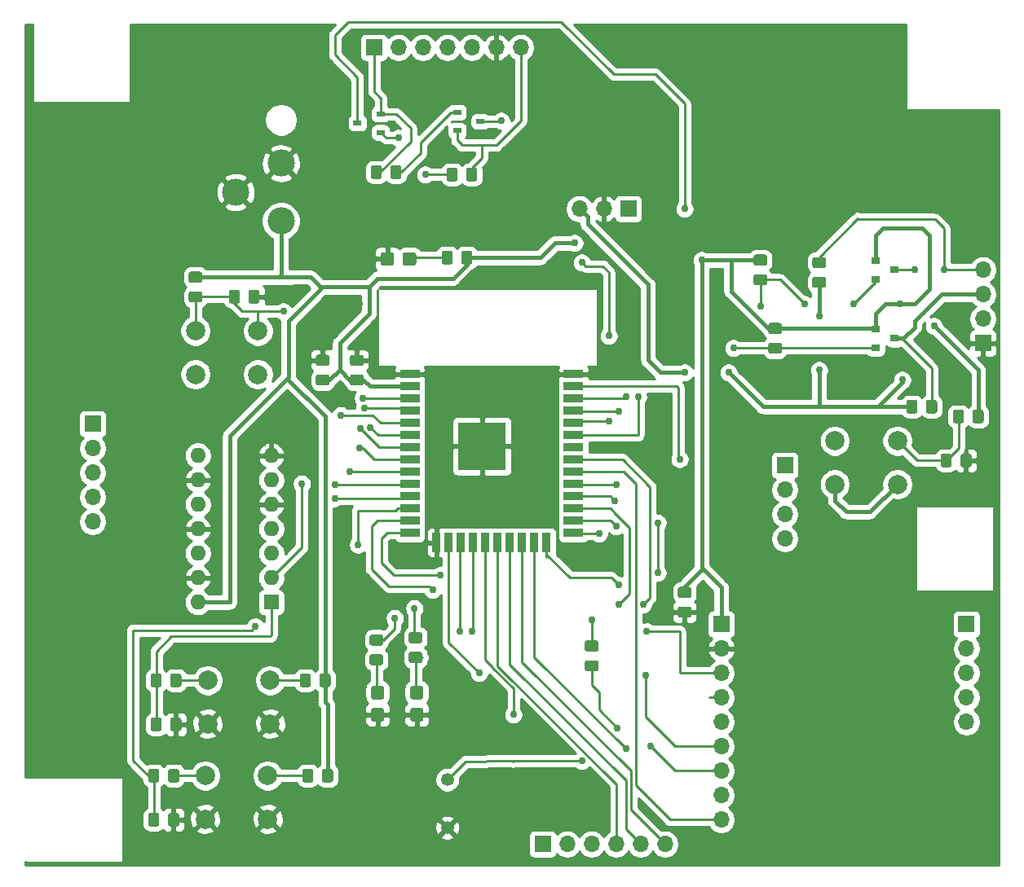
<source format=gtl>
G04 #@! TF.GenerationSoftware,KiCad,Pcbnew,(5.1.5)-3*
G04 #@! TF.CreationDate,2022-03-10T20:17:20-05:00*
G04 #@! TF.ProjectId,supervisor,73757065-7276-4697-936f-722e6b696361,rev?*
G04 #@! TF.SameCoordinates,Original*
G04 #@! TF.FileFunction,Copper,L1,Top*
G04 #@! TF.FilePolarity,Positive*
%FSLAX46Y46*%
G04 Gerber Fmt 4.6, Leading zero omitted, Abs format (unit mm)*
G04 Created by KiCad (PCBNEW (5.1.5)-3) date 2022-03-10 20:17:20*
%MOMM*%
%LPD*%
G04 APERTURE LIST*
%ADD10O,1.700000X1.700000*%
%ADD11R,1.700000X1.700000*%
%ADD12C,0.100000*%
%ADD13R,2.000000X0.900000*%
%ADD14R,0.900000X2.000000*%
%ADD15R,5.000000X5.000000*%
%ADD16C,2.830000*%
%ADD17C,1.350000*%
%ADD18C,2.000000*%
%ADD19R,1.600000X1.600000*%
%ADD20O,1.600000X1.600000*%
%ADD21R,0.900000X0.800000*%
%ADD22R,0.850000X0.600000*%
%ADD23C,0.762000*%
%ADD24C,0.457200*%
%ADD25C,0.254000*%
G04 APERTURE END LIST*
D10*
X173990000Y-131572000D03*
X173990000Y-134112000D03*
X173990000Y-136652000D03*
D11*
X173990000Y-116332000D03*
D10*
X173990000Y-123952000D03*
X173990000Y-121412000D03*
X173990000Y-126492000D03*
X173990000Y-118872000D03*
X173990000Y-129032000D03*
X199460000Y-123952000D03*
D11*
X199460000Y-116332000D03*
D10*
X199460000Y-121412000D03*
X199460000Y-126492000D03*
X199460000Y-118872000D03*
G04 #@! TA.AperFunction,SMDPad,CuDef*
D12*
G36*
X142792978Y-125038463D02*
G01*
X142822468Y-125042837D01*
X142851388Y-125050082D01*
X142879459Y-125060125D01*
X142906410Y-125072872D01*
X142931982Y-125088200D01*
X142955929Y-125105959D01*
X142978019Y-125125981D01*
X142998041Y-125148071D01*
X143015800Y-125172018D01*
X143031128Y-125197590D01*
X143043875Y-125224541D01*
X143053918Y-125252612D01*
X143061163Y-125281532D01*
X143065537Y-125311022D01*
X143067000Y-125340800D01*
X143067000Y-126137200D01*
X143065537Y-126166978D01*
X143061163Y-126196468D01*
X143053918Y-126225388D01*
X143043875Y-126253459D01*
X143031128Y-126280410D01*
X143015800Y-126305982D01*
X142998041Y-126329929D01*
X142978019Y-126352019D01*
X142955929Y-126372041D01*
X142931982Y-126389800D01*
X142906410Y-126405128D01*
X142879459Y-126417875D01*
X142851388Y-126427918D01*
X142822468Y-126435163D01*
X142792978Y-126439537D01*
X142763200Y-126441000D01*
X141970800Y-126441000D01*
X141941022Y-126439537D01*
X141911532Y-126435163D01*
X141882612Y-126427918D01*
X141854541Y-126417875D01*
X141827590Y-126405128D01*
X141802018Y-126389800D01*
X141778071Y-126372041D01*
X141755981Y-126352019D01*
X141735959Y-126329929D01*
X141718200Y-126305982D01*
X141702872Y-126280410D01*
X141690125Y-126253459D01*
X141680082Y-126225388D01*
X141672837Y-126196468D01*
X141668463Y-126166978D01*
X141667000Y-126137200D01*
X141667000Y-125340800D01*
X141668463Y-125311022D01*
X141672837Y-125281532D01*
X141680082Y-125252612D01*
X141690125Y-125224541D01*
X141702872Y-125197590D01*
X141718200Y-125172018D01*
X141735959Y-125148071D01*
X141755981Y-125125981D01*
X141778071Y-125105959D01*
X141802018Y-125088200D01*
X141827590Y-125072872D01*
X141854541Y-125060125D01*
X141882612Y-125050082D01*
X141911532Y-125042837D01*
X141941022Y-125038463D01*
X141970800Y-125037000D01*
X142763200Y-125037000D01*
X142792978Y-125038463D01*
G37*
G04 #@! TD.AperFunction*
G04 #@! TA.AperFunction,SMDPad,CuDef*
G36*
X142792978Y-122734463D02*
G01*
X142822468Y-122738837D01*
X142851388Y-122746082D01*
X142879459Y-122756125D01*
X142906410Y-122768872D01*
X142931982Y-122784200D01*
X142955929Y-122801959D01*
X142978019Y-122821981D01*
X142998041Y-122844071D01*
X143015800Y-122868018D01*
X143031128Y-122893590D01*
X143043875Y-122920541D01*
X143053918Y-122948612D01*
X143061163Y-122977532D01*
X143065537Y-123007022D01*
X143067000Y-123036800D01*
X143067000Y-123833200D01*
X143065537Y-123862978D01*
X143061163Y-123892468D01*
X143053918Y-123921388D01*
X143043875Y-123949459D01*
X143031128Y-123976410D01*
X143015800Y-124001982D01*
X142998041Y-124025929D01*
X142978019Y-124048019D01*
X142955929Y-124068041D01*
X142931982Y-124085800D01*
X142906410Y-124101128D01*
X142879459Y-124113875D01*
X142851388Y-124123918D01*
X142822468Y-124131163D01*
X142792978Y-124135537D01*
X142763200Y-124137000D01*
X141970800Y-124137000D01*
X141941022Y-124135537D01*
X141911532Y-124131163D01*
X141882612Y-124123918D01*
X141854541Y-124113875D01*
X141827590Y-124101128D01*
X141802018Y-124085800D01*
X141778071Y-124068041D01*
X141755981Y-124048019D01*
X141735959Y-124025929D01*
X141718200Y-124001982D01*
X141702872Y-123976410D01*
X141690125Y-123949459D01*
X141680082Y-123921388D01*
X141672837Y-123892468D01*
X141668463Y-123862978D01*
X141667000Y-123833200D01*
X141667000Y-123036800D01*
X141668463Y-123007022D01*
X141672837Y-122977532D01*
X141680082Y-122948612D01*
X141690125Y-122920541D01*
X141702872Y-122893590D01*
X141718200Y-122868018D01*
X141735959Y-122844071D01*
X141755981Y-122821981D01*
X141778071Y-122801959D01*
X141802018Y-122784200D01*
X141827590Y-122768872D01*
X141854541Y-122756125D01*
X141882612Y-122746082D01*
X141911532Y-122738837D01*
X141941022Y-122734463D01*
X141970800Y-122733000D01*
X142763200Y-122733000D01*
X142792978Y-122734463D01*
G37*
G04 #@! TD.AperFunction*
G04 #@! TA.AperFunction,SMDPad,CuDef*
G36*
X138728978Y-125047463D02*
G01*
X138758468Y-125051837D01*
X138787388Y-125059082D01*
X138815459Y-125069125D01*
X138842410Y-125081872D01*
X138867982Y-125097200D01*
X138891929Y-125114959D01*
X138914019Y-125134981D01*
X138934041Y-125157071D01*
X138951800Y-125181018D01*
X138967128Y-125206590D01*
X138979875Y-125233541D01*
X138989918Y-125261612D01*
X138997163Y-125290532D01*
X139001537Y-125320022D01*
X139003000Y-125349800D01*
X139003000Y-126146200D01*
X139001537Y-126175978D01*
X138997163Y-126205468D01*
X138989918Y-126234388D01*
X138979875Y-126262459D01*
X138967128Y-126289410D01*
X138951800Y-126314982D01*
X138934041Y-126338929D01*
X138914019Y-126361019D01*
X138891929Y-126381041D01*
X138867982Y-126398800D01*
X138842410Y-126414128D01*
X138815459Y-126426875D01*
X138787388Y-126436918D01*
X138758468Y-126444163D01*
X138728978Y-126448537D01*
X138699200Y-126450000D01*
X137906800Y-126450000D01*
X137877022Y-126448537D01*
X137847532Y-126444163D01*
X137818612Y-126436918D01*
X137790541Y-126426875D01*
X137763590Y-126414128D01*
X137738018Y-126398800D01*
X137714071Y-126381041D01*
X137691981Y-126361019D01*
X137671959Y-126338929D01*
X137654200Y-126314982D01*
X137638872Y-126289410D01*
X137626125Y-126262459D01*
X137616082Y-126234388D01*
X137608837Y-126205468D01*
X137604463Y-126175978D01*
X137603000Y-126146200D01*
X137603000Y-125349800D01*
X137604463Y-125320022D01*
X137608837Y-125290532D01*
X137616082Y-125261612D01*
X137626125Y-125233541D01*
X137638872Y-125206590D01*
X137654200Y-125181018D01*
X137671959Y-125157071D01*
X137691981Y-125134981D01*
X137714071Y-125114959D01*
X137738018Y-125097200D01*
X137763590Y-125081872D01*
X137790541Y-125069125D01*
X137818612Y-125059082D01*
X137847532Y-125051837D01*
X137877022Y-125047463D01*
X137906800Y-125046000D01*
X138699200Y-125046000D01*
X138728978Y-125047463D01*
G37*
G04 #@! TD.AperFunction*
G04 #@! TA.AperFunction,SMDPad,CuDef*
G36*
X138728978Y-122743463D02*
G01*
X138758468Y-122747837D01*
X138787388Y-122755082D01*
X138815459Y-122765125D01*
X138842410Y-122777872D01*
X138867982Y-122793200D01*
X138891929Y-122810959D01*
X138914019Y-122830981D01*
X138934041Y-122853071D01*
X138951800Y-122877018D01*
X138967128Y-122902590D01*
X138979875Y-122929541D01*
X138989918Y-122957612D01*
X138997163Y-122986532D01*
X139001537Y-123016022D01*
X139003000Y-123045800D01*
X139003000Y-123842200D01*
X139001537Y-123871978D01*
X138997163Y-123901468D01*
X138989918Y-123930388D01*
X138979875Y-123958459D01*
X138967128Y-123985410D01*
X138951800Y-124010982D01*
X138934041Y-124034929D01*
X138914019Y-124057019D01*
X138891929Y-124077041D01*
X138867982Y-124094800D01*
X138842410Y-124110128D01*
X138815459Y-124122875D01*
X138787388Y-124132918D01*
X138758468Y-124140163D01*
X138728978Y-124144537D01*
X138699200Y-124146000D01*
X137906800Y-124146000D01*
X137877022Y-124144537D01*
X137847532Y-124140163D01*
X137818612Y-124132918D01*
X137790541Y-124122875D01*
X137763590Y-124110128D01*
X137738018Y-124094800D01*
X137714071Y-124077041D01*
X137691981Y-124057019D01*
X137671959Y-124034929D01*
X137654200Y-124010982D01*
X137638872Y-123985410D01*
X137626125Y-123958459D01*
X137616082Y-123930388D01*
X137608837Y-123901468D01*
X137604463Y-123871978D01*
X137603000Y-123842200D01*
X137603000Y-123045800D01*
X137604463Y-123016022D01*
X137608837Y-122986532D01*
X137616082Y-122957612D01*
X137626125Y-122929541D01*
X137638872Y-122902590D01*
X137654200Y-122877018D01*
X137671959Y-122853071D01*
X137691981Y-122830981D01*
X137714071Y-122810959D01*
X137738018Y-122793200D01*
X137763590Y-122777872D01*
X137790541Y-122765125D01*
X137818612Y-122755082D01*
X137847532Y-122747837D01*
X137877022Y-122743463D01*
X137906800Y-122742000D01*
X138699200Y-122742000D01*
X138728978Y-122743463D01*
G37*
G04 #@! TD.AperFunction*
G04 #@! TA.AperFunction,SMDPad,CuDef*
G36*
X139737978Y-77660463D02*
G01*
X139767468Y-77664837D01*
X139796388Y-77672082D01*
X139824459Y-77682125D01*
X139851410Y-77694872D01*
X139876982Y-77710200D01*
X139900929Y-77727959D01*
X139923019Y-77747981D01*
X139943041Y-77770071D01*
X139960800Y-77794018D01*
X139976128Y-77819590D01*
X139988875Y-77846541D01*
X139998918Y-77874612D01*
X140006163Y-77903532D01*
X140010537Y-77933022D01*
X140012000Y-77962800D01*
X140012000Y-78755200D01*
X140010537Y-78784978D01*
X140006163Y-78814468D01*
X139998918Y-78843388D01*
X139988875Y-78871459D01*
X139976128Y-78898410D01*
X139960800Y-78923982D01*
X139943041Y-78947929D01*
X139923019Y-78970019D01*
X139900929Y-78990041D01*
X139876982Y-79007800D01*
X139851410Y-79023128D01*
X139824459Y-79035875D01*
X139796388Y-79045918D01*
X139767468Y-79053163D01*
X139737978Y-79057537D01*
X139708200Y-79059000D01*
X138911800Y-79059000D01*
X138882022Y-79057537D01*
X138852532Y-79053163D01*
X138823612Y-79045918D01*
X138795541Y-79035875D01*
X138768590Y-79023128D01*
X138743018Y-79007800D01*
X138719071Y-78990041D01*
X138696981Y-78970019D01*
X138676959Y-78947929D01*
X138659200Y-78923982D01*
X138643872Y-78898410D01*
X138631125Y-78871459D01*
X138621082Y-78843388D01*
X138613837Y-78814468D01*
X138609463Y-78784978D01*
X138608000Y-78755200D01*
X138608000Y-77962800D01*
X138609463Y-77933022D01*
X138613837Y-77903532D01*
X138621082Y-77874612D01*
X138631125Y-77846541D01*
X138643872Y-77819590D01*
X138659200Y-77794018D01*
X138676959Y-77770071D01*
X138696981Y-77747981D01*
X138719071Y-77727959D01*
X138743018Y-77710200D01*
X138768590Y-77694872D01*
X138795541Y-77682125D01*
X138823612Y-77672082D01*
X138852532Y-77664837D01*
X138882022Y-77660463D01*
X138911800Y-77659000D01*
X139708200Y-77659000D01*
X139737978Y-77660463D01*
G37*
G04 #@! TD.AperFunction*
G04 #@! TA.AperFunction,SMDPad,CuDef*
G36*
X142041978Y-77660463D02*
G01*
X142071468Y-77664837D01*
X142100388Y-77672082D01*
X142128459Y-77682125D01*
X142155410Y-77694872D01*
X142180982Y-77710200D01*
X142204929Y-77727959D01*
X142227019Y-77747981D01*
X142247041Y-77770071D01*
X142264800Y-77794018D01*
X142280128Y-77819590D01*
X142292875Y-77846541D01*
X142302918Y-77874612D01*
X142310163Y-77903532D01*
X142314537Y-77933022D01*
X142316000Y-77962800D01*
X142316000Y-78755200D01*
X142314537Y-78784978D01*
X142310163Y-78814468D01*
X142302918Y-78843388D01*
X142292875Y-78871459D01*
X142280128Y-78898410D01*
X142264800Y-78923982D01*
X142247041Y-78947929D01*
X142227019Y-78970019D01*
X142204929Y-78990041D01*
X142180982Y-79007800D01*
X142155410Y-79023128D01*
X142128459Y-79035875D01*
X142100388Y-79045918D01*
X142071468Y-79053163D01*
X142041978Y-79057537D01*
X142012200Y-79059000D01*
X141215800Y-79059000D01*
X141186022Y-79057537D01*
X141156532Y-79053163D01*
X141127612Y-79045918D01*
X141099541Y-79035875D01*
X141072590Y-79023128D01*
X141047018Y-79007800D01*
X141023071Y-78990041D01*
X141000981Y-78970019D01*
X140980959Y-78947929D01*
X140963200Y-78923982D01*
X140947872Y-78898410D01*
X140935125Y-78871459D01*
X140925082Y-78843388D01*
X140917837Y-78814468D01*
X140913463Y-78784978D01*
X140912000Y-78755200D01*
X140912000Y-77962800D01*
X140913463Y-77933022D01*
X140917837Y-77903532D01*
X140925082Y-77874612D01*
X140935125Y-77846541D01*
X140947872Y-77819590D01*
X140963200Y-77794018D01*
X140980959Y-77770071D01*
X141000981Y-77747981D01*
X141023071Y-77727959D01*
X141047018Y-77710200D01*
X141072590Y-77694872D01*
X141099541Y-77682125D01*
X141127612Y-77672082D01*
X141156532Y-77664837D01*
X141186022Y-77660463D01*
X141215800Y-77659000D01*
X142012200Y-77659000D01*
X142041978Y-77660463D01*
G37*
G04 #@! TD.AperFunction*
D13*
X141644001Y-90336001D03*
X141644001Y-91606001D03*
X141644001Y-92876001D03*
X141644001Y-94146001D03*
X141644001Y-95416001D03*
X141644001Y-96686001D03*
X141644001Y-97956001D03*
X141644001Y-99226001D03*
X141644001Y-100496001D03*
X141644001Y-101766001D03*
X141644001Y-103036001D03*
X141644001Y-104306001D03*
X141644001Y-105576001D03*
X141644001Y-106846001D03*
D14*
X144429001Y-107846001D03*
X145699001Y-107846001D03*
X146969001Y-107846001D03*
X148239001Y-107846001D03*
X149509001Y-107846001D03*
X150779001Y-107846001D03*
X152049001Y-107846001D03*
X153319001Y-107846001D03*
X154589001Y-107846001D03*
X155859001Y-107846001D03*
D13*
X158644001Y-106846001D03*
X158644001Y-105576001D03*
X158644001Y-104306001D03*
X158644001Y-103036001D03*
X158644001Y-101766001D03*
X158644001Y-100496001D03*
X158644001Y-99226001D03*
X158644001Y-97956001D03*
X158644001Y-96686001D03*
X158644001Y-95416001D03*
X158644001Y-94146001D03*
X158644001Y-92876001D03*
X158644001Y-91606001D03*
X158644001Y-90336001D03*
D15*
X149144001Y-97836001D03*
D10*
X161798000Y-73152000D03*
D11*
X164338000Y-73152000D03*
D10*
X159258000Y-73152000D03*
G04 #@! TA.AperFunction,SMDPad,CuDef*
D12*
G36*
X123775505Y-81597204D02*
G01*
X123799773Y-81600804D01*
X123823572Y-81606765D01*
X123846671Y-81615030D01*
X123868850Y-81625520D01*
X123889893Y-81638132D01*
X123909599Y-81652747D01*
X123927777Y-81669223D01*
X123944253Y-81687401D01*
X123958868Y-81707107D01*
X123971480Y-81728150D01*
X123981970Y-81750329D01*
X123990235Y-81773428D01*
X123996196Y-81797227D01*
X123999796Y-81821495D01*
X124001000Y-81845999D01*
X124001000Y-82746001D01*
X123999796Y-82770505D01*
X123996196Y-82794773D01*
X123990235Y-82818572D01*
X123981970Y-82841671D01*
X123971480Y-82863850D01*
X123958868Y-82884893D01*
X123944253Y-82904599D01*
X123927777Y-82922777D01*
X123909599Y-82939253D01*
X123889893Y-82953868D01*
X123868850Y-82966480D01*
X123846671Y-82976970D01*
X123823572Y-82985235D01*
X123799773Y-82991196D01*
X123775505Y-82994796D01*
X123751001Y-82996000D01*
X123100999Y-82996000D01*
X123076495Y-82994796D01*
X123052227Y-82991196D01*
X123028428Y-82985235D01*
X123005329Y-82976970D01*
X122983150Y-82966480D01*
X122962107Y-82953868D01*
X122942401Y-82939253D01*
X122924223Y-82922777D01*
X122907747Y-82904599D01*
X122893132Y-82884893D01*
X122880520Y-82863850D01*
X122870030Y-82841671D01*
X122861765Y-82818572D01*
X122855804Y-82794773D01*
X122852204Y-82770505D01*
X122851000Y-82746001D01*
X122851000Y-81845999D01*
X122852204Y-81821495D01*
X122855804Y-81797227D01*
X122861765Y-81773428D01*
X122870030Y-81750329D01*
X122880520Y-81728150D01*
X122893132Y-81707107D01*
X122907747Y-81687401D01*
X122924223Y-81669223D01*
X122942401Y-81652747D01*
X122962107Y-81638132D01*
X122983150Y-81625520D01*
X123005329Y-81615030D01*
X123028428Y-81606765D01*
X123052227Y-81600804D01*
X123076495Y-81597204D01*
X123100999Y-81596000D01*
X123751001Y-81596000D01*
X123775505Y-81597204D01*
G37*
G04 #@! TD.AperFunction*
G04 #@! TA.AperFunction,SMDPad,CuDef*
G36*
X125825505Y-81597204D02*
G01*
X125849773Y-81600804D01*
X125873572Y-81606765D01*
X125896671Y-81615030D01*
X125918850Y-81625520D01*
X125939893Y-81638132D01*
X125959599Y-81652747D01*
X125977777Y-81669223D01*
X125994253Y-81687401D01*
X126008868Y-81707107D01*
X126021480Y-81728150D01*
X126031970Y-81750329D01*
X126040235Y-81773428D01*
X126046196Y-81797227D01*
X126049796Y-81821495D01*
X126051000Y-81845999D01*
X126051000Y-82746001D01*
X126049796Y-82770505D01*
X126046196Y-82794773D01*
X126040235Y-82818572D01*
X126031970Y-82841671D01*
X126021480Y-82863850D01*
X126008868Y-82884893D01*
X125994253Y-82904599D01*
X125977777Y-82922777D01*
X125959599Y-82939253D01*
X125939893Y-82953868D01*
X125918850Y-82966480D01*
X125896671Y-82976970D01*
X125873572Y-82985235D01*
X125849773Y-82991196D01*
X125825505Y-82994796D01*
X125801001Y-82996000D01*
X125150999Y-82996000D01*
X125126495Y-82994796D01*
X125102227Y-82991196D01*
X125078428Y-82985235D01*
X125055329Y-82976970D01*
X125033150Y-82966480D01*
X125012107Y-82953868D01*
X124992401Y-82939253D01*
X124974223Y-82922777D01*
X124957747Y-82904599D01*
X124943132Y-82884893D01*
X124930520Y-82863850D01*
X124920030Y-82841671D01*
X124911765Y-82818572D01*
X124905804Y-82794773D01*
X124902204Y-82770505D01*
X124901000Y-82746001D01*
X124901000Y-81845999D01*
X124902204Y-81821495D01*
X124905804Y-81797227D01*
X124911765Y-81773428D01*
X124920030Y-81750329D01*
X124930520Y-81728150D01*
X124943132Y-81707107D01*
X124957747Y-81687401D01*
X124974223Y-81669223D01*
X124992401Y-81652747D01*
X125012107Y-81638132D01*
X125033150Y-81625520D01*
X125055329Y-81615030D01*
X125078428Y-81606765D01*
X125102227Y-81600804D01*
X125126495Y-81597204D01*
X125150999Y-81596000D01*
X125801001Y-81596000D01*
X125825505Y-81597204D01*
G37*
G04 #@! TD.AperFunction*
G04 #@! TA.AperFunction,SMDPad,CuDef*
G36*
X117706505Y-126047204D02*
G01*
X117730773Y-126050804D01*
X117754572Y-126056765D01*
X117777671Y-126065030D01*
X117799850Y-126075520D01*
X117820893Y-126088132D01*
X117840599Y-126102747D01*
X117858777Y-126119223D01*
X117875253Y-126137401D01*
X117889868Y-126157107D01*
X117902480Y-126178150D01*
X117912970Y-126200329D01*
X117921235Y-126223428D01*
X117927196Y-126247227D01*
X117930796Y-126271495D01*
X117932000Y-126295999D01*
X117932000Y-127196001D01*
X117930796Y-127220505D01*
X117927196Y-127244773D01*
X117921235Y-127268572D01*
X117912970Y-127291671D01*
X117902480Y-127313850D01*
X117889868Y-127334893D01*
X117875253Y-127354599D01*
X117858777Y-127372777D01*
X117840599Y-127389253D01*
X117820893Y-127403868D01*
X117799850Y-127416480D01*
X117777671Y-127426970D01*
X117754572Y-127435235D01*
X117730773Y-127441196D01*
X117706505Y-127444796D01*
X117682001Y-127446000D01*
X117031999Y-127446000D01*
X117007495Y-127444796D01*
X116983227Y-127441196D01*
X116959428Y-127435235D01*
X116936329Y-127426970D01*
X116914150Y-127416480D01*
X116893107Y-127403868D01*
X116873401Y-127389253D01*
X116855223Y-127372777D01*
X116838747Y-127354599D01*
X116824132Y-127334893D01*
X116811520Y-127313850D01*
X116801030Y-127291671D01*
X116792765Y-127268572D01*
X116786804Y-127244773D01*
X116783204Y-127220505D01*
X116782000Y-127196001D01*
X116782000Y-126295999D01*
X116783204Y-126271495D01*
X116786804Y-126247227D01*
X116792765Y-126223428D01*
X116801030Y-126200329D01*
X116811520Y-126178150D01*
X116824132Y-126157107D01*
X116838747Y-126137401D01*
X116855223Y-126119223D01*
X116873401Y-126102747D01*
X116893107Y-126088132D01*
X116914150Y-126075520D01*
X116936329Y-126065030D01*
X116959428Y-126056765D01*
X116983227Y-126050804D01*
X117007495Y-126047204D01*
X117031999Y-126046000D01*
X117682001Y-126046000D01*
X117706505Y-126047204D01*
G37*
G04 #@! TD.AperFunction*
G04 #@! TA.AperFunction,SMDPad,CuDef*
G36*
X115656505Y-126047204D02*
G01*
X115680773Y-126050804D01*
X115704572Y-126056765D01*
X115727671Y-126065030D01*
X115749850Y-126075520D01*
X115770893Y-126088132D01*
X115790599Y-126102747D01*
X115808777Y-126119223D01*
X115825253Y-126137401D01*
X115839868Y-126157107D01*
X115852480Y-126178150D01*
X115862970Y-126200329D01*
X115871235Y-126223428D01*
X115877196Y-126247227D01*
X115880796Y-126271495D01*
X115882000Y-126295999D01*
X115882000Y-127196001D01*
X115880796Y-127220505D01*
X115877196Y-127244773D01*
X115871235Y-127268572D01*
X115862970Y-127291671D01*
X115852480Y-127313850D01*
X115839868Y-127334893D01*
X115825253Y-127354599D01*
X115808777Y-127372777D01*
X115790599Y-127389253D01*
X115770893Y-127403868D01*
X115749850Y-127416480D01*
X115727671Y-127426970D01*
X115704572Y-127435235D01*
X115680773Y-127441196D01*
X115656505Y-127444796D01*
X115632001Y-127446000D01*
X114981999Y-127446000D01*
X114957495Y-127444796D01*
X114933227Y-127441196D01*
X114909428Y-127435235D01*
X114886329Y-127426970D01*
X114864150Y-127416480D01*
X114843107Y-127403868D01*
X114823401Y-127389253D01*
X114805223Y-127372777D01*
X114788747Y-127354599D01*
X114774132Y-127334893D01*
X114761520Y-127313850D01*
X114751030Y-127291671D01*
X114742765Y-127268572D01*
X114736804Y-127244773D01*
X114733204Y-127220505D01*
X114732000Y-127196001D01*
X114732000Y-126295999D01*
X114733204Y-126271495D01*
X114736804Y-126247227D01*
X114742765Y-126223428D01*
X114751030Y-126200329D01*
X114761520Y-126178150D01*
X114774132Y-126157107D01*
X114788747Y-126137401D01*
X114805223Y-126119223D01*
X114823401Y-126102747D01*
X114843107Y-126088132D01*
X114864150Y-126075520D01*
X114886329Y-126065030D01*
X114909428Y-126056765D01*
X114933227Y-126050804D01*
X114957495Y-126047204D01*
X114981999Y-126046000D01*
X115632001Y-126046000D01*
X115656505Y-126047204D01*
G37*
G04 #@! TD.AperFunction*
G04 #@! TA.AperFunction,SMDPad,CuDef*
G36*
X117461505Y-135953204D02*
G01*
X117485773Y-135956804D01*
X117509572Y-135962765D01*
X117532671Y-135971030D01*
X117554850Y-135981520D01*
X117575893Y-135994132D01*
X117595599Y-136008747D01*
X117613777Y-136025223D01*
X117630253Y-136043401D01*
X117644868Y-136063107D01*
X117657480Y-136084150D01*
X117667970Y-136106329D01*
X117676235Y-136129428D01*
X117682196Y-136153227D01*
X117685796Y-136177495D01*
X117687000Y-136201999D01*
X117687000Y-137102001D01*
X117685796Y-137126505D01*
X117682196Y-137150773D01*
X117676235Y-137174572D01*
X117667970Y-137197671D01*
X117657480Y-137219850D01*
X117644868Y-137240893D01*
X117630253Y-137260599D01*
X117613777Y-137278777D01*
X117595599Y-137295253D01*
X117575893Y-137309868D01*
X117554850Y-137322480D01*
X117532671Y-137332970D01*
X117509572Y-137341235D01*
X117485773Y-137347196D01*
X117461505Y-137350796D01*
X117437001Y-137352000D01*
X116786999Y-137352000D01*
X116762495Y-137350796D01*
X116738227Y-137347196D01*
X116714428Y-137341235D01*
X116691329Y-137332970D01*
X116669150Y-137322480D01*
X116648107Y-137309868D01*
X116628401Y-137295253D01*
X116610223Y-137278777D01*
X116593747Y-137260599D01*
X116579132Y-137240893D01*
X116566520Y-137219850D01*
X116556030Y-137197671D01*
X116547765Y-137174572D01*
X116541804Y-137150773D01*
X116538204Y-137126505D01*
X116537000Y-137102001D01*
X116537000Y-136201999D01*
X116538204Y-136177495D01*
X116541804Y-136153227D01*
X116547765Y-136129428D01*
X116556030Y-136106329D01*
X116566520Y-136084150D01*
X116579132Y-136063107D01*
X116593747Y-136043401D01*
X116610223Y-136025223D01*
X116628401Y-136008747D01*
X116648107Y-135994132D01*
X116669150Y-135981520D01*
X116691329Y-135971030D01*
X116714428Y-135962765D01*
X116738227Y-135956804D01*
X116762495Y-135953204D01*
X116786999Y-135952000D01*
X117437001Y-135952000D01*
X117461505Y-135953204D01*
G37*
G04 #@! TD.AperFunction*
G04 #@! TA.AperFunction,SMDPad,CuDef*
G36*
X115411505Y-135953204D02*
G01*
X115435773Y-135956804D01*
X115459572Y-135962765D01*
X115482671Y-135971030D01*
X115504850Y-135981520D01*
X115525893Y-135994132D01*
X115545599Y-136008747D01*
X115563777Y-136025223D01*
X115580253Y-136043401D01*
X115594868Y-136063107D01*
X115607480Y-136084150D01*
X115617970Y-136106329D01*
X115626235Y-136129428D01*
X115632196Y-136153227D01*
X115635796Y-136177495D01*
X115637000Y-136201999D01*
X115637000Y-137102001D01*
X115635796Y-137126505D01*
X115632196Y-137150773D01*
X115626235Y-137174572D01*
X115617970Y-137197671D01*
X115607480Y-137219850D01*
X115594868Y-137240893D01*
X115580253Y-137260599D01*
X115563777Y-137278777D01*
X115545599Y-137295253D01*
X115525893Y-137309868D01*
X115504850Y-137322480D01*
X115482671Y-137332970D01*
X115459572Y-137341235D01*
X115435773Y-137347196D01*
X115411505Y-137350796D01*
X115387001Y-137352000D01*
X114736999Y-137352000D01*
X114712495Y-137350796D01*
X114688227Y-137347196D01*
X114664428Y-137341235D01*
X114641329Y-137332970D01*
X114619150Y-137322480D01*
X114598107Y-137309868D01*
X114578401Y-137295253D01*
X114560223Y-137278777D01*
X114543747Y-137260599D01*
X114529132Y-137240893D01*
X114516520Y-137219850D01*
X114506030Y-137197671D01*
X114497765Y-137174572D01*
X114491804Y-137150773D01*
X114488204Y-137126505D01*
X114487000Y-137102001D01*
X114487000Y-136201999D01*
X114488204Y-136177495D01*
X114491804Y-136153227D01*
X114497765Y-136129428D01*
X114506030Y-136106329D01*
X114516520Y-136084150D01*
X114529132Y-136063107D01*
X114543747Y-136043401D01*
X114560223Y-136025223D01*
X114578401Y-136008747D01*
X114598107Y-135994132D01*
X114619150Y-135981520D01*
X114641329Y-135971030D01*
X114664428Y-135962765D01*
X114688227Y-135956804D01*
X114712495Y-135953204D01*
X114736999Y-135952000D01*
X115387001Y-135952000D01*
X115411505Y-135953204D01*
G37*
G04 #@! TD.AperFunction*
G04 #@! TA.AperFunction,SMDPad,CuDef*
G36*
X170654505Y-114497204D02*
G01*
X170678773Y-114500804D01*
X170702572Y-114506765D01*
X170725671Y-114515030D01*
X170747850Y-114525520D01*
X170768893Y-114538132D01*
X170788599Y-114552747D01*
X170806777Y-114569223D01*
X170823253Y-114587401D01*
X170837868Y-114607107D01*
X170850480Y-114628150D01*
X170860970Y-114650329D01*
X170869235Y-114673428D01*
X170875196Y-114697227D01*
X170878796Y-114721495D01*
X170880000Y-114745999D01*
X170880000Y-115396001D01*
X170878796Y-115420505D01*
X170875196Y-115444773D01*
X170869235Y-115468572D01*
X170860970Y-115491671D01*
X170850480Y-115513850D01*
X170837868Y-115534893D01*
X170823253Y-115554599D01*
X170806777Y-115572777D01*
X170788599Y-115589253D01*
X170768893Y-115603868D01*
X170747850Y-115616480D01*
X170725671Y-115626970D01*
X170702572Y-115635235D01*
X170678773Y-115641196D01*
X170654505Y-115644796D01*
X170630001Y-115646000D01*
X169729999Y-115646000D01*
X169705495Y-115644796D01*
X169681227Y-115641196D01*
X169657428Y-115635235D01*
X169634329Y-115626970D01*
X169612150Y-115616480D01*
X169591107Y-115603868D01*
X169571401Y-115589253D01*
X169553223Y-115572777D01*
X169536747Y-115554599D01*
X169522132Y-115534893D01*
X169509520Y-115513850D01*
X169499030Y-115491671D01*
X169490765Y-115468572D01*
X169484804Y-115444773D01*
X169481204Y-115420505D01*
X169480000Y-115396001D01*
X169480000Y-114745999D01*
X169481204Y-114721495D01*
X169484804Y-114697227D01*
X169490765Y-114673428D01*
X169499030Y-114650329D01*
X169509520Y-114628150D01*
X169522132Y-114607107D01*
X169536747Y-114587401D01*
X169553223Y-114569223D01*
X169571401Y-114552747D01*
X169591107Y-114538132D01*
X169612150Y-114525520D01*
X169634329Y-114515030D01*
X169657428Y-114506765D01*
X169681227Y-114500804D01*
X169705495Y-114497204D01*
X169729999Y-114496000D01*
X170630001Y-114496000D01*
X170654505Y-114497204D01*
G37*
G04 #@! TD.AperFunction*
G04 #@! TA.AperFunction,SMDPad,CuDef*
G36*
X170654505Y-112447204D02*
G01*
X170678773Y-112450804D01*
X170702572Y-112456765D01*
X170725671Y-112465030D01*
X170747850Y-112475520D01*
X170768893Y-112488132D01*
X170788599Y-112502747D01*
X170806777Y-112519223D01*
X170823253Y-112537401D01*
X170837868Y-112557107D01*
X170850480Y-112578150D01*
X170860970Y-112600329D01*
X170869235Y-112623428D01*
X170875196Y-112647227D01*
X170878796Y-112671495D01*
X170880000Y-112695999D01*
X170880000Y-113346001D01*
X170878796Y-113370505D01*
X170875196Y-113394773D01*
X170869235Y-113418572D01*
X170860970Y-113441671D01*
X170850480Y-113463850D01*
X170837868Y-113484893D01*
X170823253Y-113504599D01*
X170806777Y-113522777D01*
X170788599Y-113539253D01*
X170768893Y-113553868D01*
X170747850Y-113566480D01*
X170725671Y-113576970D01*
X170702572Y-113585235D01*
X170678773Y-113591196D01*
X170654505Y-113594796D01*
X170630001Y-113596000D01*
X169729999Y-113596000D01*
X169705495Y-113594796D01*
X169681227Y-113591196D01*
X169657428Y-113585235D01*
X169634329Y-113576970D01*
X169612150Y-113566480D01*
X169591107Y-113553868D01*
X169571401Y-113539253D01*
X169553223Y-113522777D01*
X169536747Y-113504599D01*
X169522132Y-113484893D01*
X169509520Y-113463850D01*
X169499030Y-113441671D01*
X169490765Y-113418572D01*
X169484804Y-113394773D01*
X169481204Y-113370505D01*
X169480000Y-113346001D01*
X169480000Y-112695999D01*
X169481204Y-112671495D01*
X169484804Y-112647227D01*
X169490765Y-112623428D01*
X169499030Y-112600329D01*
X169509520Y-112578150D01*
X169522132Y-112557107D01*
X169536747Y-112537401D01*
X169553223Y-112519223D01*
X169571401Y-112502747D01*
X169591107Y-112488132D01*
X169612150Y-112475520D01*
X169634329Y-112465030D01*
X169657428Y-112456765D01*
X169681227Y-112450804D01*
X169705495Y-112447204D01*
X169729999Y-112446000D01*
X170630001Y-112446000D01*
X170654505Y-112447204D01*
G37*
G04 #@! TD.AperFunction*
G04 #@! TA.AperFunction,SMDPad,CuDef*
G36*
X136618505Y-88326204D02*
G01*
X136642773Y-88329804D01*
X136666572Y-88335765D01*
X136689671Y-88344030D01*
X136711850Y-88354520D01*
X136732893Y-88367132D01*
X136752599Y-88381747D01*
X136770777Y-88398223D01*
X136787253Y-88416401D01*
X136801868Y-88436107D01*
X136814480Y-88457150D01*
X136824970Y-88479329D01*
X136833235Y-88502428D01*
X136839196Y-88526227D01*
X136842796Y-88550495D01*
X136844000Y-88574999D01*
X136844000Y-89225001D01*
X136842796Y-89249505D01*
X136839196Y-89273773D01*
X136833235Y-89297572D01*
X136824970Y-89320671D01*
X136814480Y-89342850D01*
X136801868Y-89363893D01*
X136787253Y-89383599D01*
X136770777Y-89401777D01*
X136752599Y-89418253D01*
X136732893Y-89432868D01*
X136711850Y-89445480D01*
X136689671Y-89455970D01*
X136666572Y-89464235D01*
X136642773Y-89470196D01*
X136618505Y-89473796D01*
X136594001Y-89475000D01*
X135693999Y-89475000D01*
X135669495Y-89473796D01*
X135645227Y-89470196D01*
X135621428Y-89464235D01*
X135598329Y-89455970D01*
X135576150Y-89445480D01*
X135555107Y-89432868D01*
X135535401Y-89418253D01*
X135517223Y-89401777D01*
X135500747Y-89383599D01*
X135486132Y-89363893D01*
X135473520Y-89342850D01*
X135463030Y-89320671D01*
X135454765Y-89297572D01*
X135448804Y-89273773D01*
X135445204Y-89249505D01*
X135444000Y-89225001D01*
X135444000Y-88574999D01*
X135445204Y-88550495D01*
X135448804Y-88526227D01*
X135454765Y-88502428D01*
X135463030Y-88479329D01*
X135473520Y-88457150D01*
X135486132Y-88436107D01*
X135500747Y-88416401D01*
X135517223Y-88398223D01*
X135535401Y-88381747D01*
X135555107Y-88367132D01*
X135576150Y-88354520D01*
X135598329Y-88344030D01*
X135621428Y-88335765D01*
X135645227Y-88329804D01*
X135669495Y-88326204D01*
X135693999Y-88325000D01*
X136594001Y-88325000D01*
X136618505Y-88326204D01*
G37*
G04 #@! TD.AperFunction*
G04 #@! TA.AperFunction,SMDPad,CuDef*
G36*
X136618505Y-90376204D02*
G01*
X136642773Y-90379804D01*
X136666572Y-90385765D01*
X136689671Y-90394030D01*
X136711850Y-90404520D01*
X136732893Y-90417132D01*
X136752599Y-90431747D01*
X136770777Y-90448223D01*
X136787253Y-90466401D01*
X136801868Y-90486107D01*
X136814480Y-90507150D01*
X136824970Y-90529329D01*
X136833235Y-90552428D01*
X136839196Y-90576227D01*
X136842796Y-90600495D01*
X136844000Y-90624999D01*
X136844000Y-91275001D01*
X136842796Y-91299505D01*
X136839196Y-91323773D01*
X136833235Y-91347572D01*
X136824970Y-91370671D01*
X136814480Y-91392850D01*
X136801868Y-91413893D01*
X136787253Y-91433599D01*
X136770777Y-91451777D01*
X136752599Y-91468253D01*
X136732893Y-91482868D01*
X136711850Y-91495480D01*
X136689671Y-91505970D01*
X136666572Y-91514235D01*
X136642773Y-91520196D01*
X136618505Y-91523796D01*
X136594001Y-91525000D01*
X135693999Y-91525000D01*
X135669495Y-91523796D01*
X135645227Y-91520196D01*
X135621428Y-91514235D01*
X135598329Y-91505970D01*
X135576150Y-91495480D01*
X135555107Y-91482868D01*
X135535401Y-91468253D01*
X135517223Y-91451777D01*
X135500747Y-91433599D01*
X135486132Y-91413893D01*
X135473520Y-91392850D01*
X135463030Y-91370671D01*
X135454765Y-91347572D01*
X135448804Y-91323773D01*
X135445204Y-91299505D01*
X135444000Y-91275001D01*
X135444000Y-90624999D01*
X135445204Y-90600495D01*
X135448804Y-90576227D01*
X135454765Y-90552428D01*
X135463030Y-90529329D01*
X135473520Y-90507150D01*
X135486132Y-90486107D01*
X135500747Y-90466401D01*
X135517223Y-90448223D01*
X135535401Y-90431747D01*
X135555107Y-90417132D01*
X135576150Y-90404520D01*
X135598329Y-90394030D01*
X135621428Y-90385765D01*
X135645227Y-90379804D01*
X135669495Y-90376204D01*
X135693999Y-90375000D01*
X136594001Y-90375000D01*
X136618505Y-90376204D01*
G37*
G04 #@! TD.AperFunction*
G04 #@! TA.AperFunction,SMDPad,CuDef*
G36*
X133062505Y-90367204D02*
G01*
X133086773Y-90370804D01*
X133110572Y-90376765D01*
X133133671Y-90385030D01*
X133155850Y-90395520D01*
X133176893Y-90408132D01*
X133196599Y-90422747D01*
X133214777Y-90439223D01*
X133231253Y-90457401D01*
X133245868Y-90477107D01*
X133258480Y-90498150D01*
X133268970Y-90520329D01*
X133277235Y-90543428D01*
X133283196Y-90567227D01*
X133286796Y-90591495D01*
X133288000Y-90615999D01*
X133288000Y-91266001D01*
X133286796Y-91290505D01*
X133283196Y-91314773D01*
X133277235Y-91338572D01*
X133268970Y-91361671D01*
X133258480Y-91383850D01*
X133245868Y-91404893D01*
X133231253Y-91424599D01*
X133214777Y-91442777D01*
X133196599Y-91459253D01*
X133176893Y-91473868D01*
X133155850Y-91486480D01*
X133133671Y-91496970D01*
X133110572Y-91505235D01*
X133086773Y-91511196D01*
X133062505Y-91514796D01*
X133038001Y-91516000D01*
X132137999Y-91516000D01*
X132113495Y-91514796D01*
X132089227Y-91511196D01*
X132065428Y-91505235D01*
X132042329Y-91496970D01*
X132020150Y-91486480D01*
X131999107Y-91473868D01*
X131979401Y-91459253D01*
X131961223Y-91442777D01*
X131944747Y-91424599D01*
X131930132Y-91404893D01*
X131917520Y-91383850D01*
X131907030Y-91361671D01*
X131898765Y-91338572D01*
X131892804Y-91314773D01*
X131889204Y-91290505D01*
X131888000Y-91266001D01*
X131888000Y-90615999D01*
X131889204Y-90591495D01*
X131892804Y-90567227D01*
X131898765Y-90543428D01*
X131907030Y-90520329D01*
X131917520Y-90498150D01*
X131930132Y-90477107D01*
X131944747Y-90457401D01*
X131961223Y-90439223D01*
X131979401Y-90422747D01*
X131999107Y-90408132D01*
X132020150Y-90395520D01*
X132042329Y-90385030D01*
X132065428Y-90376765D01*
X132089227Y-90370804D01*
X132113495Y-90367204D01*
X132137999Y-90366000D01*
X133038001Y-90366000D01*
X133062505Y-90367204D01*
G37*
G04 #@! TD.AperFunction*
G04 #@! TA.AperFunction,SMDPad,CuDef*
G36*
X133062505Y-88317204D02*
G01*
X133086773Y-88320804D01*
X133110572Y-88326765D01*
X133133671Y-88335030D01*
X133155850Y-88345520D01*
X133176893Y-88358132D01*
X133196599Y-88372747D01*
X133214777Y-88389223D01*
X133231253Y-88407401D01*
X133245868Y-88427107D01*
X133258480Y-88448150D01*
X133268970Y-88470329D01*
X133277235Y-88493428D01*
X133283196Y-88517227D01*
X133286796Y-88541495D01*
X133288000Y-88565999D01*
X133288000Y-89216001D01*
X133286796Y-89240505D01*
X133283196Y-89264773D01*
X133277235Y-89288572D01*
X133268970Y-89311671D01*
X133258480Y-89333850D01*
X133245868Y-89354893D01*
X133231253Y-89374599D01*
X133214777Y-89392777D01*
X133196599Y-89409253D01*
X133176893Y-89423868D01*
X133155850Y-89436480D01*
X133133671Y-89446970D01*
X133110572Y-89455235D01*
X133086773Y-89461196D01*
X133062505Y-89464796D01*
X133038001Y-89466000D01*
X132137999Y-89466000D01*
X132113495Y-89464796D01*
X132089227Y-89461196D01*
X132065428Y-89455235D01*
X132042329Y-89446970D01*
X132020150Y-89436480D01*
X131999107Y-89423868D01*
X131979401Y-89409253D01*
X131961223Y-89392777D01*
X131944747Y-89374599D01*
X131930132Y-89354893D01*
X131917520Y-89333850D01*
X131907030Y-89311671D01*
X131898765Y-89288572D01*
X131892804Y-89264773D01*
X131889204Y-89240505D01*
X131888000Y-89216001D01*
X131888000Y-88565999D01*
X131889204Y-88541495D01*
X131892804Y-88517227D01*
X131898765Y-88493428D01*
X131907030Y-88470329D01*
X131917520Y-88448150D01*
X131930132Y-88427107D01*
X131944747Y-88407401D01*
X131961223Y-88389223D01*
X131979401Y-88372747D01*
X131999107Y-88358132D01*
X132020150Y-88345520D01*
X132042329Y-88335030D01*
X132065428Y-88326765D01*
X132089227Y-88320804D01*
X132113495Y-88317204D01*
X132137999Y-88316000D01*
X133038001Y-88316000D01*
X133062505Y-88317204D01*
G37*
G04 #@! TD.AperFunction*
D11*
X201168000Y-87122000D03*
D10*
X201168000Y-84582000D03*
X201168000Y-82042000D03*
X201168000Y-79502000D03*
D16*
X128270000Y-74422000D03*
X128270000Y-68422000D03*
X123570000Y-71422000D03*
D17*
X145542000Y-132501000D03*
X145542000Y-137501000D03*
G04 #@! TA.AperFunction,SMDPad,CuDef*
D12*
G36*
X117706505Y-121475204D02*
G01*
X117730773Y-121478804D01*
X117754572Y-121484765D01*
X117777671Y-121493030D01*
X117799850Y-121503520D01*
X117820893Y-121516132D01*
X117840599Y-121530747D01*
X117858777Y-121547223D01*
X117875253Y-121565401D01*
X117889868Y-121585107D01*
X117902480Y-121606150D01*
X117912970Y-121628329D01*
X117921235Y-121651428D01*
X117927196Y-121675227D01*
X117930796Y-121699495D01*
X117932000Y-121723999D01*
X117932000Y-122624001D01*
X117930796Y-122648505D01*
X117927196Y-122672773D01*
X117921235Y-122696572D01*
X117912970Y-122719671D01*
X117902480Y-122741850D01*
X117889868Y-122762893D01*
X117875253Y-122782599D01*
X117858777Y-122800777D01*
X117840599Y-122817253D01*
X117820893Y-122831868D01*
X117799850Y-122844480D01*
X117777671Y-122854970D01*
X117754572Y-122863235D01*
X117730773Y-122869196D01*
X117706505Y-122872796D01*
X117682001Y-122874000D01*
X117031999Y-122874000D01*
X117007495Y-122872796D01*
X116983227Y-122869196D01*
X116959428Y-122863235D01*
X116936329Y-122854970D01*
X116914150Y-122844480D01*
X116893107Y-122831868D01*
X116873401Y-122817253D01*
X116855223Y-122800777D01*
X116838747Y-122782599D01*
X116824132Y-122762893D01*
X116811520Y-122741850D01*
X116801030Y-122719671D01*
X116792765Y-122696572D01*
X116786804Y-122672773D01*
X116783204Y-122648505D01*
X116782000Y-122624001D01*
X116782000Y-121723999D01*
X116783204Y-121699495D01*
X116786804Y-121675227D01*
X116792765Y-121651428D01*
X116801030Y-121628329D01*
X116811520Y-121606150D01*
X116824132Y-121585107D01*
X116838747Y-121565401D01*
X116855223Y-121547223D01*
X116873401Y-121530747D01*
X116893107Y-121516132D01*
X116914150Y-121503520D01*
X116936329Y-121493030D01*
X116959428Y-121484765D01*
X116983227Y-121478804D01*
X117007495Y-121475204D01*
X117031999Y-121474000D01*
X117682001Y-121474000D01*
X117706505Y-121475204D01*
G37*
G04 #@! TD.AperFunction*
G04 #@! TA.AperFunction,SMDPad,CuDef*
G36*
X115656505Y-121475204D02*
G01*
X115680773Y-121478804D01*
X115704572Y-121484765D01*
X115727671Y-121493030D01*
X115749850Y-121503520D01*
X115770893Y-121516132D01*
X115790599Y-121530747D01*
X115808777Y-121547223D01*
X115825253Y-121565401D01*
X115839868Y-121585107D01*
X115852480Y-121606150D01*
X115862970Y-121628329D01*
X115871235Y-121651428D01*
X115877196Y-121675227D01*
X115880796Y-121699495D01*
X115882000Y-121723999D01*
X115882000Y-122624001D01*
X115880796Y-122648505D01*
X115877196Y-122672773D01*
X115871235Y-122696572D01*
X115862970Y-122719671D01*
X115852480Y-122741850D01*
X115839868Y-122762893D01*
X115825253Y-122782599D01*
X115808777Y-122800777D01*
X115790599Y-122817253D01*
X115770893Y-122831868D01*
X115749850Y-122844480D01*
X115727671Y-122854970D01*
X115704572Y-122863235D01*
X115680773Y-122869196D01*
X115656505Y-122872796D01*
X115632001Y-122874000D01*
X114981999Y-122874000D01*
X114957495Y-122872796D01*
X114933227Y-122869196D01*
X114909428Y-122863235D01*
X114886329Y-122854970D01*
X114864150Y-122844480D01*
X114843107Y-122831868D01*
X114823401Y-122817253D01*
X114805223Y-122800777D01*
X114788747Y-122782599D01*
X114774132Y-122762893D01*
X114761520Y-122741850D01*
X114751030Y-122719671D01*
X114742765Y-122696572D01*
X114736804Y-122672773D01*
X114733204Y-122648505D01*
X114732000Y-122624001D01*
X114732000Y-121723999D01*
X114733204Y-121699495D01*
X114736804Y-121675227D01*
X114742765Y-121651428D01*
X114751030Y-121628329D01*
X114761520Y-121606150D01*
X114774132Y-121585107D01*
X114788747Y-121565401D01*
X114805223Y-121547223D01*
X114823401Y-121530747D01*
X114843107Y-121516132D01*
X114864150Y-121503520D01*
X114886329Y-121493030D01*
X114909428Y-121484765D01*
X114933227Y-121478804D01*
X114957495Y-121475204D01*
X114981999Y-121474000D01*
X115632001Y-121474000D01*
X115656505Y-121475204D01*
G37*
G04 #@! TD.AperFunction*
G04 #@! TA.AperFunction,SMDPad,CuDef*
G36*
X131150505Y-121475204D02*
G01*
X131174773Y-121478804D01*
X131198572Y-121484765D01*
X131221671Y-121493030D01*
X131243850Y-121503520D01*
X131264893Y-121516132D01*
X131284599Y-121530747D01*
X131302777Y-121547223D01*
X131319253Y-121565401D01*
X131333868Y-121585107D01*
X131346480Y-121606150D01*
X131356970Y-121628329D01*
X131365235Y-121651428D01*
X131371196Y-121675227D01*
X131374796Y-121699495D01*
X131376000Y-121723999D01*
X131376000Y-122624001D01*
X131374796Y-122648505D01*
X131371196Y-122672773D01*
X131365235Y-122696572D01*
X131356970Y-122719671D01*
X131346480Y-122741850D01*
X131333868Y-122762893D01*
X131319253Y-122782599D01*
X131302777Y-122800777D01*
X131284599Y-122817253D01*
X131264893Y-122831868D01*
X131243850Y-122844480D01*
X131221671Y-122854970D01*
X131198572Y-122863235D01*
X131174773Y-122869196D01*
X131150505Y-122872796D01*
X131126001Y-122874000D01*
X130475999Y-122874000D01*
X130451495Y-122872796D01*
X130427227Y-122869196D01*
X130403428Y-122863235D01*
X130380329Y-122854970D01*
X130358150Y-122844480D01*
X130337107Y-122831868D01*
X130317401Y-122817253D01*
X130299223Y-122800777D01*
X130282747Y-122782599D01*
X130268132Y-122762893D01*
X130255520Y-122741850D01*
X130245030Y-122719671D01*
X130236765Y-122696572D01*
X130230804Y-122672773D01*
X130227204Y-122648505D01*
X130226000Y-122624001D01*
X130226000Y-121723999D01*
X130227204Y-121699495D01*
X130230804Y-121675227D01*
X130236765Y-121651428D01*
X130245030Y-121628329D01*
X130255520Y-121606150D01*
X130268132Y-121585107D01*
X130282747Y-121565401D01*
X130299223Y-121547223D01*
X130317401Y-121530747D01*
X130337107Y-121516132D01*
X130358150Y-121503520D01*
X130380329Y-121493030D01*
X130403428Y-121484765D01*
X130427227Y-121478804D01*
X130451495Y-121475204D01*
X130475999Y-121474000D01*
X131126001Y-121474000D01*
X131150505Y-121475204D01*
G37*
G04 #@! TD.AperFunction*
G04 #@! TA.AperFunction,SMDPad,CuDef*
G36*
X133200505Y-121475204D02*
G01*
X133224773Y-121478804D01*
X133248572Y-121484765D01*
X133271671Y-121493030D01*
X133293850Y-121503520D01*
X133314893Y-121516132D01*
X133334599Y-121530747D01*
X133352777Y-121547223D01*
X133369253Y-121565401D01*
X133383868Y-121585107D01*
X133396480Y-121606150D01*
X133406970Y-121628329D01*
X133415235Y-121651428D01*
X133421196Y-121675227D01*
X133424796Y-121699495D01*
X133426000Y-121723999D01*
X133426000Y-122624001D01*
X133424796Y-122648505D01*
X133421196Y-122672773D01*
X133415235Y-122696572D01*
X133406970Y-122719671D01*
X133396480Y-122741850D01*
X133383868Y-122762893D01*
X133369253Y-122782599D01*
X133352777Y-122800777D01*
X133334599Y-122817253D01*
X133314893Y-122831868D01*
X133293850Y-122844480D01*
X133271671Y-122854970D01*
X133248572Y-122863235D01*
X133224773Y-122869196D01*
X133200505Y-122872796D01*
X133176001Y-122874000D01*
X132525999Y-122874000D01*
X132501495Y-122872796D01*
X132477227Y-122869196D01*
X132453428Y-122863235D01*
X132430329Y-122854970D01*
X132408150Y-122844480D01*
X132387107Y-122831868D01*
X132367401Y-122817253D01*
X132349223Y-122800777D01*
X132332747Y-122782599D01*
X132318132Y-122762893D01*
X132305520Y-122741850D01*
X132295030Y-122719671D01*
X132286765Y-122696572D01*
X132280804Y-122672773D01*
X132277204Y-122648505D01*
X132276000Y-122624001D01*
X132276000Y-121723999D01*
X132277204Y-121699495D01*
X132280804Y-121675227D01*
X132286765Y-121651428D01*
X132295030Y-121628329D01*
X132305520Y-121606150D01*
X132318132Y-121585107D01*
X132332747Y-121565401D01*
X132349223Y-121547223D01*
X132367401Y-121530747D01*
X132387107Y-121516132D01*
X132408150Y-121503520D01*
X132430329Y-121493030D01*
X132453428Y-121484765D01*
X132477227Y-121478804D01*
X132501495Y-121475204D01*
X132525999Y-121474000D01*
X133176001Y-121474000D01*
X133200505Y-121475204D01*
G37*
G04 #@! TD.AperFunction*
G04 #@! TA.AperFunction,SMDPad,CuDef*
G36*
X115411505Y-131381204D02*
G01*
X115435773Y-131384804D01*
X115459572Y-131390765D01*
X115482671Y-131399030D01*
X115504850Y-131409520D01*
X115525893Y-131422132D01*
X115545599Y-131436747D01*
X115563777Y-131453223D01*
X115580253Y-131471401D01*
X115594868Y-131491107D01*
X115607480Y-131512150D01*
X115617970Y-131534329D01*
X115626235Y-131557428D01*
X115632196Y-131581227D01*
X115635796Y-131605495D01*
X115637000Y-131629999D01*
X115637000Y-132530001D01*
X115635796Y-132554505D01*
X115632196Y-132578773D01*
X115626235Y-132602572D01*
X115617970Y-132625671D01*
X115607480Y-132647850D01*
X115594868Y-132668893D01*
X115580253Y-132688599D01*
X115563777Y-132706777D01*
X115545599Y-132723253D01*
X115525893Y-132737868D01*
X115504850Y-132750480D01*
X115482671Y-132760970D01*
X115459572Y-132769235D01*
X115435773Y-132775196D01*
X115411505Y-132778796D01*
X115387001Y-132780000D01*
X114736999Y-132780000D01*
X114712495Y-132778796D01*
X114688227Y-132775196D01*
X114664428Y-132769235D01*
X114641329Y-132760970D01*
X114619150Y-132750480D01*
X114598107Y-132737868D01*
X114578401Y-132723253D01*
X114560223Y-132706777D01*
X114543747Y-132688599D01*
X114529132Y-132668893D01*
X114516520Y-132647850D01*
X114506030Y-132625671D01*
X114497765Y-132602572D01*
X114491804Y-132578773D01*
X114488204Y-132554505D01*
X114487000Y-132530001D01*
X114487000Y-131629999D01*
X114488204Y-131605495D01*
X114491804Y-131581227D01*
X114497765Y-131557428D01*
X114506030Y-131534329D01*
X114516520Y-131512150D01*
X114529132Y-131491107D01*
X114543747Y-131471401D01*
X114560223Y-131453223D01*
X114578401Y-131436747D01*
X114598107Y-131422132D01*
X114619150Y-131409520D01*
X114641329Y-131399030D01*
X114664428Y-131390765D01*
X114688227Y-131384804D01*
X114712495Y-131381204D01*
X114736999Y-131380000D01*
X115387001Y-131380000D01*
X115411505Y-131381204D01*
G37*
G04 #@! TD.AperFunction*
G04 #@! TA.AperFunction,SMDPad,CuDef*
G36*
X117461505Y-131381204D02*
G01*
X117485773Y-131384804D01*
X117509572Y-131390765D01*
X117532671Y-131399030D01*
X117554850Y-131409520D01*
X117575893Y-131422132D01*
X117595599Y-131436747D01*
X117613777Y-131453223D01*
X117630253Y-131471401D01*
X117644868Y-131491107D01*
X117657480Y-131512150D01*
X117667970Y-131534329D01*
X117676235Y-131557428D01*
X117682196Y-131581227D01*
X117685796Y-131605495D01*
X117687000Y-131629999D01*
X117687000Y-132530001D01*
X117685796Y-132554505D01*
X117682196Y-132578773D01*
X117676235Y-132602572D01*
X117667970Y-132625671D01*
X117657480Y-132647850D01*
X117644868Y-132668893D01*
X117630253Y-132688599D01*
X117613777Y-132706777D01*
X117595599Y-132723253D01*
X117575893Y-132737868D01*
X117554850Y-132750480D01*
X117532671Y-132760970D01*
X117509572Y-132769235D01*
X117485773Y-132775196D01*
X117461505Y-132778796D01*
X117437001Y-132780000D01*
X116786999Y-132780000D01*
X116762495Y-132778796D01*
X116738227Y-132775196D01*
X116714428Y-132769235D01*
X116691329Y-132760970D01*
X116669150Y-132750480D01*
X116648107Y-132737868D01*
X116628401Y-132723253D01*
X116610223Y-132706777D01*
X116593747Y-132688599D01*
X116579132Y-132668893D01*
X116566520Y-132647850D01*
X116556030Y-132625671D01*
X116547765Y-132602572D01*
X116541804Y-132578773D01*
X116538204Y-132554505D01*
X116537000Y-132530001D01*
X116537000Y-131629999D01*
X116538204Y-131605495D01*
X116541804Y-131581227D01*
X116547765Y-131557428D01*
X116556030Y-131534329D01*
X116566520Y-131512150D01*
X116579132Y-131491107D01*
X116593747Y-131471401D01*
X116610223Y-131453223D01*
X116628401Y-131436747D01*
X116648107Y-131422132D01*
X116669150Y-131409520D01*
X116691329Y-131399030D01*
X116714428Y-131390765D01*
X116738227Y-131384804D01*
X116762495Y-131381204D01*
X116786999Y-131380000D01*
X117437001Y-131380000D01*
X117461505Y-131381204D01*
G37*
G04 #@! TD.AperFunction*
G04 #@! TA.AperFunction,SMDPad,CuDef*
G36*
X133454505Y-131381204D02*
G01*
X133478773Y-131384804D01*
X133502572Y-131390765D01*
X133525671Y-131399030D01*
X133547850Y-131409520D01*
X133568893Y-131422132D01*
X133588599Y-131436747D01*
X133606777Y-131453223D01*
X133623253Y-131471401D01*
X133637868Y-131491107D01*
X133650480Y-131512150D01*
X133660970Y-131534329D01*
X133669235Y-131557428D01*
X133675196Y-131581227D01*
X133678796Y-131605495D01*
X133680000Y-131629999D01*
X133680000Y-132530001D01*
X133678796Y-132554505D01*
X133675196Y-132578773D01*
X133669235Y-132602572D01*
X133660970Y-132625671D01*
X133650480Y-132647850D01*
X133637868Y-132668893D01*
X133623253Y-132688599D01*
X133606777Y-132706777D01*
X133588599Y-132723253D01*
X133568893Y-132737868D01*
X133547850Y-132750480D01*
X133525671Y-132760970D01*
X133502572Y-132769235D01*
X133478773Y-132775196D01*
X133454505Y-132778796D01*
X133430001Y-132780000D01*
X132779999Y-132780000D01*
X132755495Y-132778796D01*
X132731227Y-132775196D01*
X132707428Y-132769235D01*
X132684329Y-132760970D01*
X132662150Y-132750480D01*
X132641107Y-132737868D01*
X132621401Y-132723253D01*
X132603223Y-132706777D01*
X132586747Y-132688599D01*
X132572132Y-132668893D01*
X132559520Y-132647850D01*
X132549030Y-132625671D01*
X132540765Y-132602572D01*
X132534804Y-132578773D01*
X132531204Y-132554505D01*
X132530000Y-132530001D01*
X132530000Y-131629999D01*
X132531204Y-131605495D01*
X132534804Y-131581227D01*
X132540765Y-131557428D01*
X132549030Y-131534329D01*
X132559520Y-131512150D01*
X132572132Y-131491107D01*
X132586747Y-131471401D01*
X132603223Y-131453223D01*
X132621401Y-131436747D01*
X132641107Y-131422132D01*
X132662150Y-131409520D01*
X132684329Y-131399030D01*
X132707428Y-131390765D01*
X132731227Y-131384804D01*
X132755495Y-131381204D01*
X132779999Y-131380000D01*
X133430001Y-131380000D01*
X133454505Y-131381204D01*
G37*
G04 #@! TD.AperFunction*
G04 #@! TA.AperFunction,SMDPad,CuDef*
G36*
X131404505Y-131381204D02*
G01*
X131428773Y-131384804D01*
X131452572Y-131390765D01*
X131475671Y-131399030D01*
X131497850Y-131409520D01*
X131518893Y-131422132D01*
X131538599Y-131436747D01*
X131556777Y-131453223D01*
X131573253Y-131471401D01*
X131587868Y-131491107D01*
X131600480Y-131512150D01*
X131610970Y-131534329D01*
X131619235Y-131557428D01*
X131625196Y-131581227D01*
X131628796Y-131605495D01*
X131630000Y-131629999D01*
X131630000Y-132530001D01*
X131628796Y-132554505D01*
X131625196Y-132578773D01*
X131619235Y-132602572D01*
X131610970Y-132625671D01*
X131600480Y-132647850D01*
X131587868Y-132668893D01*
X131573253Y-132688599D01*
X131556777Y-132706777D01*
X131538599Y-132723253D01*
X131518893Y-132737868D01*
X131497850Y-132750480D01*
X131475671Y-132760970D01*
X131452572Y-132769235D01*
X131428773Y-132775196D01*
X131404505Y-132778796D01*
X131380001Y-132780000D01*
X130729999Y-132780000D01*
X130705495Y-132778796D01*
X130681227Y-132775196D01*
X130657428Y-132769235D01*
X130634329Y-132760970D01*
X130612150Y-132750480D01*
X130591107Y-132737868D01*
X130571401Y-132723253D01*
X130553223Y-132706777D01*
X130536747Y-132688599D01*
X130522132Y-132668893D01*
X130509520Y-132647850D01*
X130499030Y-132625671D01*
X130490765Y-132602572D01*
X130484804Y-132578773D01*
X130481204Y-132554505D01*
X130480000Y-132530001D01*
X130480000Y-131629999D01*
X130481204Y-131605495D01*
X130484804Y-131581227D01*
X130490765Y-131557428D01*
X130499030Y-131534329D01*
X130509520Y-131512150D01*
X130522132Y-131491107D01*
X130536747Y-131471401D01*
X130553223Y-131453223D01*
X130571401Y-131436747D01*
X130591107Y-131422132D01*
X130612150Y-131409520D01*
X130634329Y-131399030D01*
X130657428Y-131390765D01*
X130681227Y-131384804D01*
X130705495Y-131381204D01*
X130729999Y-131380000D01*
X131380001Y-131380000D01*
X131404505Y-131381204D01*
G37*
G04 #@! TD.AperFunction*
G04 #@! TA.AperFunction,SMDPad,CuDef*
G36*
X161002505Y-120076204D02*
G01*
X161026773Y-120079804D01*
X161050572Y-120085765D01*
X161073671Y-120094030D01*
X161095850Y-120104520D01*
X161116893Y-120117132D01*
X161136599Y-120131747D01*
X161154777Y-120148223D01*
X161171253Y-120166401D01*
X161185868Y-120186107D01*
X161198480Y-120207150D01*
X161208970Y-120229329D01*
X161217235Y-120252428D01*
X161223196Y-120276227D01*
X161226796Y-120300495D01*
X161228000Y-120324999D01*
X161228000Y-120975001D01*
X161226796Y-120999505D01*
X161223196Y-121023773D01*
X161217235Y-121047572D01*
X161208970Y-121070671D01*
X161198480Y-121092850D01*
X161185868Y-121113893D01*
X161171253Y-121133599D01*
X161154777Y-121151777D01*
X161136599Y-121168253D01*
X161116893Y-121182868D01*
X161095850Y-121195480D01*
X161073671Y-121205970D01*
X161050572Y-121214235D01*
X161026773Y-121220196D01*
X161002505Y-121223796D01*
X160978001Y-121225000D01*
X160077999Y-121225000D01*
X160053495Y-121223796D01*
X160029227Y-121220196D01*
X160005428Y-121214235D01*
X159982329Y-121205970D01*
X159960150Y-121195480D01*
X159939107Y-121182868D01*
X159919401Y-121168253D01*
X159901223Y-121151777D01*
X159884747Y-121133599D01*
X159870132Y-121113893D01*
X159857520Y-121092850D01*
X159847030Y-121070671D01*
X159838765Y-121047572D01*
X159832804Y-121023773D01*
X159829204Y-120999505D01*
X159828000Y-120975001D01*
X159828000Y-120324999D01*
X159829204Y-120300495D01*
X159832804Y-120276227D01*
X159838765Y-120252428D01*
X159847030Y-120229329D01*
X159857520Y-120207150D01*
X159870132Y-120186107D01*
X159884747Y-120166401D01*
X159901223Y-120148223D01*
X159919401Y-120131747D01*
X159939107Y-120117132D01*
X159960150Y-120104520D01*
X159982329Y-120094030D01*
X160005428Y-120085765D01*
X160029227Y-120079804D01*
X160053495Y-120076204D01*
X160077999Y-120075000D01*
X160978001Y-120075000D01*
X161002505Y-120076204D01*
G37*
G04 #@! TD.AperFunction*
G04 #@! TA.AperFunction,SMDPad,CuDef*
G36*
X161002505Y-118026204D02*
G01*
X161026773Y-118029804D01*
X161050572Y-118035765D01*
X161073671Y-118044030D01*
X161095850Y-118054520D01*
X161116893Y-118067132D01*
X161136599Y-118081747D01*
X161154777Y-118098223D01*
X161171253Y-118116401D01*
X161185868Y-118136107D01*
X161198480Y-118157150D01*
X161208970Y-118179329D01*
X161217235Y-118202428D01*
X161223196Y-118226227D01*
X161226796Y-118250495D01*
X161228000Y-118274999D01*
X161228000Y-118925001D01*
X161226796Y-118949505D01*
X161223196Y-118973773D01*
X161217235Y-118997572D01*
X161208970Y-119020671D01*
X161198480Y-119042850D01*
X161185868Y-119063893D01*
X161171253Y-119083599D01*
X161154777Y-119101777D01*
X161136599Y-119118253D01*
X161116893Y-119132868D01*
X161095850Y-119145480D01*
X161073671Y-119155970D01*
X161050572Y-119164235D01*
X161026773Y-119170196D01*
X161002505Y-119173796D01*
X160978001Y-119175000D01*
X160077999Y-119175000D01*
X160053495Y-119173796D01*
X160029227Y-119170196D01*
X160005428Y-119164235D01*
X159982329Y-119155970D01*
X159960150Y-119145480D01*
X159939107Y-119132868D01*
X159919401Y-119118253D01*
X159901223Y-119101777D01*
X159884747Y-119083599D01*
X159870132Y-119063893D01*
X159857520Y-119042850D01*
X159847030Y-119020671D01*
X159838765Y-118997572D01*
X159832804Y-118973773D01*
X159829204Y-118949505D01*
X159828000Y-118925001D01*
X159828000Y-118274999D01*
X159829204Y-118250495D01*
X159832804Y-118226227D01*
X159838765Y-118202428D01*
X159847030Y-118179329D01*
X159857520Y-118157150D01*
X159870132Y-118136107D01*
X159884747Y-118116401D01*
X159901223Y-118098223D01*
X159919401Y-118081747D01*
X159939107Y-118067132D01*
X159960150Y-118054520D01*
X159982329Y-118044030D01*
X160005428Y-118035765D01*
X160029227Y-118029804D01*
X160053495Y-118026204D01*
X160077999Y-118025000D01*
X160978001Y-118025000D01*
X161002505Y-118026204D01*
G37*
G04 #@! TD.AperFunction*
G04 #@! TA.AperFunction,SMDPad,CuDef*
G36*
X119854505Y-79681204D02*
G01*
X119878773Y-79684804D01*
X119902572Y-79690765D01*
X119925671Y-79699030D01*
X119947850Y-79709520D01*
X119968893Y-79722132D01*
X119988599Y-79736747D01*
X120006777Y-79753223D01*
X120023253Y-79771401D01*
X120037868Y-79791107D01*
X120050480Y-79812150D01*
X120060970Y-79834329D01*
X120069235Y-79857428D01*
X120075196Y-79881227D01*
X120078796Y-79905495D01*
X120080000Y-79929999D01*
X120080000Y-80580001D01*
X120078796Y-80604505D01*
X120075196Y-80628773D01*
X120069235Y-80652572D01*
X120060970Y-80675671D01*
X120050480Y-80697850D01*
X120037868Y-80718893D01*
X120023253Y-80738599D01*
X120006777Y-80756777D01*
X119988599Y-80773253D01*
X119968893Y-80787868D01*
X119947850Y-80800480D01*
X119925671Y-80810970D01*
X119902572Y-80819235D01*
X119878773Y-80825196D01*
X119854505Y-80828796D01*
X119830001Y-80830000D01*
X118929999Y-80830000D01*
X118905495Y-80828796D01*
X118881227Y-80825196D01*
X118857428Y-80819235D01*
X118834329Y-80810970D01*
X118812150Y-80800480D01*
X118791107Y-80787868D01*
X118771401Y-80773253D01*
X118753223Y-80756777D01*
X118736747Y-80738599D01*
X118722132Y-80718893D01*
X118709520Y-80697850D01*
X118699030Y-80675671D01*
X118690765Y-80652572D01*
X118684804Y-80628773D01*
X118681204Y-80604505D01*
X118680000Y-80580001D01*
X118680000Y-79929999D01*
X118681204Y-79905495D01*
X118684804Y-79881227D01*
X118690765Y-79857428D01*
X118699030Y-79834329D01*
X118709520Y-79812150D01*
X118722132Y-79791107D01*
X118736747Y-79771401D01*
X118753223Y-79753223D01*
X118771401Y-79736747D01*
X118791107Y-79722132D01*
X118812150Y-79709520D01*
X118834329Y-79699030D01*
X118857428Y-79690765D01*
X118881227Y-79684804D01*
X118905495Y-79681204D01*
X118929999Y-79680000D01*
X119830001Y-79680000D01*
X119854505Y-79681204D01*
G37*
G04 #@! TD.AperFunction*
G04 #@! TA.AperFunction,SMDPad,CuDef*
G36*
X119854505Y-81731204D02*
G01*
X119878773Y-81734804D01*
X119902572Y-81740765D01*
X119925671Y-81749030D01*
X119947850Y-81759520D01*
X119968893Y-81772132D01*
X119988599Y-81786747D01*
X120006777Y-81803223D01*
X120023253Y-81821401D01*
X120037868Y-81841107D01*
X120050480Y-81862150D01*
X120060970Y-81884329D01*
X120069235Y-81907428D01*
X120075196Y-81931227D01*
X120078796Y-81955495D01*
X120080000Y-81979999D01*
X120080000Y-82630001D01*
X120078796Y-82654505D01*
X120075196Y-82678773D01*
X120069235Y-82702572D01*
X120060970Y-82725671D01*
X120050480Y-82747850D01*
X120037868Y-82768893D01*
X120023253Y-82788599D01*
X120006777Y-82806777D01*
X119988599Y-82823253D01*
X119968893Y-82837868D01*
X119947850Y-82850480D01*
X119925671Y-82860970D01*
X119902572Y-82869235D01*
X119878773Y-82875196D01*
X119854505Y-82878796D01*
X119830001Y-82880000D01*
X118929999Y-82880000D01*
X118905495Y-82878796D01*
X118881227Y-82875196D01*
X118857428Y-82869235D01*
X118834329Y-82860970D01*
X118812150Y-82850480D01*
X118791107Y-82837868D01*
X118771401Y-82823253D01*
X118753223Y-82806777D01*
X118736747Y-82788599D01*
X118722132Y-82768893D01*
X118709520Y-82747850D01*
X118699030Y-82725671D01*
X118690765Y-82702572D01*
X118684804Y-82678773D01*
X118681204Y-82654505D01*
X118680000Y-82630001D01*
X118680000Y-81979999D01*
X118681204Y-81955495D01*
X118684804Y-81931227D01*
X118690765Y-81907428D01*
X118699030Y-81884329D01*
X118709520Y-81862150D01*
X118722132Y-81841107D01*
X118736747Y-81821401D01*
X118753223Y-81803223D01*
X118771401Y-81786747D01*
X118791107Y-81772132D01*
X118812150Y-81759520D01*
X118834329Y-81749030D01*
X118857428Y-81740765D01*
X118881227Y-81734804D01*
X118905495Y-81731204D01*
X118929999Y-81730000D01*
X119830001Y-81730000D01*
X119854505Y-81731204D01*
G37*
G04 #@! TD.AperFunction*
G04 #@! TA.AperFunction,SMDPad,CuDef*
G36*
X142714505Y-117155204D02*
G01*
X142738773Y-117158804D01*
X142762572Y-117164765D01*
X142785671Y-117173030D01*
X142807850Y-117183520D01*
X142828893Y-117196132D01*
X142848599Y-117210747D01*
X142866777Y-117227223D01*
X142883253Y-117245401D01*
X142897868Y-117265107D01*
X142910480Y-117286150D01*
X142920970Y-117308329D01*
X142929235Y-117331428D01*
X142935196Y-117355227D01*
X142938796Y-117379495D01*
X142940000Y-117403999D01*
X142940000Y-118054001D01*
X142938796Y-118078505D01*
X142935196Y-118102773D01*
X142929235Y-118126572D01*
X142920970Y-118149671D01*
X142910480Y-118171850D01*
X142897868Y-118192893D01*
X142883253Y-118212599D01*
X142866777Y-118230777D01*
X142848599Y-118247253D01*
X142828893Y-118261868D01*
X142807850Y-118274480D01*
X142785671Y-118284970D01*
X142762572Y-118293235D01*
X142738773Y-118299196D01*
X142714505Y-118302796D01*
X142690001Y-118304000D01*
X141789999Y-118304000D01*
X141765495Y-118302796D01*
X141741227Y-118299196D01*
X141717428Y-118293235D01*
X141694329Y-118284970D01*
X141672150Y-118274480D01*
X141651107Y-118261868D01*
X141631401Y-118247253D01*
X141613223Y-118230777D01*
X141596747Y-118212599D01*
X141582132Y-118192893D01*
X141569520Y-118171850D01*
X141559030Y-118149671D01*
X141550765Y-118126572D01*
X141544804Y-118102773D01*
X141541204Y-118078505D01*
X141540000Y-118054001D01*
X141540000Y-117403999D01*
X141541204Y-117379495D01*
X141544804Y-117355227D01*
X141550765Y-117331428D01*
X141559030Y-117308329D01*
X141569520Y-117286150D01*
X141582132Y-117265107D01*
X141596747Y-117245401D01*
X141613223Y-117227223D01*
X141631401Y-117210747D01*
X141651107Y-117196132D01*
X141672150Y-117183520D01*
X141694329Y-117173030D01*
X141717428Y-117164765D01*
X141741227Y-117158804D01*
X141765495Y-117155204D01*
X141789999Y-117154000D01*
X142690001Y-117154000D01*
X142714505Y-117155204D01*
G37*
G04 #@! TD.AperFunction*
G04 #@! TA.AperFunction,SMDPad,CuDef*
G36*
X142714505Y-119205204D02*
G01*
X142738773Y-119208804D01*
X142762572Y-119214765D01*
X142785671Y-119223030D01*
X142807850Y-119233520D01*
X142828893Y-119246132D01*
X142848599Y-119260747D01*
X142866777Y-119277223D01*
X142883253Y-119295401D01*
X142897868Y-119315107D01*
X142910480Y-119336150D01*
X142920970Y-119358329D01*
X142929235Y-119381428D01*
X142935196Y-119405227D01*
X142938796Y-119429495D01*
X142940000Y-119453999D01*
X142940000Y-120104001D01*
X142938796Y-120128505D01*
X142935196Y-120152773D01*
X142929235Y-120176572D01*
X142920970Y-120199671D01*
X142910480Y-120221850D01*
X142897868Y-120242893D01*
X142883253Y-120262599D01*
X142866777Y-120280777D01*
X142848599Y-120297253D01*
X142828893Y-120311868D01*
X142807850Y-120324480D01*
X142785671Y-120334970D01*
X142762572Y-120343235D01*
X142738773Y-120349196D01*
X142714505Y-120352796D01*
X142690001Y-120354000D01*
X141789999Y-120354000D01*
X141765495Y-120352796D01*
X141741227Y-120349196D01*
X141717428Y-120343235D01*
X141694329Y-120334970D01*
X141672150Y-120324480D01*
X141651107Y-120311868D01*
X141631401Y-120297253D01*
X141613223Y-120280777D01*
X141596747Y-120262599D01*
X141582132Y-120242893D01*
X141569520Y-120221850D01*
X141559030Y-120199671D01*
X141550765Y-120176572D01*
X141544804Y-120152773D01*
X141541204Y-120128505D01*
X141540000Y-120104001D01*
X141540000Y-119453999D01*
X141541204Y-119429495D01*
X141544804Y-119405227D01*
X141550765Y-119381428D01*
X141559030Y-119358329D01*
X141569520Y-119336150D01*
X141582132Y-119315107D01*
X141596747Y-119295401D01*
X141613223Y-119277223D01*
X141631401Y-119260747D01*
X141651107Y-119246132D01*
X141672150Y-119233520D01*
X141694329Y-119223030D01*
X141717428Y-119214765D01*
X141741227Y-119208804D01*
X141765495Y-119205204D01*
X141789999Y-119204000D01*
X142690001Y-119204000D01*
X142714505Y-119205204D01*
G37*
G04 #@! TD.AperFunction*
G04 #@! TA.AperFunction,SMDPad,CuDef*
G36*
X138650505Y-117400204D02*
G01*
X138674773Y-117403804D01*
X138698572Y-117409765D01*
X138721671Y-117418030D01*
X138743850Y-117428520D01*
X138764893Y-117441132D01*
X138784599Y-117455747D01*
X138802777Y-117472223D01*
X138819253Y-117490401D01*
X138833868Y-117510107D01*
X138846480Y-117531150D01*
X138856970Y-117553329D01*
X138865235Y-117576428D01*
X138871196Y-117600227D01*
X138874796Y-117624495D01*
X138876000Y-117648999D01*
X138876000Y-118299001D01*
X138874796Y-118323505D01*
X138871196Y-118347773D01*
X138865235Y-118371572D01*
X138856970Y-118394671D01*
X138846480Y-118416850D01*
X138833868Y-118437893D01*
X138819253Y-118457599D01*
X138802777Y-118475777D01*
X138784599Y-118492253D01*
X138764893Y-118506868D01*
X138743850Y-118519480D01*
X138721671Y-118529970D01*
X138698572Y-118538235D01*
X138674773Y-118544196D01*
X138650505Y-118547796D01*
X138626001Y-118549000D01*
X137725999Y-118549000D01*
X137701495Y-118547796D01*
X137677227Y-118544196D01*
X137653428Y-118538235D01*
X137630329Y-118529970D01*
X137608150Y-118519480D01*
X137587107Y-118506868D01*
X137567401Y-118492253D01*
X137549223Y-118475777D01*
X137532747Y-118457599D01*
X137518132Y-118437893D01*
X137505520Y-118416850D01*
X137495030Y-118394671D01*
X137486765Y-118371572D01*
X137480804Y-118347773D01*
X137477204Y-118323505D01*
X137476000Y-118299001D01*
X137476000Y-117648999D01*
X137477204Y-117624495D01*
X137480804Y-117600227D01*
X137486765Y-117576428D01*
X137495030Y-117553329D01*
X137505520Y-117531150D01*
X137518132Y-117510107D01*
X137532747Y-117490401D01*
X137549223Y-117472223D01*
X137567401Y-117455747D01*
X137587107Y-117441132D01*
X137608150Y-117428520D01*
X137630329Y-117418030D01*
X137653428Y-117409765D01*
X137677227Y-117403804D01*
X137701495Y-117400204D01*
X137725999Y-117399000D01*
X138626001Y-117399000D01*
X138650505Y-117400204D01*
G37*
G04 #@! TD.AperFunction*
G04 #@! TA.AperFunction,SMDPad,CuDef*
G36*
X138650505Y-119450204D02*
G01*
X138674773Y-119453804D01*
X138698572Y-119459765D01*
X138721671Y-119468030D01*
X138743850Y-119478520D01*
X138764893Y-119491132D01*
X138784599Y-119505747D01*
X138802777Y-119522223D01*
X138819253Y-119540401D01*
X138833868Y-119560107D01*
X138846480Y-119581150D01*
X138856970Y-119603329D01*
X138865235Y-119626428D01*
X138871196Y-119650227D01*
X138874796Y-119674495D01*
X138876000Y-119698999D01*
X138876000Y-120349001D01*
X138874796Y-120373505D01*
X138871196Y-120397773D01*
X138865235Y-120421572D01*
X138856970Y-120444671D01*
X138846480Y-120466850D01*
X138833868Y-120487893D01*
X138819253Y-120507599D01*
X138802777Y-120525777D01*
X138784599Y-120542253D01*
X138764893Y-120556868D01*
X138743850Y-120569480D01*
X138721671Y-120579970D01*
X138698572Y-120588235D01*
X138674773Y-120594196D01*
X138650505Y-120597796D01*
X138626001Y-120599000D01*
X137725999Y-120599000D01*
X137701495Y-120597796D01*
X137677227Y-120594196D01*
X137653428Y-120588235D01*
X137630329Y-120579970D01*
X137608150Y-120569480D01*
X137587107Y-120556868D01*
X137567401Y-120542253D01*
X137549223Y-120525777D01*
X137532747Y-120507599D01*
X137518132Y-120487893D01*
X137505520Y-120466850D01*
X137495030Y-120444671D01*
X137486765Y-120421572D01*
X137480804Y-120397773D01*
X137477204Y-120373505D01*
X137476000Y-120349001D01*
X137476000Y-119698999D01*
X137477204Y-119674495D01*
X137480804Y-119650227D01*
X137486765Y-119626428D01*
X137495030Y-119603329D01*
X137505520Y-119581150D01*
X137518132Y-119560107D01*
X137532747Y-119540401D01*
X137549223Y-119522223D01*
X137567401Y-119505747D01*
X137587107Y-119491132D01*
X137608150Y-119478520D01*
X137630329Y-119468030D01*
X137653428Y-119459765D01*
X137677227Y-119453804D01*
X137701495Y-119450204D01*
X137725999Y-119449000D01*
X138626001Y-119449000D01*
X138650505Y-119450204D01*
G37*
G04 #@! TD.AperFunction*
G04 #@! TA.AperFunction,SMDPad,CuDef*
G36*
X147923505Y-77533204D02*
G01*
X147947773Y-77536804D01*
X147971572Y-77542765D01*
X147994671Y-77551030D01*
X148016850Y-77561520D01*
X148037893Y-77574132D01*
X148057599Y-77588747D01*
X148075777Y-77605223D01*
X148092253Y-77623401D01*
X148106868Y-77643107D01*
X148119480Y-77664150D01*
X148129970Y-77686329D01*
X148138235Y-77709428D01*
X148144196Y-77733227D01*
X148147796Y-77757495D01*
X148149000Y-77781999D01*
X148149000Y-78682001D01*
X148147796Y-78706505D01*
X148144196Y-78730773D01*
X148138235Y-78754572D01*
X148129970Y-78777671D01*
X148119480Y-78799850D01*
X148106868Y-78820893D01*
X148092253Y-78840599D01*
X148075777Y-78858777D01*
X148057599Y-78875253D01*
X148037893Y-78889868D01*
X148016850Y-78902480D01*
X147994671Y-78912970D01*
X147971572Y-78921235D01*
X147947773Y-78927196D01*
X147923505Y-78930796D01*
X147899001Y-78932000D01*
X147248999Y-78932000D01*
X147224495Y-78930796D01*
X147200227Y-78927196D01*
X147176428Y-78921235D01*
X147153329Y-78912970D01*
X147131150Y-78902480D01*
X147110107Y-78889868D01*
X147090401Y-78875253D01*
X147072223Y-78858777D01*
X147055747Y-78840599D01*
X147041132Y-78820893D01*
X147028520Y-78799850D01*
X147018030Y-78777671D01*
X147009765Y-78754572D01*
X147003804Y-78730773D01*
X147000204Y-78706505D01*
X146999000Y-78682001D01*
X146999000Y-77781999D01*
X147000204Y-77757495D01*
X147003804Y-77733227D01*
X147009765Y-77709428D01*
X147018030Y-77686329D01*
X147028520Y-77664150D01*
X147041132Y-77643107D01*
X147055747Y-77623401D01*
X147072223Y-77605223D01*
X147090401Y-77588747D01*
X147110107Y-77574132D01*
X147131150Y-77561520D01*
X147153329Y-77551030D01*
X147176428Y-77542765D01*
X147200227Y-77536804D01*
X147224495Y-77533204D01*
X147248999Y-77532000D01*
X147899001Y-77532000D01*
X147923505Y-77533204D01*
G37*
G04 #@! TD.AperFunction*
G04 #@! TA.AperFunction,SMDPad,CuDef*
G36*
X145873505Y-77533204D02*
G01*
X145897773Y-77536804D01*
X145921572Y-77542765D01*
X145944671Y-77551030D01*
X145966850Y-77561520D01*
X145987893Y-77574132D01*
X146007599Y-77588747D01*
X146025777Y-77605223D01*
X146042253Y-77623401D01*
X146056868Y-77643107D01*
X146069480Y-77664150D01*
X146079970Y-77686329D01*
X146088235Y-77709428D01*
X146094196Y-77733227D01*
X146097796Y-77757495D01*
X146099000Y-77781999D01*
X146099000Y-78682001D01*
X146097796Y-78706505D01*
X146094196Y-78730773D01*
X146088235Y-78754572D01*
X146079970Y-78777671D01*
X146069480Y-78799850D01*
X146056868Y-78820893D01*
X146042253Y-78840599D01*
X146025777Y-78858777D01*
X146007599Y-78875253D01*
X145987893Y-78889868D01*
X145966850Y-78902480D01*
X145944671Y-78912970D01*
X145921572Y-78921235D01*
X145897773Y-78927196D01*
X145873505Y-78930796D01*
X145849001Y-78932000D01*
X145198999Y-78932000D01*
X145174495Y-78930796D01*
X145150227Y-78927196D01*
X145126428Y-78921235D01*
X145103329Y-78912970D01*
X145081150Y-78902480D01*
X145060107Y-78889868D01*
X145040401Y-78875253D01*
X145022223Y-78858777D01*
X145005747Y-78840599D01*
X144991132Y-78820893D01*
X144978520Y-78799850D01*
X144968030Y-78777671D01*
X144959765Y-78754572D01*
X144953804Y-78730773D01*
X144950204Y-78706505D01*
X144949000Y-78682001D01*
X144949000Y-77781999D01*
X144950204Y-77757495D01*
X144953804Y-77733227D01*
X144959765Y-77709428D01*
X144968030Y-77686329D01*
X144978520Y-77664150D01*
X144991132Y-77643107D01*
X145005747Y-77623401D01*
X145022223Y-77605223D01*
X145040401Y-77588747D01*
X145060107Y-77574132D01*
X145081150Y-77561520D01*
X145103329Y-77551030D01*
X145126428Y-77542765D01*
X145150227Y-77536804D01*
X145174495Y-77533204D01*
X145198999Y-77532000D01*
X145849001Y-77532000D01*
X145873505Y-77533204D01*
G37*
G04 #@! TD.AperFunction*
D18*
X120650000Y-126674000D03*
X120650000Y-122174000D03*
X127150000Y-126674000D03*
X127150000Y-122174000D03*
X120396000Y-136580000D03*
X120396000Y-132080000D03*
X126896000Y-136580000D03*
X126896000Y-132080000D03*
X125880000Y-85852000D03*
X125880000Y-90352000D03*
X119380000Y-85852000D03*
X119380000Y-90352000D03*
D19*
X127254000Y-114046000D03*
D20*
X119634000Y-98806000D03*
X127254000Y-111506000D03*
X119634000Y-101346000D03*
X127254000Y-108966000D03*
X119634000Y-103886000D03*
X127254000Y-106426000D03*
X119634000Y-106426000D03*
X127254000Y-103886000D03*
X119634000Y-108966000D03*
X127254000Y-101346000D03*
X119634000Y-111506000D03*
X127254000Y-98806000D03*
X119634000Y-114046000D03*
D21*
X192008000Y-79502000D03*
X190008000Y-80452000D03*
X190008000Y-78552000D03*
X190008000Y-85664000D03*
X190008000Y-87564000D03*
X192008000Y-86614000D03*
G04 #@! TA.AperFunction,SMDPad,CuDef*
D12*
G36*
X178528505Y-79953204D02*
G01*
X178552773Y-79956804D01*
X178576572Y-79962765D01*
X178599671Y-79971030D01*
X178621850Y-79981520D01*
X178642893Y-79994132D01*
X178662599Y-80008747D01*
X178680777Y-80025223D01*
X178697253Y-80043401D01*
X178711868Y-80063107D01*
X178724480Y-80084150D01*
X178734970Y-80106329D01*
X178743235Y-80129428D01*
X178749196Y-80153227D01*
X178752796Y-80177495D01*
X178754000Y-80201999D01*
X178754000Y-80852001D01*
X178752796Y-80876505D01*
X178749196Y-80900773D01*
X178743235Y-80924572D01*
X178734970Y-80947671D01*
X178724480Y-80969850D01*
X178711868Y-80990893D01*
X178697253Y-81010599D01*
X178680777Y-81028777D01*
X178662599Y-81045253D01*
X178642893Y-81059868D01*
X178621850Y-81072480D01*
X178599671Y-81082970D01*
X178576572Y-81091235D01*
X178552773Y-81097196D01*
X178528505Y-81100796D01*
X178504001Y-81102000D01*
X177603999Y-81102000D01*
X177579495Y-81100796D01*
X177555227Y-81097196D01*
X177531428Y-81091235D01*
X177508329Y-81082970D01*
X177486150Y-81072480D01*
X177465107Y-81059868D01*
X177445401Y-81045253D01*
X177427223Y-81028777D01*
X177410747Y-81010599D01*
X177396132Y-80990893D01*
X177383520Y-80969850D01*
X177373030Y-80947671D01*
X177364765Y-80924572D01*
X177358804Y-80900773D01*
X177355204Y-80876505D01*
X177354000Y-80852001D01*
X177354000Y-80201999D01*
X177355204Y-80177495D01*
X177358804Y-80153227D01*
X177364765Y-80129428D01*
X177373030Y-80106329D01*
X177383520Y-80084150D01*
X177396132Y-80063107D01*
X177410747Y-80043401D01*
X177427223Y-80025223D01*
X177445401Y-80008747D01*
X177465107Y-79994132D01*
X177486150Y-79981520D01*
X177508329Y-79971030D01*
X177531428Y-79962765D01*
X177555227Y-79956804D01*
X177579495Y-79953204D01*
X177603999Y-79952000D01*
X178504001Y-79952000D01*
X178528505Y-79953204D01*
G37*
G04 #@! TD.AperFunction*
G04 #@! TA.AperFunction,SMDPad,CuDef*
G36*
X178528505Y-77903204D02*
G01*
X178552773Y-77906804D01*
X178576572Y-77912765D01*
X178599671Y-77921030D01*
X178621850Y-77931520D01*
X178642893Y-77944132D01*
X178662599Y-77958747D01*
X178680777Y-77975223D01*
X178697253Y-77993401D01*
X178711868Y-78013107D01*
X178724480Y-78034150D01*
X178734970Y-78056329D01*
X178743235Y-78079428D01*
X178749196Y-78103227D01*
X178752796Y-78127495D01*
X178754000Y-78151999D01*
X178754000Y-78802001D01*
X178752796Y-78826505D01*
X178749196Y-78850773D01*
X178743235Y-78874572D01*
X178734970Y-78897671D01*
X178724480Y-78919850D01*
X178711868Y-78940893D01*
X178697253Y-78960599D01*
X178680777Y-78978777D01*
X178662599Y-78995253D01*
X178642893Y-79009868D01*
X178621850Y-79022480D01*
X178599671Y-79032970D01*
X178576572Y-79041235D01*
X178552773Y-79047196D01*
X178528505Y-79050796D01*
X178504001Y-79052000D01*
X177603999Y-79052000D01*
X177579495Y-79050796D01*
X177555227Y-79047196D01*
X177531428Y-79041235D01*
X177508329Y-79032970D01*
X177486150Y-79022480D01*
X177465107Y-79009868D01*
X177445401Y-78995253D01*
X177427223Y-78978777D01*
X177410747Y-78960599D01*
X177396132Y-78940893D01*
X177383520Y-78919850D01*
X177373030Y-78897671D01*
X177364765Y-78874572D01*
X177358804Y-78850773D01*
X177355204Y-78826505D01*
X177354000Y-78802001D01*
X177354000Y-78151999D01*
X177355204Y-78127495D01*
X177358804Y-78103227D01*
X177364765Y-78079428D01*
X177373030Y-78056329D01*
X177383520Y-78034150D01*
X177396132Y-78013107D01*
X177410747Y-77993401D01*
X177427223Y-77975223D01*
X177445401Y-77958747D01*
X177465107Y-77944132D01*
X177486150Y-77931520D01*
X177508329Y-77921030D01*
X177531428Y-77912765D01*
X177555227Y-77906804D01*
X177579495Y-77903204D01*
X177603999Y-77902000D01*
X178504001Y-77902000D01*
X178528505Y-77903204D01*
G37*
G04 #@! TD.AperFunction*
G04 #@! TA.AperFunction,SMDPad,CuDef*
G36*
X180052505Y-87065204D02*
G01*
X180076773Y-87068804D01*
X180100572Y-87074765D01*
X180123671Y-87083030D01*
X180145850Y-87093520D01*
X180166893Y-87106132D01*
X180186599Y-87120747D01*
X180204777Y-87137223D01*
X180221253Y-87155401D01*
X180235868Y-87175107D01*
X180248480Y-87196150D01*
X180258970Y-87218329D01*
X180267235Y-87241428D01*
X180273196Y-87265227D01*
X180276796Y-87289495D01*
X180278000Y-87313999D01*
X180278000Y-87964001D01*
X180276796Y-87988505D01*
X180273196Y-88012773D01*
X180267235Y-88036572D01*
X180258970Y-88059671D01*
X180248480Y-88081850D01*
X180235868Y-88102893D01*
X180221253Y-88122599D01*
X180204777Y-88140777D01*
X180186599Y-88157253D01*
X180166893Y-88171868D01*
X180145850Y-88184480D01*
X180123671Y-88194970D01*
X180100572Y-88203235D01*
X180076773Y-88209196D01*
X180052505Y-88212796D01*
X180028001Y-88214000D01*
X179127999Y-88214000D01*
X179103495Y-88212796D01*
X179079227Y-88209196D01*
X179055428Y-88203235D01*
X179032329Y-88194970D01*
X179010150Y-88184480D01*
X178989107Y-88171868D01*
X178969401Y-88157253D01*
X178951223Y-88140777D01*
X178934747Y-88122599D01*
X178920132Y-88102893D01*
X178907520Y-88081850D01*
X178897030Y-88059671D01*
X178888765Y-88036572D01*
X178882804Y-88012773D01*
X178879204Y-87988505D01*
X178878000Y-87964001D01*
X178878000Y-87313999D01*
X178879204Y-87289495D01*
X178882804Y-87265227D01*
X178888765Y-87241428D01*
X178897030Y-87218329D01*
X178907520Y-87196150D01*
X178920132Y-87175107D01*
X178934747Y-87155401D01*
X178951223Y-87137223D01*
X178969401Y-87120747D01*
X178989107Y-87106132D01*
X179010150Y-87093520D01*
X179032329Y-87083030D01*
X179055428Y-87074765D01*
X179079227Y-87068804D01*
X179103495Y-87065204D01*
X179127999Y-87064000D01*
X180028001Y-87064000D01*
X180052505Y-87065204D01*
G37*
G04 #@! TD.AperFunction*
G04 #@! TA.AperFunction,SMDPad,CuDef*
G36*
X180052505Y-85015204D02*
G01*
X180076773Y-85018804D01*
X180100572Y-85024765D01*
X180123671Y-85033030D01*
X180145850Y-85043520D01*
X180166893Y-85056132D01*
X180186599Y-85070747D01*
X180204777Y-85087223D01*
X180221253Y-85105401D01*
X180235868Y-85125107D01*
X180248480Y-85146150D01*
X180258970Y-85168329D01*
X180267235Y-85191428D01*
X180273196Y-85215227D01*
X180276796Y-85239495D01*
X180278000Y-85263999D01*
X180278000Y-85914001D01*
X180276796Y-85938505D01*
X180273196Y-85962773D01*
X180267235Y-85986572D01*
X180258970Y-86009671D01*
X180248480Y-86031850D01*
X180235868Y-86052893D01*
X180221253Y-86072599D01*
X180204777Y-86090777D01*
X180186599Y-86107253D01*
X180166893Y-86121868D01*
X180145850Y-86134480D01*
X180123671Y-86144970D01*
X180100572Y-86153235D01*
X180076773Y-86159196D01*
X180052505Y-86162796D01*
X180028001Y-86164000D01*
X179127999Y-86164000D01*
X179103495Y-86162796D01*
X179079227Y-86159196D01*
X179055428Y-86153235D01*
X179032329Y-86144970D01*
X179010150Y-86134480D01*
X178989107Y-86121868D01*
X178969401Y-86107253D01*
X178951223Y-86090777D01*
X178934747Y-86072599D01*
X178920132Y-86052893D01*
X178907520Y-86031850D01*
X178897030Y-86009671D01*
X178888765Y-85986572D01*
X178882804Y-85962773D01*
X178879204Y-85938505D01*
X178878000Y-85914001D01*
X178878000Y-85263999D01*
X178879204Y-85239495D01*
X178882804Y-85215227D01*
X178888765Y-85191428D01*
X178897030Y-85168329D01*
X178907520Y-85146150D01*
X178920132Y-85125107D01*
X178934747Y-85105401D01*
X178951223Y-85087223D01*
X178969401Y-85070747D01*
X178989107Y-85056132D01*
X179010150Y-85043520D01*
X179032329Y-85033030D01*
X179055428Y-85024765D01*
X179079227Y-85018804D01*
X179103495Y-85015204D01*
X179127999Y-85014000D01*
X180028001Y-85014000D01*
X180052505Y-85015204D01*
G37*
G04 #@! TD.AperFunction*
G04 #@! TA.AperFunction,SMDPad,CuDef*
G36*
X184624505Y-80216204D02*
G01*
X184648773Y-80219804D01*
X184672572Y-80225765D01*
X184695671Y-80234030D01*
X184717850Y-80244520D01*
X184738893Y-80257132D01*
X184758599Y-80271747D01*
X184776777Y-80288223D01*
X184793253Y-80306401D01*
X184807868Y-80326107D01*
X184820480Y-80347150D01*
X184830970Y-80369329D01*
X184839235Y-80392428D01*
X184845196Y-80416227D01*
X184848796Y-80440495D01*
X184850000Y-80464999D01*
X184850000Y-81115001D01*
X184848796Y-81139505D01*
X184845196Y-81163773D01*
X184839235Y-81187572D01*
X184830970Y-81210671D01*
X184820480Y-81232850D01*
X184807868Y-81253893D01*
X184793253Y-81273599D01*
X184776777Y-81291777D01*
X184758599Y-81308253D01*
X184738893Y-81322868D01*
X184717850Y-81335480D01*
X184695671Y-81345970D01*
X184672572Y-81354235D01*
X184648773Y-81360196D01*
X184624505Y-81363796D01*
X184600001Y-81365000D01*
X183699999Y-81365000D01*
X183675495Y-81363796D01*
X183651227Y-81360196D01*
X183627428Y-81354235D01*
X183604329Y-81345970D01*
X183582150Y-81335480D01*
X183561107Y-81322868D01*
X183541401Y-81308253D01*
X183523223Y-81291777D01*
X183506747Y-81273599D01*
X183492132Y-81253893D01*
X183479520Y-81232850D01*
X183469030Y-81210671D01*
X183460765Y-81187572D01*
X183454804Y-81163773D01*
X183451204Y-81139505D01*
X183450000Y-81115001D01*
X183450000Y-80464999D01*
X183451204Y-80440495D01*
X183454804Y-80416227D01*
X183460765Y-80392428D01*
X183469030Y-80369329D01*
X183479520Y-80347150D01*
X183492132Y-80326107D01*
X183506747Y-80306401D01*
X183523223Y-80288223D01*
X183541401Y-80271747D01*
X183561107Y-80257132D01*
X183582150Y-80244520D01*
X183604329Y-80234030D01*
X183627428Y-80225765D01*
X183651227Y-80219804D01*
X183675495Y-80216204D01*
X183699999Y-80215000D01*
X184600001Y-80215000D01*
X184624505Y-80216204D01*
G37*
G04 #@! TD.AperFunction*
G04 #@! TA.AperFunction,SMDPad,CuDef*
G36*
X184624505Y-78166204D02*
G01*
X184648773Y-78169804D01*
X184672572Y-78175765D01*
X184695671Y-78184030D01*
X184717850Y-78194520D01*
X184738893Y-78207132D01*
X184758599Y-78221747D01*
X184776777Y-78238223D01*
X184793253Y-78256401D01*
X184807868Y-78276107D01*
X184820480Y-78297150D01*
X184830970Y-78319329D01*
X184839235Y-78342428D01*
X184845196Y-78366227D01*
X184848796Y-78390495D01*
X184850000Y-78414999D01*
X184850000Y-79065001D01*
X184848796Y-79089505D01*
X184845196Y-79113773D01*
X184839235Y-79137572D01*
X184830970Y-79160671D01*
X184820480Y-79182850D01*
X184807868Y-79203893D01*
X184793253Y-79223599D01*
X184776777Y-79241777D01*
X184758599Y-79258253D01*
X184738893Y-79272868D01*
X184717850Y-79285480D01*
X184695671Y-79295970D01*
X184672572Y-79304235D01*
X184648773Y-79310196D01*
X184624505Y-79313796D01*
X184600001Y-79315000D01*
X183699999Y-79315000D01*
X183675495Y-79313796D01*
X183651227Y-79310196D01*
X183627428Y-79304235D01*
X183604329Y-79295970D01*
X183582150Y-79285480D01*
X183561107Y-79272868D01*
X183541401Y-79258253D01*
X183523223Y-79241777D01*
X183506747Y-79223599D01*
X183492132Y-79203893D01*
X183479520Y-79182850D01*
X183469030Y-79160671D01*
X183460765Y-79137572D01*
X183454804Y-79113773D01*
X183451204Y-79089505D01*
X183450000Y-79065001D01*
X183450000Y-78414999D01*
X183451204Y-78390495D01*
X183454804Y-78366227D01*
X183460765Y-78342428D01*
X183469030Y-78319329D01*
X183479520Y-78297150D01*
X183492132Y-78276107D01*
X183506747Y-78256401D01*
X183523223Y-78238223D01*
X183541401Y-78221747D01*
X183561107Y-78207132D01*
X183582150Y-78194520D01*
X183604329Y-78184030D01*
X183627428Y-78175765D01*
X183651227Y-78169804D01*
X183675495Y-78166204D01*
X183699999Y-78165000D01*
X184600001Y-78165000D01*
X184624505Y-78166204D01*
G37*
G04 #@! TD.AperFunction*
G04 #@! TA.AperFunction,SMDPad,CuDef*
G36*
X194142505Y-93027204D02*
G01*
X194166773Y-93030804D01*
X194190572Y-93036765D01*
X194213671Y-93045030D01*
X194235850Y-93055520D01*
X194256893Y-93068132D01*
X194276599Y-93082747D01*
X194294777Y-93099223D01*
X194311253Y-93117401D01*
X194325868Y-93137107D01*
X194338480Y-93158150D01*
X194348970Y-93180329D01*
X194357235Y-93203428D01*
X194363196Y-93227227D01*
X194366796Y-93251495D01*
X194368000Y-93275999D01*
X194368000Y-94176001D01*
X194366796Y-94200505D01*
X194363196Y-94224773D01*
X194357235Y-94248572D01*
X194348970Y-94271671D01*
X194338480Y-94293850D01*
X194325868Y-94314893D01*
X194311253Y-94334599D01*
X194294777Y-94352777D01*
X194276599Y-94369253D01*
X194256893Y-94383868D01*
X194235850Y-94396480D01*
X194213671Y-94406970D01*
X194190572Y-94415235D01*
X194166773Y-94421196D01*
X194142505Y-94424796D01*
X194118001Y-94426000D01*
X193467999Y-94426000D01*
X193443495Y-94424796D01*
X193419227Y-94421196D01*
X193395428Y-94415235D01*
X193372329Y-94406970D01*
X193350150Y-94396480D01*
X193329107Y-94383868D01*
X193309401Y-94369253D01*
X193291223Y-94352777D01*
X193274747Y-94334599D01*
X193260132Y-94314893D01*
X193247520Y-94293850D01*
X193237030Y-94271671D01*
X193228765Y-94248572D01*
X193222804Y-94224773D01*
X193219204Y-94200505D01*
X193218000Y-94176001D01*
X193218000Y-93275999D01*
X193219204Y-93251495D01*
X193222804Y-93227227D01*
X193228765Y-93203428D01*
X193237030Y-93180329D01*
X193247520Y-93158150D01*
X193260132Y-93137107D01*
X193274747Y-93117401D01*
X193291223Y-93099223D01*
X193309401Y-93082747D01*
X193329107Y-93068132D01*
X193350150Y-93055520D01*
X193372329Y-93045030D01*
X193395428Y-93036765D01*
X193419227Y-93030804D01*
X193443495Y-93027204D01*
X193467999Y-93026000D01*
X194118001Y-93026000D01*
X194142505Y-93027204D01*
G37*
G04 #@! TD.AperFunction*
G04 #@! TA.AperFunction,SMDPad,CuDef*
G36*
X196192505Y-93027204D02*
G01*
X196216773Y-93030804D01*
X196240572Y-93036765D01*
X196263671Y-93045030D01*
X196285850Y-93055520D01*
X196306893Y-93068132D01*
X196326599Y-93082747D01*
X196344777Y-93099223D01*
X196361253Y-93117401D01*
X196375868Y-93137107D01*
X196388480Y-93158150D01*
X196398970Y-93180329D01*
X196407235Y-93203428D01*
X196413196Y-93227227D01*
X196416796Y-93251495D01*
X196418000Y-93275999D01*
X196418000Y-94176001D01*
X196416796Y-94200505D01*
X196413196Y-94224773D01*
X196407235Y-94248572D01*
X196398970Y-94271671D01*
X196388480Y-94293850D01*
X196375868Y-94314893D01*
X196361253Y-94334599D01*
X196344777Y-94352777D01*
X196326599Y-94369253D01*
X196306893Y-94383868D01*
X196285850Y-94396480D01*
X196263671Y-94406970D01*
X196240572Y-94415235D01*
X196216773Y-94421196D01*
X196192505Y-94424796D01*
X196168001Y-94426000D01*
X195517999Y-94426000D01*
X195493495Y-94424796D01*
X195469227Y-94421196D01*
X195445428Y-94415235D01*
X195422329Y-94406970D01*
X195400150Y-94396480D01*
X195379107Y-94383868D01*
X195359401Y-94369253D01*
X195341223Y-94352777D01*
X195324747Y-94334599D01*
X195310132Y-94314893D01*
X195297520Y-94293850D01*
X195287030Y-94271671D01*
X195278765Y-94248572D01*
X195272804Y-94224773D01*
X195269204Y-94200505D01*
X195268000Y-94176001D01*
X195268000Y-93275999D01*
X195269204Y-93251495D01*
X195272804Y-93227227D01*
X195278765Y-93203428D01*
X195287030Y-93180329D01*
X195297520Y-93158150D01*
X195310132Y-93137107D01*
X195324747Y-93117401D01*
X195341223Y-93099223D01*
X195359401Y-93082747D01*
X195379107Y-93068132D01*
X195400150Y-93055520D01*
X195422329Y-93045030D01*
X195445428Y-93036765D01*
X195469227Y-93030804D01*
X195493495Y-93027204D01*
X195517999Y-93026000D01*
X196168001Y-93026000D01*
X196192505Y-93027204D01*
G37*
G04 #@! TD.AperFunction*
D11*
X155448000Y-139192000D03*
D10*
X157988000Y-139192000D03*
X160528000Y-139192000D03*
X163068000Y-139192000D03*
X165608000Y-139192000D03*
X168148000Y-139192000D03*
D11*
X108712000Y-95504000D03*
D10*
X108712000Y-98044000D03*
X108712000Y-100584000D03*
X108712000Y-103124000D03*
X108712000Y-105664000D03*
D11*
X180594000Y-99822000D03*
D10*
X180594000Y-102362000D03*
X180594000Y-104902000D03*
X180594000Y-107442000D03*
G04 #@! TA.AperFunction,SMDPad,CuDef*
D12*
G36*
X197707505Y-98615204D02*
G01*
X197731773Y-98618804D01*
X197755572Y-98624765D01*
X197778671Y-98633030D01*
X197800850Y-98643520D01*
X197821893Y-98656132D01*
X197841599Y-98670747D01*
X197859777Y-98687223D01*
X197876253Y-98705401D01*
X197890868Y-98725107D01*
X197903480Y-98746150D01*
X197913970Y-98768329D01*
X197922235Y-98791428D01*
X197928196Y-98815227D01*
X197931796Y-98839495D01*
X197933000Y-98863999D01*
X197933000Y-99764001D01*
X197931796Y-99788505D01*
X197928196Y-99812773D01*
X197922235Y-99836572D01*
X197913970Y-99859671D01*
X197903480Y-99881850D01*
X197890868Y-99902893D01*
X197876253Y-99922599D01*
X197859777Y-99940777D01*
X197841599Y-99957253D01*
X197821893Y-99971868D01*
X197800850Y-99984480D01*
X197778671Y-99994970D01*
X197755572Y-100003235D01*
X197731773Y-100009196D01*
X197707505Y-100012796D01*
X197683001Y-100014000D01*
X197032999Y-100014000D01*
X197008495Y-100012796D01*
X196984227Y-100009196D01*
X196960428Y-100003235D01*
X196937329Y-99994970D01*
X196915150Y-99984480D01*
X196894107Y-99971868D01*
X196874401Y-99957253D01*
X196856223Y-99940777D01*
X196839747Y-99922599D01*
X196825132Y-99902893D01*
X196812520Y-99881850D01*
X196802030Y-99859671D01*
X196793765Y-99836572D01*
X196787804Y-99812773D01*
X196784204Y-99788505D01*
X196783000Y-99764001D01*
X196783000Y-98863999D01*
X196784204Y-98839495D01*
X196787804Y-98815227D01*
X196793765Y-98791428D01*
X196802030Y-98768329D01*
X196812520Y-98746150D01*
X196825132Y-98725107D01*
X196839747Y-98705401D01*
X196856223Y-98687223D01*
X196874401Y-98670747D01*
X196894107Y-98656132D01*
X196915150Y-98643520D01*
X196937329Y-98633030D01*
X196960428Y-98624765D01*
X196984227Y-98618804D01*
X197008495Y-98615204D01*
X197032999Y-98614000D01*
X197683001Y-98614000D01*
X197707505Y-98615204D01*
G37*
G04 #@! TD.AperFunction*
G04 #@! TA.AperFunction,SMDPad,CuDef*
G36*
X199757505Y-98615204D02*
G01*
X199781773Y-98618804D01*
X199805572Y-98624765D01*
X199828671Y-98633030D01*
X199850850Y-98643520D01*
X199871893Y-98656132D01*
X199891599Y-98670747D01*
X199909777Y-98687223D01*
X199926253Y-98705401D01*
X199940868Y-98725107D01*
X199953480Y-98746150D01*
X199963970Y-98768329D01*
X199972235Y-98791428D01*
X199978196Y-98815227D01*
X199981796Y-98839495D01*
X199983000Y-98863999D01*
X199983000Y-99764001D01*
X199981796Y-99788505D01*
X199978196Y-99812773D01*
X199972235Y-99836572D01*
X199963970Y-99859671D01*
X199953480Y-99881850D01*
X199940868Y-99902893D01*
X199926253Y-99922599D01*
X199909777Y-99940777D01*
X199891599Y-99957253D01*
X199871893Y-99971868D01*
X199850850Y-99984480D01*
X199828671Y-99994970D01*
X199805572Y-100003235D01*
X199781773Y-100009196D01*
X199757505Y-100012796D01*
X199733001Y-100014000D01*
X199082999Y-100014000D01*
X199058495Y-100012796D01*
X199034227Y-100009196D01*
X199010428Y-100003235D01*
X198987329Y-99994970D01*
X198965150Y-99984480D01*
X198944107Y-99971868D01*
X198924401Y-99957253D01*
X198906223Y-99940777D01*
X198889747Y-99922599D01*
X198875132Y-99902893D01*
X198862520Y-99881850D01*
X198852030Y-99859671D01*
X198843765Y-99836572D01*
X198837804Y-99812773D01*
X198834204Y-99788505D01*
X198833000Y-99764001D01*
X198833000Y-98863999D01*
X198834204Y-98839495D01*
X198837804Y-98815227D01*
X198843765Y-98791428D01*
X198852030Y-98768329D01*
X198862520Y-98746150D01*
X198875132Y-98725107D01*
X198889747Y-98705401D01*
X198906223Y-98687223D01*
X198924401Y-98670747D01*
X198944107Y-98656132D01*
X198965150Y-98643520D01*
X198987329Y-98633030D01*
X199010428Y-98624765D01*
X199034227Y-98618804D01*
X199058495Y-98615204D01*
X199082999Y-98614000D01*
X199733001Y-98614000D01*
X199757505Y-98615204D01*
G37*
G04 #@! TD.AperFunction*
D11*
X137922000Y-56388000D03*
D10*
X140462000Y-56388000D03*
X143002000Y-56388000D03*
X145542000Y-56388000D03*
X148082000Y-56388000D03*
X150622000Y-56388000D03*
X153162000Y-56388000D03*
D22*
X138614000Y-65212000D03*
X138614000Y-63312000D03*
X136214000Y-64262000D03*
X148958000Y-64074000D03*
X146558000Y-65024000D03*
X146558000Y-63124000D03*
G04 #@! TA.AperFunction,SMDPad,CuDef*
D12*
G36*
X201018505Y-94043204D02*
G01*
X201042773Y-94046804D01*
X201066572Y-94052765D01*
X201089671Y-94061030D01*
X201111850Y-94071520D01*
X201132893Y-94084132D01*
X201152599Y-94098747D01*
X201170777Y-94115223D01*
X201187253Y-94133401D01*
X201201868Y-94153107D01*
X201214480Y-94174150D01*
X201224970Y-94196329D01*
X201233235Y-94219428D01*
X201239196Y-94243227D01*
X201242796Y-94267495D01*
X201244000Y-94291999D01*
X201244000Y-95192001D01*
X201242796Y-95216505D01*
X201239196Y-95240773D01*
X201233235Y-95264572D01*
X201224970Y-95287671D01*
X201214480Y-95309850D01*
X201201868Y-95330893D01*
X201187253Y-95350599D01*
X201170777Y-95368777D01*
X201152599Y-95385253D01*
X201132893Y-95399868D01*
X201111850Y-95412480D01*
X201089671Y-95422970D01*
X201066572Y-95431235D01*
X201042773Y-95437196D01*
X201018505Y-95440796D01*
X200994001Y-95442000D01*
X200343999Y-95442000D01*
X200319495Y-95440796D01*
X200295227Y-95437196D01*
X200271428Y-95431235D01*
X200248329Y-95422970D01*
X200226150Y-95412480D01*
X200205107Y-95399868D01*
X200185401Y-95385253D01*
X200167223Y-95368777D01*
X200150747Y-95350599D01*
X200136132Y-95330893D01*
X200123520Y-95309850D01*
X200113030Y-95287671D01*
X200104765Y-95264572D01*
X200098804Y-95240773D01*
X200095204Y-95216505D01*
X200094000Y-95192001D01*
X200094000Y-94291999D01*
X200095204Y-94267495D01*
X200098804Y-94243227D01*
X200104765Y-94219428D01*
X200113030Y-94196329D01*
X200123520Y-94174150D01*
X200136132Y-94153107D01*
X200150747Y-94133401D01*
X200167223Y-94115223D01*
X200185401Y-94098747D01*
X200205107Y-94084132D01*
X200226150Y-94071520D01*
X200248329Y-94061030D01*
X200271428Y-94052765D01*
X200295227Y-94046804D01*
X200319495Y-94043204D01*
X200343999Y-94042000D01*
X200994001Y-94042000D01*
X201018505Y-94043204D01*
G37*
G04 #@! TD.AperFunction*
G04 #@! TA.AperFunction,SMDPad,CuDef*
G36*
X198968505Y-94043204D02*
G01*
X198992773Y-94046804D01*
X199016572Y-94052765D01*
X199039671Y-94061030D01*
X199061850Y-94071520D01*
X199082893Y-94084132D01*
X199102599Y-94098747D01*
X199120777Y-94115223D01*
X199137253Y-94133401D01*
X199151868Y-94153107D01*
X199164480Y-94174150D01*
X199174970Y-94196329D01*
X199183235Y-94219428D01*
X199189196Y-94243227D01*
X199192796Y-94267495D01*
X199194000Y-94291999D01*
X199194000Y-95192001D01*
X199192796Y-95216505D01*
X199189196Y-95240773D01*
X199183235Y-95264572D01*
X199174970Y-95287671D01*
X199164480Y-95309850D01*
X199151868Y-95330893D01*
X199137253Y-95350599D01*
X199120777Y-95368777D01*
X199102599Y-95385253D01*
X199082893Y-95399868D01*
X199061850Y-95412480D01*
X199039671Y-95422970D01*
X199016572Y-95431235D01*
X198992773Y-95437196D01*
X198968505Y-95440796D01*
X198944001Y-95442000D01*
X198293999Y-95442000D01*
X198269495Y-95440796D01*
X198245227Y-95437196D01*
X198221428Y-95431235D01*
X198198329Y-95422970D01*
X198176150Y-95412480D01*
X198155107Y-95399868D01*
X198135401Y-95385253D01*
X198117223Y-95368777D01*
X198100747Y-95350599D01*
X198086132Y-95330893D01*
X198073520Y-95309850D01*
X198063030Y-95287671D01*
X198054765Y-95264572D01*
X198048804Y-95240773D01*
X198045204Y-95216505D01*
X198044000Y-95192001D01*
X198044000Y-94291999D01*
X198045204Y-94267495D01*
X198048804Y-94243227D01*
X198054765Y-94219428D01*
X198063030Y-94196329D01*
X198073520Y-94174150D01*
X198086132Y-94153107D01*
X198100747Y-94133401D01*
X198117223Y-94115223D01*
X198135401Y-94098747D01*
X198155107Y-94084132D01*
X198176150Y-94071520D01*
X198198329Y-94061030D01*
X198221428Y-94052765D01*
X198245227Y-94046804D01*
X198269495Y-94043204D01*
X198293999Y-94042000D01*
X198944001Y-94042000D01*
X198968505Y-94043204D01*
G37*
G04 #@! TD.AperFunction*
G04 #@! TA.AperFunction,SMDPad,CuDef*
G36*
X148431505Y-68897204D02*
G01*
X148455773Y-68900804D01*
X148479572Y-68906765D01*
X148502671Y-68915030D01*
X148524850Y-68925520D01*
X148545893Y-68938132D01*
X148565599Y-68952747D01*
X148583777Y-68969223D01*
X148600253Y-68987401D01*
X148614868Y-69007107D01*
X148627480Y-69028150D01*
X148637970Y-69050329D01*
X148646235Y-69073428D01*
X148652196Y-69097227D01*
X148655796Y-69121495D01*
X148657000Y-69145999D01*
X148657000Y-70046001D01*
X148655796Y-70070505D01*
X148652196Y-70094773D01*
X148646235Y-70118572D01*
X148637970Y-70141671D01*
X148627480Y-70163850D01*
X148614868Y-70184893D01*
X148600253Y-70204599D01*
X148583777Y-70222777D01*
X148565599Y-70239253D01*
X148545893Y-70253868D01*
X148524850Y-70266480D01*
X148502671Y-70276970D01*
X148479572Y-70285235D01*
X148455773Y-70291196D01*
X148431505Y-70294796D01*
X148407001Y-70296000D01*
X147756999Y-70296000D01*
X147732495Y-70294796D01*
X147708227Y-70291196D01*
X147684428Y-70285235D01*
X147661329Y-70276970D01*
X147639150Y-70266480D01*
X147618107Y-70253868D01*
X147598401Y-70239253D01*
X147580223Y-70222777D01*
X147563747Y-70204599D01*
X147549132Y-70184893D01*
X147536520Y-70163850D01*
X147526030Y-70141671D01*
X147517765Y-70118572D01*
X147511804Y-70094773D01*
X147508204Y-70070505D01*
X147507000Y-70046001D01*
X147507000Y-69145999D01*
X147508204Y-69121495D01*
X147511804Y-69097227D01*
X147517765Y-69073428D01*
X147526030Y-69050329D01*
X147536520Y-69028150D01*
X147549132Y-69007107D01*
X147563747Y-68987401D01*
X147580223Y-68969223D01*
X147598401Y-68952747D01*
X147618107Y-68938132D01*
X147639150Y-68925520D01*
X147661329Y-68915030D01*
X147684428Y-68906765D01*
X147708227Y-68900804D01*
X147732495Y-68897204D01*
X147756999Y-68896000D01*
X148407001Y-68896000D01*
X148431505Y-68897204D01*
G37*
G04 #@! TD.AperFunction*
G04 #@! TA.AperFunction,SMDPad,CuDef*
G36*
X146381505Y-68897204D02*
G01*
X146405773Y-68900804D01*
X146429572Y-68906765D01*
X146452671Y-68915030D01*
X146474850Y-68925520D01*
X146495893Y-68938132D01*
X146515599Y-68952747D01*
X146533777Y-68969223D01*
X146550253Y-68987401D01*
X146564868Y-69007107D01*
X146577480Y-69028150D01*
X146587970Y-69050329D01*
X146596235Y-69073428D01*
X146602196Y-69097227D01*
X146605796Y-69121495D01*
X146607000Y-69145999D01*
X146607000Y-70046001D01*
X146605796Y-70070505D01*
X146602196Y-70094773D01*
X146596235Y-70118572D01*
X146587970Y-70141671D01*
X146577480Y-70163850D01*
X146564868Y-70184893D01*
X146550253Y-70204599D01*
X146533777Y-70222777D01*
X146515599Y-70239253D01*
X146495893Y-70253868D01*
X146474850Y-70266480D01*
X146452671Y-70276970D01*
X146429572Y-70285235D01*
X146405773Y-70291196D01*
X146381505Y-70294796D01*
X146357001Y-70296000D01*
X145706999Y-70296000D01*
X145682495Y-70294796D01*
X145658227Y-70291196D01*
X145634428Y-70285235D01*
X145611329Y-70276970D01*
X145589150Y-70266480D01*
X145568107Y-70253868D01*
X145548401Y-70239253D01*
X145530223Y-70222777D01*
X145513747Y-70204599D01*
X145499132Y-70184893D01*
X145486520Y-70163850D01*
X145476030Y-70141671D01*
X145467765Y-70118572D01*
X145461804Y-70094773D01*
X145458204Y-70070505D01*
X145457000Y-70046001D01*
X145457000Y-69145999D01*
X145458204Y-69121495D01*
X145461804Y-69097227D01*
X145467765Y-69073428D01*
X145476030Y-69050329D01*
X145486520Y-69028150D01*
X145499132Y-69007107D01*
X145513747Y-68987401D01*
X145530223Y-68969223D01*
X145548401Y-68952747D01*
X145568107Y-68938132D01*
X145589150Y-68925520D01*
X145611329Y-68915030D01*
X145634428Y-68906765D01*
X145658227Y-68900804D01*
X145682495Y-68897204D01*
X145706999Y-68896000D01*
X146357001Y-68896000D01*
X146381505Y-68897204D01*
G37*
G04 #@! TD.AperFunction*
G04 #@! TA.AperFunction,SMDPad,CuDef*
G36*
X138507505Y-68643204D02*
G01*
X138531773Y-68646804D01*
X138555572Y-68652765D01*
X138578671Y-68661030D01*
X138600850Y-68671520D01*
X138621893Y-68684132D01*
X138641599Y-68698747D01*
X138659777Y-68715223D01*
X138676253Y-68733401D01*
X138690868Y-68753107D01*
X138703480Y-68774150D01*
X138713970Y-68796329D01*
X138722235Y-68819428D01*
X138728196Y-68843227D01*
X138731796Y-68867495D01*
X138733000Y-68891999D01*
X138733000Y-69792001D01*
X138731796Y-69816505D01*
X138728196Y-69840773D01*
X138722235Y-69864572D01*
X138713970Y-69887671D01*
X138703480Y-69909850D01*
X138690868Y-69930893D01*
X138676253Y-69950599D01*
X138659777Y-69968777D01*
X138641599Y-69985253D01*
X138621893Y-69999868D01*
X138600850Y-70012480D01*
X138578671Y-70022970D01*
X138555572Y-70031235D01*
X138531773Y-70037196D01*
X138507505Y-70040796D01*
X138483001Y-70042000D01*
X137832999Y-70042000D01*
X137808495Y-70040796D01*
X137784227Y-70037196D01*
X137760428Y-70031235D01*
X137737329Y-70022970D01*
X137715150Y-70012480D01*
X137694107Y-69999868D01*
X137674401Y-69985253D01*
X137656223Y-69968777D01*
X137639747Y-69950599D01*
X137625132Y-69930893D01*
X137612520Y-69909850D01*
X137602030Y-69887671D01*
X137593765Y-69864572D01*
X137587804Y-69840773D01*
X137584204Y-69816505D01*
X137583000Y-69792001D01*
X137583000Y-68891999D01*
X137584204Y-68867495D01*
X137587804Y-68843227D01*
X137593765Y-68819428D01*
X137602030Y-68796329D01*
X137612520Y-68774150D01*
X137625132Y-68753107D01*
X137639747Y-68733401D01*
X137656223Y-68715223D01*
X137674401Y-68698747D01*
X137694107Y-68684132D01*
X137715150Y-68671520D01*
X137737329Y-68661030D01*
X137760428Y-68652765D01*
X137784227Y-68646804D01*
X137808495Y-68643204D01*
X137832999Y-68642000D01*
X138483001Y-68642000D01*
X138507505Y-68643204D01*
G37*
G04 #@! TD.AperFunction*
G04 #@! TA.AperFunction,SMDPad,CuDef*
G36*
X140557505Y-68643204D02*
G01*
X140581773Y-68646804D01*
X140605572Y-68652765D01*
X140628671Y-68661030D01*
X140650850Y-68671520D01*
X140671893Y-68684132D01*
X140691599Y-68698747D01*
X140709777Y-68715223D01*
X140726253Y-68733401D01*
X140740868Y-68753107D01*
X140753480Y-68774150D01*
X140763970Y-68796329D01*
X140772235Y-68819428D01*
X140778196Y-68843227D01*
X140781796Y-68867495D01*
X140783000Y-68891999D01*
X140783000Y-69792001D01*
X140781796Y-69816505D01*
X140778196Y-69840773D01*
X140772235Y-69864572D01*
X140763970Y-69887671D01*
X140753480Y-69909850D01*
X140740868Y-69930893D01*
X140726253Y-69950599D01*
X140709777Y-69968777D01*
X140691599Y-69985253D01*
X140671893Y-69999868D01*
X140650850Y-70012480D01*
X140628671Y-70022970D01*
X140605572Y-70031235D01*
X140581773Y-70037196D01*
X140557505Y-70040796D01*
X140533001Y-70042000D01*
X139882999Y-70042000D01*
X139858495Y-70040796D01*
X139834227Y-70037196D01*
X139810428Y-70031235D01*
X139787329Y-70022970D01*
X139765150Y-70012480D01*
X139744107Y-69999868D01*
X139724401Y-69985253D01*
X139706223Y-69968777D01*
X139689747Y-69950599D01*
X139675132Y-69930893D01*
X139662520Y-69909850D01*
X139652030Y-69887671D01*
X139643765Y-69864572D01*
X139637804Y-69840773D01*
X139634204Y-69816505D01*
X139633000Y-69792001D01*
X139633000Y-68891999D01*
X139634204Y-68867495D01*
X139637804Y-68843227D01*
X139643765Y-68819428D01*
X139652030Y-68796329D01*
X139662520Y-68774150D01*
X139675132Y-68753107D01*
X139689747Y-68733401D01*
X139706223Y-68715223D01*
X139724401Y-68698747D01*
X139744107Y-68684132D01*
X139765150Y-68671520D01*
X139787329Y-68661030D01*
X139810428Y-68652765D01*
X139834227Y-68646804D01*
X139858495Y-68643204D01*
X139882999Y-68642000D01*
X140533001Y-68642000D01*
X140557505Y-68643204D01*
G37*
G04 #@! TD.AperFunction*
D18*
X185778000Y-101782000D03*
X185778000Y-97282000D03*
X192278000Y-101782000D03*
X192278000Y-97282000D03*
D23*
X130048000Y-81534000D03*
X138430000Y-74676000D03*
X136906000Y-86868000D03*
X136398000Y-83058000D03*
X171958000Y-78486000D03*
X196088000Y-85344000D03*
X192532000Y-83058000D03*
X158750000Y-76708000D03*
X128524000Y-83820000D03*
X136779000Y-92837000D03*
X151130000Y-64008000D03*
X136922684Y-93842791D03*
X134493000Y-94615000D03*
X137541000Y-95885000D03*
X136525000Y-96012000D03*
X136398000Y-98044000D03*
X142113000Y-114681000D03*
X135382000Y-100457000D03*
X140081000Y-115697000D03*
X133858000Y-101854000D03*
X130429000Y-101727000D03*
X133858000Y-103251000D03*
X136271000Y-108077000D03*
X146812000Y-117094000D03*
X148082000Y-117094000D03*
X164084000Y-129286000D03*
X163322000Y-112268000D03*
X170180000Y-73152000D03*
X161290000Y-106934000D03*
X163068000Y-106172000D03*
X163322000Y-114300000D03*
X166243000Y-117094000D03*
X167386000Y-110998000D03*
X167386000Y-105791000D03*
X162941000Y-103505000D03*
X163068000Y-101854000D03*
X165354000Y-92710000D03*
X175260000Y-87630000D03*
X159512000Y-78740000D03*
X162306000Y-86360000D03*
X162306000Y-95250000D03*
X163322000Y-94234000D03*
X164084000Y-92710000D03*
X178054000Y-83312000D03*
X182626000Y-83058000D03*
X187706000Y-83058000D03*
X169672000Y-99187000D03*
X125603000Y-116586000D03*
X159512000Y-130556000D03*
X163195001Y-127126999D03*
X170180000Y-90170000D03*
X174752000Y-90170000D03*
X184150000Y-89916000D03*
X184150000Y-84328000D03*
X192786000Y-90932000D03*
X197104000Y-79502000D03*
X194056000Y-79502000D03*
X144780000Y-111252000D03*
X166116000Y-121666000D03*
X166624000Y-129032000D03*
X148844000Y-121412000D03*
X152400000Y-125730000D03*
X165862000Y-114300000D03*
X160599119Y-115895119D03*
X144018000Y-112776000D03*
X143256000Y-69596000D03*
X140462000Y-65786000D03*
D24*
X147574000Y-78232000D02*
X147574000Y-78932000D01*
X131309000Y-80255000D02*
X132334000Y-81280000D01*
X132334000Y-81280000D02*
X132258000Y-81280000D01*
X119634000Y-114046000D02*
X120765370Y-114046000D01*
X120765370Y-114046000D02*
X122936000Y-114046000D01*
X122936000Y-114046000D02*
X122936000Y-98044000D01*
X122936000Y-98044000D02*
X122936000Y-96731930D01*
X129032000Y-90635930D02*
X129032000Y-84836000D01*
X129032000Y-84836000D02*
X132334000Y-81534000D01*
X133105000Y-122428000D02*
X132851000Y-122174000D01*
X132851000Y-94751000D02*
X128883965Y-90783965D01*
X132851000Y-119888000D02*
X132851000Y-94751000D01*
X122936000Y-96731930D02*
X128883965Y-90783965D01*
X128883965Y-90783965D02*
X129032000Y-90635930D01*
X147574000Y-78232000D02*
X154178000Y-78232000D01*
X171958000Y-110490000D02*
X171958000Y-78486000D01*
X170180000Y-113021000D02*
X170180000Y-112446000D01*
X170180000Y-112446000D02*
X171882000Y-110744000D01*
X171958000Y-110490000D02*
X172212000Y-110744000D01*
X171882000Y-110744000D02*
X172212000Y-110744000D01*
X172212000Y-110744000D02*
X173990000Y-112522000D01*
X128270000Y-80010000D02*
X128016000Y-80264000D01*
X128270000Y-74422000D02*
X128270000Y-80010000D01*
X119380000Y-80255000D02*
X128016000Y-80264000D01*
X128016000Y-80264000D02*
X131309000Y-80255000D01*
X132851000Y-119888000D02*
X132851000Y-122174000D01*
X132851000Y-122174000D02*
X132851000Y-122874000D01*
X133105000Y-124670000D02*
X133105000Y-132080000D01*
X132851000Y-124416000D02*
X132851000Y-122174000D01*
X133105000Y-124670000D02*
X132851000Y-124416000D01*
X132334000Y-81534000D02*
X132334000Y-81280000D01*
X137414000Y-81280000D02*
X137414000Y-84074000D01*
X132258000Y-81280000D02*
X137414000Y-81280000D01*
X137414000Y-84074000D02*
X134366000Y-87122000D01*
X133288000Y-90941000D02*
X132588000Y-90941000D01*
X134366000Y-89863000D02*
X133288000Y-90941000D01*
X134366000Y-87122000D02*
X134366000Y-89863000D01*
X135444000Y-90950000D02*
X136144000Y-90950000D01*
X134366000Y-89872000D02*
X135444000Y-90950000D01*
X134366000Y-89863000D02*
X134366000Y-89872000D01*
X140186801Y-91606001D02*
X141644001Y-91606001D01*
X137500001Y-91606001D02*
X140186801Y-91606001D01*
X136844000Y-90950000D02*
X137500001Y-91606001D01*
X136144000Y-90950000D02*
X136844000Y-90950000D01*
X146140399Y-80365601D02*
X138277601Y-80365601D01*
X147574000Y-78932000D02*
X146140399Y-80365601D01*
X137414000Y-81229202D02*
X137414000Y-81280000D01*
X138277601Y-80365601D02*
X137414000Y-81229202D01*
X178045000Y-78486000D02*
X178054000Y-78477000D01*
X175006000Y-81717000D02*
X178878000Y-85589000D01*
X175006000Y-78486000D02*
X175006000Y-81717000D01*
X175006000Y-78486000D02*
X178045000Y-78486000D01*
X178878000Y-85589000D02*
X179578000Y-85589000D01*
X171958000Y-78486000D02*
X175006000Y-78486000D01*
X189933000Y-85589000D02*
X190008000Y-85664000D01*
X179578000Y-85589000D02*
X189933000Y-85589000D01*
X190008000Y-84058000D02*
X190008000Y-85664000D01*
X191008000Y-83058000D02*
X190008000Y-84058000D01*
X190008000Y-75930000D02*
X190754000Y-75184000D01*
X195580000Y-81534000D02*
X194056000Y-83058000D01*
X194818000Y-75184000D02*
X195580000Y-75946000D01*
X195580000Y-75946000D02*
X195580000Y-81534000D01*
X190008000Y-78552000D02*
X190008000Y-75930000D01*
X190754000Y-75184000D02*
X194818000Y-75184000D01*
X173990000Y-112522000D02*
X173990000Y-116332000D01*
X200669000Y-94742000D02*
X200669000Y-89925000D01*
X200669000Y-89925000D02*
X196088000Y-85344000D01*
X194056000Y-83058000D02*
X192532000Y-83058000D01*
X192532000Y-83058000D02*
X191008000Y-83058000D01*
X154178000Y-78232000D02*
X155194000Y-78232000D01*
X155194000Y-78232000D02*
X156718000Y-76708000D01*
X156718000Y-76708000D02*
X158750000Y-76708000D01*
X158750000Y-76708000D02*
X158750000Y-76708000D01*
D25*
X123417000Y-82305000D02*
X123426000Y-82296000D01*
X119380000Y-82305000D02*
X123417000Y-82305000D01*
X123426000Y-82996000D02*
X123444000Y-83014000D01*
X123426000Y-82296000D02*
X123426000Y-82996000D01*
X123444000Y-83014000D02*
X124250000Y-83820000D01*
X141605000Y-92837000D02*
X141644001Y-92876001D01*
X136779000Y-92837000D02*
X141605000Y-92837000D01*
X119380000Y-82880000D02*
X119380000Y-85852000D01*
X119380000Y-82305000D02*
X119380000Y-82880000D01*
X125880000Y-83924000D02*
X125984000Y-83820000D01*
X125880000Y-85852000D02*
X125880000Y-83924000D01*
X124250000Y-83820000D02*
X125984000Y-83820000D01*
X125984000Y-83820000D02*
X128524000Y-83820000D01*
X148958000Y-64074000D02*
X151064000Y-64074000D01*
X151064000Y-64074000D02*
X151130000Y-64008000D01*
X141340791Y-93842791D02*
X141644001Y-94146001D01*
X136922684Y-93842791D02*
X141340791Y-93842791D01*
X141644001Y-95416001D02*
X138596001Y-95416001D01*
X138596001Y-95416001D02*
X137795000Y-94615000D01*
X137795000Y-94615000D02*
X134493000Y-94615000D01*
X138342001Y-96686001D02*
X141644001Y-96686001D01*
X137541000Y-95885000D02*
X138342001Y-96686001D01*
X138469001Y-97956001D02*
X141644001Y-97956001D01*
X136525000Y-96012000D02*
X138469001Y-97956001D01*
X141644001Y-99226001D02*
X137961001Y-99226001D01*
X137961001Y-99226001D02*
X136779000Y-98044000D01*
X136779000Y-98044000D02*
X136398000Y-98044000D01*
X142113000Y-117602000D02*
X142240000Y-117729000D01*
X142113000Y-114681000D02*
X142113000Y-117602000D01*
X136525000Y-100457000D02*
X135382000Y-100457000D01*
X140351000Y-100457000D02*
X136525000Y-100457000D01*
X141644001Y-100496001D02*
X140390001Y-100496001D01*
X140390001Y-100496001D02*
X140351000Y-100457000D01*
X140081000Y-116769000D02*
X140081000Y-115697000D01*
X138176000Y-117974000D02*
X138876000Y-117974000D01*
X138876000Y-117974000D02*
X140081000Y-116769000D01*
X130429000Y-108331000D02*
X127254000Y-111506000D01*
X130429000Y-101727000D02*
X130429000Y-108331000D01*
X141556002Y-101854000D02*
X141644001Y-101766001D01*
X133858000Y-101854000D02*
X141556002Y-101854000D01*
X141429002Y-103251000D02*
X141644001Y-103036001D01*
X133858000Y-103251000D02*
X141429002Y-103251000D01*
X140390001Y-104306001D02*
X140175002Y-104521000D01*
X141644001Y-104306001D02*
X140390001Y-104306001D01*
X140175002Y-104521000D02*
X136271000Y-104521000D01*
X136271000Y-105918000D02*
X136271000Y-108077000D01*
X136271000Y-105918000D02*
X136271000Y-106045000D01*
X136271000Y-104521000D02*
X136271000Y-105918000D01*
X146812000Y-108003002D02*
X146969001Y-107846001D01*
X146812000Y-117094000D02*
X146812000Y-108003002D01*
X148239001Y-107846001D02*
X148239001Y-116936999D01*
X148239001Y-116936999D02*
X148082000Y-117094000D01*
X154589001Y-107846001D02*
X154589001Y-119791001D01*
X154589001Y-119791001D02*
X164084000Y-129286000D01*
X163068000Y-137989919D02*
X163068000Y-139192000D01*
X150779001Y-120663615D02*
X163068000Y-132952614D01*
X163068000Y-132952614D02*
X163068000Y-137989919D01*
X150779001Y-107846001D02*
X150779001Y-120663615D01*
X152049001Y-107846001D02*
X152049001Y-120553001D01*
X164083980Y-137667980D02*
X164758001Y-138342001D01*
X164083980Y-132587980D02*
X164083980Y-137667980D01*
X164758001Y-138342001D02*
X165608000Y-139192000D01*
X152049001Y-120553001D02*
X164083980Y-132587980D01*
X153543000Y-108070000D02*
X153319001Y-107846001D01*
X153319001Y-107846001D02*
X153319001Y-120299001D01*
X167298001Y-138342001D02*
X168148000Y-139192000D01*
X164591990Y-135635990D02*
X167298001Y-138342001D01*
X164591990Y-131571990D02*
X164591990Y-135635990D01*
X153319001Y-120299001D02*
X164591990Y-131571990D01*
X155859001Y-109377001D02*
X155859001Y-107846001D01*
X163322000Y-112268000D02*
X162560000Y-111506000D01*
X155859001Y-109100001D02*
X155859001Y-107846001D01*
X158265000Y-111506000D02*
X155859001Y-109100001D01*
X162560000Y-111506000D02*
X158265000Y-111506000D01*
X136214000Y-64262000D02*
X136214000Y-59506000D01*
X136214000Y-59506000D02*
X133858000Y-57150000D01*
X133858000Y-55118000D02*
X135229990Y-53746010D01*
X133858000Y-57150000D02*
X133858000Y-55118000D01*
X135229990Y-53746010D02*
X157378010Y-53746010D01*
X157378010Y-53746010D02*
X162814000Y-59182000D01*
X162814000Y-59182000D02*
X167132000Y-59182000D01*
X167132000Y-59182000D02*
X170180000Y-62230000D01*
X170180000Y-62230000D02*
X170180000Y-73152000D01*
X170180000Y-73152000D02*
X170180000Y-73152000D01*
X158732000Y-106934000D02*
X158644001Y-106846001D01*
X161290000Y-106934000D02*
X158732000Y-106934000D01*
X194310000Y-99314000D02*
X197358000Y-99314000D01*
X192278000Y-97282000D02*
X194310000Y-99314000D01*
X198619000Y-98053000D02*
X197358000Y-99314000D01*
X198619000Y-94742000D02*
X198619000Y-98053000D01*
X158644001Y-105576001D02*
X162472001Y-105576001D01*
X162472001Y-105576001D02*
X163068000Y-106172000D01*
X158644001Y-104306001D02*
X162472001Y-104306001D01*
X162472001Y-104306001D02*
X162941000Y-104775000D01*
X162941000Y-104775000D02*
X164465000Y-106299000D01*
X164465000Y-106299000D02*
X164465000Y-113157000D01*
X164465000Y-113157000D02*
X163322000Y-114300000D01*
X166243000Y-117094000D02*
X169672000Y-117094000D01*
X169672000Y-117094000D02*
X169672000Y-121412000D01*
X169672000Y-121412000D02*
X173990000Y-121412000D01*
X173990000Y-123952000D02*
X172787919Y-123952000D01*
X167386000Y-110998000D02*
X167386000Y-105791000D01*
X162472001Y-103036001D02*
X158644001Y-103036001D01*
X162941000Y-103505000D02*
X162472001Y-103036001D01*
X163068000Y-101854000D02*
X158732000Y-101854000D01*
X158732000Y-101854000D02*
X158644001Y-101766001D01*
X163853761Y-100496001D02*
X165100000Y-101742240D01*
X158644001Y-100496001D02*
X163853761Y-100496001D01*
X165100000Y-101742240D02*
X165100000Y-132080000D01*
X165100000Y-132842000D02*
X165100000Y-133096000D01*
X165100000Y-132080000D02*
X165100000Y-132842000D01*
X168656000Y-136652000D02*
X173990000Y-136652000D01*
X165100000Y-133096000D02*
X168656000Y-136652000D01*
X158644001Y-96686001D02*
X160361999Y-96686001D01*
X165354000Y-96647000D02*
X165354000Y-92710000D01*
X165314999Y-96686001D02*
X165354000Y-96647000D01*
X160361999Y-96686001D02*
X165314999Y-96686001D01*
X179569000Y-87630000D02*
X179578000Y-87639000D01*
X175260000Y-87630000D02*
X179569000Y-87630000D01*
X179653000Y-87564000D02*
X179578000Y-87639000D01*
X190008000Y-87564000D02*
X179653000Y-87564000D01*
X159892999Y-79120999D02*
X161670999Y-79120999D01*
X159512000Y-78740000D02*
X159892999Y-79120999D01*
X161670999Y-79120999D02*
X162306000Y-79756000D01*
X162306000Y-79756000D02*
X162306000Y-86360000D01*
X158810002Y-95250000D02*
X158644001Y-95416001D01*
X162306000Y-95250000D02*
X158810002Y-95250000D01*
X158732000Y-94234000D02*
X158644001Y-94146001D01*
X163322000Y-94234000D02*
X158732000Y-94234000D01*
X158810002Y-92710000D02*
X158644001Y-92876001D01*
X178054000Y-80527000D02*
X178054000Y-83312000D01*
X178054000Y-80527000D02*
X179823000Y-80527000D01*
X179823000Y-80527000D02*
X180095000Y-80527000D01*
X180095000Y-80527000D02*
X182626000Y-83058000D01*
X190008000Y-80756000D02*
X190008000Y-80452000D01*
X187706000Y-83058000D02*
X190008000Y-80756000D01*
X163917999Y-92876001D02*
X164084000Y-92710000D01*
X158644001Y-92876001D02*
X163917999Y-92876001D01*
X158644001Y-91606001D02*
X159509803Y-91606001D01*
X158644001Y-91606001D02*
X169378999Y-91606001D01*
X169378999Y-91606001D02*
X169545000Y-91772002D01*
X169545000Y-99060000D02*
X169672000Y-99187000D01*
X169545000Y-91772002D02*
X169545000Y-99060000D01*
X115307000Y-126046000D02*
X115307000Y-122174000D01*
X115307000Y-126746000D02*
X115307000Y-126046000D01*
X115307000Y-122174000D02*
X115307000Y-121474000D01*
X115307000Y-119188000D02*
X115307000Y-122174000D01*
X127127000Y-117602000D02*
X116893000Y-117602000D01*
X127254000Y-117475000D02*
X127127000Y-117602000D01*
X116893000Y-117602000D02*
X115307000Y-119188000D01*
X127254000Y-114046000D02*
X127254000Y-117475000D01*
X115062000Y-135952000D02*
X115062000Y-132080000D01*
X115062000Y-136652000D02*
X115062000Y-135952000D01*
X114487000Y-132080000D02*
X112903000Y-130496000D01*
X115062000Y-132080000D02*
X114487000Y-132080000D01*
X112903000Y-130496000D02*
X112903000Y-120624614D01*
X112903000Y-120624614D02*
X112903000Y-117348000D01*
X112903000Y-117348000D02*
X112903000Y-116967000D01*
X112903000Y-116967000D02*
X125222000Y-116967000D01*
X125222000Y-116967000D02*
X125603000Y-116586000D01*
X142940000Y-119779000D02*
X142240000Y-119779000D01*
X142240000Y-119779000D02*
X142240000Y-123562000D01*
X138176000Y-120024000D02*
X138176000Y-123571000D01*
X145524000Y-78232000D02*
X141487000Y-78232000D01*
X145542000Y-132501000D02*
X147469000Y-130574000D01*
X152146000Y-130556000D02*
X152400000Y-130574000D01*
X159512000Y-130556000D02*
X151638000Y-130556000D01*
X147469000Y-130574000D02*
X151638000Y-130556000D01*
X151638000Y-130556000D02*
X152146000Y-130556000D01*
X160528000Y-122682000D02*
X161290000Y-123444000D01*
X161290000Y-125221998D02*
X163195001Y-127126999D01*
X161290000Y-123444000D02*
X161290000Y-125221998D01*
X160528000Y-120650000D02*
X160528000Y-122682000D01*
X128564213Y-122174000D02*
X130801000Y-122174000D01*
X127150000Y-122174000D02*
X128564213Y-122174000D01*
X120650000Y-122174000D02*
X117357000Y-122174000D01*
X130480000Y-132080000D02*
X126896000Y-132080000D01*
X131055000Y-132080000D02*
X130480000Y-132080000D01*
X118981787Y-132080000D02*
X117112000Y-132080000D01*
X120396000Y-132080000D02*
X118981787Y-132080000D01*
X119380000Y-90352000D02*
X119380000Y-90424000D01*
D24*
X174752000Y-90170000D02*
X178308000Y-93726000D01*
X184150000Y-93726000D02*
X184150000Y-89916000D01*
X178308000Y-93726000D02*
X184150000Y-93726000D01*
X184150000Y-84328000D02*
X184150000Y-80790000D01*
X192786000Y-91186000D02*
X192786000Y-90932000D01*
X190246000Y-93726000D02*
X192786000Y-91186000D01*
X190246000Y-93726000D02*
X193793000Y-93726000D01*
X184150000Y-93726000D02*
X190246000Y-93726000D01*
X169672000Y-90170000D02*
X170180000Y-90170000D01*
X159258000Y-73152000D02*
X160107999Y-74001999D01*
X166370000Y-81026000D02*
X166370000Y-88900000D01*
X160107999Y-74001999D02*
X160107999Y-74763999D01*
X167640000Y-90170000D02*
X169672000Y-90170000D01*
X160107999Y-74763999D02*
X166370000Y-81026000D01*
X166370000Y-88900000D02*
X167640000Y-90170000D01*
D25*
X184150000Y-78740000D02*
X184150000Y-78165000D01*
X188053500Y-74261500D02*
X196181500Y-74261500D01*
X188053500Y-74261500D02*
X188147000Y-74168000D01*
X184150000Y-78165000D02*
X188053500Y-74261500D01*
X196181500Y-74261500D02*
X197104000Y-75184000D01*
X197104000Y-75184000D02*
X197104000Y-79502000D01*
X192008000Y-79502000D02*
X194056000Y-79502000D01*
X197104000Y-79502000D02*
X201168000Y-79502000D01*
X192712000Y-86614000D02*
X192008000Y-86614000D01*
X195843000Y-89745000D02*
X192712000Y-86614000D01*
X195843000Y-93726000D02*
X195843000Y-89745000D01*
D24*
X192915200Y-86614000D02*
X194056000Y-85473200D01*
X192008000Y-86614000D02*
X192915200Y-86614000D01*
X194056000Y-85473200D02*
X194056000Y-84836000D01*
X196850000Y-82042000D02*
X201168000Y-82042000D01*
X194056000Y-84836000D02*
X196850000Y-82042000D01*
D25*
X141644001Y-106846001D02*
X139279999Y-106846001D01*
X139279999Y-106846001D02*
X138684000Y-107442000D01*
X138684000Y-107442000D02*
X138684000Y-109982000D01*
X138684000Y-109982000D02*
X139954000Y-111252000D01*
X139954000Y-111252000D02*
X144780000Y-111252000D01*
X166116000Y-121666000D02*
X166116000Y-125984000D01*
X169164000Y-129032000D02*
X173990000Y-129032000D01*
X166116000Y-125984000D02*
X169164000Y-129032000D01*
X173990000Y-131572000D02*
X169164000Y-131572000D01*
X169164000Y-131572000D02*
X166624000Y-129032000D01*
X145699001Y-118267001D02*
X145699001Y-107846001D01*
X148844000Y-121412000D02*
X145699001Y-118267001D01*
X149509001Y-107846001D02*
X149509001Y-120045001D01*
X150270991Y-120806991D02*
X150270992Y-120874040D01*
X149509001Y-120045001D02*
X150270991Y-120806991D01*
X152400000Y-123003048D02*
X152400000Y-125730000D01*
X150270992Y-120874040D02*
X152400000Y-123003048D01*
X158644001Y-99226001D02*
X163742001Y-99226001D01*
X166608761Y-113553239D02*
X165862000Y-114300000D01*
X163742001Y-99226001D02*
X166608761Y-102092761D01*
X166608761Y-102092761D02*
X166608761Y-113553239D01*
X160599119Y-118528881D02*
X160528000Y-118600000D01*
X160599119Y-115895119D02*
X160599119Y-118528881D01*
X143637001Y-112395001D02*
X139461239Y-112395001D01*
X144018000Y-112776000D02*
X143637001Y-112395001D01*
X139461239Y-112395001D02*
X137668000Y-110601762D01*
X138263999Y-105576001D02*
X141644001Y-105576001D01*
X137668000Y-110601762D02*
X137668000Y-106172000D01*
X137668000Y-106172000D02*
X138263999Y-105576001D01*
X137922000Y-56388000D02*
X137922000Y-60960000D01*
X138614000Y-61652000D02*
X138614000Y-63312000D01*
X137922000Y-60960000D02*
X138614000Y-61652000D01*
X138540614Y-69342000D02*
X141732000Y-66150614D01*
X138158000Y-69342000D02*
X138540614Y-69342000D01*
X141732000Y-66150614D02*
X141732000Y-64770000D01*
X140274000Y-63312000D02*
X138614000Y-63312000D01*
X141732000Y-64770000D02*
X140274000Y-63312000D01*
X153162000Y-56388000D02*
X153162000Y-64008000D01*
X153162000Y-64008000D02*
X150622000Y-66548000D01*
X146558000Y-66040000D02*
X146558000Y-65024000D01*
X147066000Y-66548000D02*
X146558000Y-66040000D01*
X149098000Y-67880000D02*
X149098000Y-66548000D01*
X148082000Y-68896000D02*
X149098000Y-67880000D01*
X148082000Y-69596000D02*
X148082000Y-68896000D01*
X150622000Y-66548000D02*
X149098000Y-66548000D01*
X149098000Y-66548000D02*
X147066000Y-66548000D01*
X146032000Y-69596000D02*
X143256000Y-69596000D01*
X139188000Y-65786000D02*
X138614000Y-65212000D01*
X140462000Y-65786000D02*
X139188000Y-65786000D01*
X140783000Y-69342000D02*
X142748000Y-67377000D01*
X140208000Y-69342000D02*
X140783000Y-69342000D01*
X142748000Y-67377000D02*
X142748000Y-66255000D01*
X145879000Y-63124000D02*
X146558000Y-63124000D01*
X142748000Y-66255000D02*
X145879000Y-63124000D01*
D24*
X185778000Y-101782000D02*
X185778000Y-103482000D01*
X185778000Y-103482000D02*
X186944000Y-104648000D01*
X189412000Y-104648000D02*
X192278000Y-101782000D01*
X186944000Y-104648000D02*
X189412000Y-104648000D01*
D25*
G36*
X102489000Y-61976000D02*
G01*
X102491440Y-62000776D01*
X102498667Y-62024601D01*
X102510403Y-62046557D01*
X102526197Y-62065803D01*
X102545443Y-62081597D01*
X102567399Y-62093333D01*
X102591224Y-62100560D01*
X102616000Y-62103000D01*
X112522000Y-62103000D01*
X112546776Y-62100560D01*
X112570601Y-62093333D01*
X112592557Y-62081597D01*
X112611803Y-62065803D01*
X112627597Y-62046557D01*
X112639333Y-62024601D01*
X112646560Y-62000776D01*
X112649000Y-61976000D01*
X112649000Y-54000000D01*
X133898370Y-54000000D01*
X133345649Y-54552721D01*
X133316579Y-54576578D01*
X133292722Y-54605648D01*
X133292721Y-54605649D01*
X133221355Y-54692608D01*
X133150599Y-54824985D01*
X133107027Y-54968622D01*
X133092314Y-55118000D01*
X133096001Y-55155433D01*
X133096000Y-57112576D01*
X133092314Y-57150000D01*
X133096000Y-57187423D01*
X133096000Y-57187425D01*
X133107026Y-57299377D01*
X133150598Y-57443014D01*
X133150599Y-57443015D01*
X133221355Y-57575392D01*
X133260983Y-57623678D01*
X133316578Y-57691422D01*
X133345654Y-57715284D01*
X135452001Y-59821632D01*
X135452000Y-63422112D01*
X135434506Y-63431463D01*
X135337815Y-63510815D01*
X135258463Y-63607506D01*
X135199498Y-63717820D01*
X135163188Y-63837518D01*
X135150928Y-63962000D01*
X135150928Y-64562000D01*
X135163188Y-64686482D01*
X135199498Y-64806180D01*
X135258463Y-64916494D01*
X135337815Y-65013185D01*
X135434506Y-65092537D01*
X135544820Y-65151502D01*
X135664518Y-65187812D01*
X135789000Y-65200072D01*
X136639000Y-65200072D01*
X136763482Y-65187812D01*
X136883180Y-65151502D01*
X136993494Y-65092537D01*
X137090185Y-65013185D01*
X137169537Y-64916494D01*
X137228502Y-64806180D01*
X137264812Y-64686482D01*
X137277072Y-64562000D01*
X137277072Y-63962000D01*
X137264812Y-63837518D01*
X137228502Y-63717820D01*
X137169537Y-63607506D01*
X137090185Y-63510815D01*
X136993494Y-63431463D01*
X136976000Y-63422112D01*
X136976000Y-59543422D01*
X136979686Y-59505999D01*
X136976000Y-59468574D01*
X136964974Y-59356622D01*
X136921402Y-59212985D01*
X136850645Y-59080608D01*
X136755422Y-58964578D01*
X136726352Y-58940721D01*
X134620000Y-56834370D01*
X134620000Y-55538000D01*
X136433928Y-55538000D01*
X136433928Y-57238000D01*
X136446188Y-57362482D01*
X136482498Y-57482180D01*
X136541463Y-57592494D01*
X136620815Y-57689185D01*
X136717506Y-57768537D01*
X136827820Y-57827502D01*
X136947518Y-57863812D01*
X137072000Y-57876072D01*
X137160000Y-57876072D01*
X137160001Y-60922567D01*
X137156314Y-60960000D01*
X137171027Y-61109378D01*
X137214599Y-61253015D01*
X137285355Y-61385392D01*
X137350125Y-61464314D01*
X137380579Y-61501422D01*
X137409649Y-61525279D01*
X137852000Y-61967631D01*
X137852000Y-62472112D01*
X137834506Y-62481463D01*
X137737815Y-62560815D01*
X137658463Y-62657506D01*
X137599498Y-62767820D01*
X137563188Y-62887518D01*
X137550928Y-63012000D01*
X137550928Y-63612000D01*
X137563188Y-63736482D01*
X137599498Y-63856180D01*
X137658463Y-63966494D01*
X137737815Y-64063185D01*
X137834506Y-64142537D01*
X137944820Y-64201502D01*
X138064518Y-64237812D01*
X138189000Y-64250072D01*
X139039000Y-64250072D01*
X139163482Y-64237812D01*
X139283180Y-64201502D01*
X139393494Y-64142537D01*
X139477007Y-64074000D01*
X139958370Y-64074000D01*
X140677288Y-64792919D01*
X140562067Y-64770000D01*
X140361933Y-64770000D01*
X140165644Y-64809044D01*
X139980744Y-64885632D01*
X139814338Y-64996821D01*
X139787159Y-65024000D01*
X139677072Y-65024000D01*
X139677072Y-64912000D01*
X139664812Y-64787518D01*
X139628502Y-64667820D01*
X139569537Y-64557506D01*
X139490185Y-64460815D01*
X139393494Y-64381463D01*
X139283180Y-64322498D01*
X139163482Y-64286188D01*
X139039000Y-64273928D01*
X138189000Y-64273928D01*
X138064518Y-64286188D01*
X137944820Y-64322498D01*
X137834506Y-64381463D01*
X137737815Y-64460815D01*
X137658463Y-64557506D01*
X137599498Y-64667820D01*
X137563188Y-64787518D01*
X137550928Y-64912000D01*
X137550928Y-65512000D01*
X137563188Y-65636482D01*
X137599498Y-65756180D01*
X137658463Y-65866494D01*
X137737815Y-65963185D01*
X137834506Y-66042537D01*
X137944820Y-66101502D01*
X138064518Y-66137812D01*
X138189000Y-66150072D01*
X138474442Y-66150072D01*
X138622716Y-66298346D01*
X138646578Y-66327422D01*
X138689443Y-66362600D01*
X138762607Y-66422645D01*
X138783219Y-66433662D01*
X138894985Y-66493402D01*
X139038622Y-66536974D01*
X139150574Y-66548000D01*
X139150577Y-66548000D01*
X139188000Y-66551686D01*
X139225423Y-66548000D01*
X139787159Y-66548000D01*
X139814338Y-66575179D01*
X139980744Y-66686368D01*
X140078234Y-66726750D01*
X138754262Y-68050722D01*
X138656255Y-68020992D01*
X138483001Y-68003928D01*
X137832999Y-68003928D01*
X137659745Y-68020992D01*
X137493149Y-68071528D01*
X137339613Y-68153595D01*
X137205038Y-68264038D01*
X137094595Y-68398613D01*
X137012528Y-68552149D01*
X136961992Y-68718745D01*
X136944928Y-68891999D01*
X136944928Y-69792001D01*
X136961992Y-69965255D01*
X137012528Y-70131851D01*
X137094595Y-70285387D01*
X137205038Y-70419962D01*
X137339613Y-70530405D01*
X137493149Y-70612472D01*
X137659745Y-70663008D01*
X137832999Y-70680072D01*
X138483001Y-70680072D01*
X138656255Y-70663008D01*
X138822851Y-70612472D01*
X138976387Y-70530405D01*
X139110962Y-70419962D01*
X139183000Y-70332184D01*
X139255038Y-70419962D01*
X139389613Y-70530405D01*
X139543149Y-70612472D01*
X139709745Y-70663008D01*
X139882999Y-70680072D01*
X140533001Y-70680072D01*
X140706255Y-70663008D01*
X140872851Y-70612472D01*
X141026387Y-70530405D01*
X141160962Y-70419962D01*
X141271405Y-70285387D01*
X141353472Y-70131851D01*
X141404008Y-69965255D01*
X141421072Y-69792001D01*
X141421072Y-69781558D01*
X143260347Y-67942283D01*
X143289422Y-67918422D01*
X143349857Y-67844781D01*
X143384645Y-67802393D01*
X143455401Y-67670016D01*
X143455402Y-67670015D01*
X143498974Y-67526378D01*
X143510000Y-67414426D01*
X143510000Y-67414423D01*
X143513686Y-67377000D01*
X143510000Y-67339577D01*
X143510000Y-66570630D01*
X145518542Y-64562088D01*
X145507188Y-64599518D01*
X145494928Y-64724000D01*
X145494928Y-65324000D01*
X145507188Y-65448482D01*
X145543498Y-65568180D01*
X145602463Y-65678494D01*
X145681815Y-65775185D01*
X145778506Y-65854537D01*
X145796000Y-65863888D01*
X145796000Y-66002576D01*
X145792314Y-66040000D01*
X145796000Y-66077423D01*
X145796000Y-66077425D01*
X145807026Y-66189377D01*
X145850598Y-66333014D01*
X145850599Y-66333015D01*
X145921355Y-66465392D01*
X145951143Y-66501688D01*
X146016578Y-66581422D01*
X146045654Y-66605284D01*
X146500716Y-67060346D01*
X146524578Y-67089422D01*
X146640608Y-67184645D01*
X146772985Y-67255402D01*
X146916622Y-67298974D01*
X147028574Y-67310000D01*
X147028583Y-67310000D01*
X147065999Y-67313685D01*
X147103415Y-67310000D01*
X148336000Y-67310000D01*
X148336000Y-67564369D01*
X147629926Y-68270444D01*
X147583745Y-68274992D01*
X147417149Y-68325528D01*
X147263613Y-68407595D01*
X147129038Y-68518038D01*
X147057000Y-68605816D01*
X146984962Y-68518038D01*
X146850387Y-68407595D01*
X146696851Y-68325528D01*
X146530255Y-68274992D01*
X146357001Y-68257928D01*
X145706999Y-68257928D01*
X145533745Y-68274992D01*
X145367149Y-68325528D01*
X145213613Y-68407595D01*
X145079038Y-68518038D01*
X144968595Y-68652613D01*
X144886528Y-68806149D01*
X144878080Y-68834000D01*
X143930841Y-68834000D01*
X143903662Y-68806821D01*
X143737256Y-68695632D01*
X143552356Y-68619044D01*
X143356067Y-68580000D01*
X143155933Y-68580000D01*
X142959644Y-68619044D01*
X142774744Y-68695632D01*
X142608338Y-68806821D01*
X142466821Y-68948338D01*
X142355632Y-69114744D01*
X142279044Y-69299644D01*
X142240000Y-69495933D01*
X142240000Y-69696067D01*
X142279044Y-69892356D01*
X142355632Y-70077256D01*
X142466821Y-70243662D01*
X142608338Y-70385179D01*
X142774744Y-70496368D01*
X142959644Y-70572956D01*
X143155933Y-70612000D01*
X143356067Y-70612000D01*
X143552356Y-70572956D01*
X143737256Y-70496368D01*
X143903662Y-70385179D01*
X143930841Y-70358000D01*
X144878080Y-70358000D01*
X144886528Y-70385851D01*
X144968595Y-70539387D01*
X145079038Y-70673962D01*
X145213613Y-70784405D01*
X145367149Y-70866472D01*
X145533745Y-70917008D01*
X145706999Y-70934072D01*
X146357001Y-70934072D01*
X146530255Y-70917008D01*
X146696851Y-70866472D01*
X146850387Y-70784405D01*
X146984962Y-70673962D01*
X147057000Y-70586184D01*
X147129038Y-70673962D01*
X147263613Y-70784405D01*
X147417149Y-70866472D01*
X147583745Y-70917008D01*
X147756999Y-70934072D01*
X148407001Y-70934072D01*
X148580255Y-70917008D01*
X148746851Y-70866472D01*
X148900387Y-70784405D01*
X149034962Y-70673962D01*
X149145405Y-70539387D01*
X149227472Y-70385851D01*
X149278008Y-70219255D01*
X149295072Y-70046001D01*
X149295072Y-69145999D01*
X149278008Y-68972745D01*
X149232595Y-68823036D01*
X149610353Y-68445278D01*
X149639422Y-68421422D01*
X149676850Y-68375816D01*
X149734645Y-68305393D01*
X149772465Y-68234636D01*
X149805402Y-68173015D01*
X149848974Y-68029378D01*
X149860000Y-67917426D01*
X149860000Y-67917423D01*
X149863686Y-67880000D01*
X149860000Y-67842577D01*
X149860000Y-67310000D01*
X150584577Y-67310000D01*
X150622000Y-67313686D01*
X150659423Y-67310000D01*
X150659426Y-67310000D01*
X150771378Y-67298974D01*
X150915015Y-67255402D01*
X151047392Y-67184645D01*
X151163422Y-67089422D01*
X151187284Y-67060346D01*
X153674352Y-64573279D01*
X153703422Y-64549422D01*
X153798645Y-64433392D01*
X153869402Y-64301015D01*
X153912974Y-64157378D01*
X153924000Y-64045426D01*
X153924000Y-64045424D01*
X153927686Y-64008001D01*
X153924000Y-63970578D01*
X153924000Y-57664842D01*
X154108632Y-57541475D01*
X154315475Y-57334632D01*
X154477990Y-57091411D01*
X154589932Y-56821158D01*
X154647000Y-56534260D01*
X154647000Y-56241740D01*
X154589932Y-55954842D01*
X154477990Y-55684589D01*
X154315475Y-55441368D01*
X154108632Y-55234525D01*
X153865411Y-55072010D01*
X153595158Y-54960068D01*
X153308260Y-54903000D01*
X153015740Y-54903000D01*
X152728842Y-54960068D01*
X152458589Y-55072010D01*
X152215368Y-55234525D01*
X152008525Y-55441368D01*
X151886805Y-55623534D01*
X151817178Y-55506645D01*
X151622269Y-55290412D01*
X151388920Y-55116359D01*
X151126099Y-54991175D01*
X150978890Y-54946524D01*
X150749000Y-55067845D01*
X150749000Y-56261000D01*
X150769000Y-56261000D01*
X150769000Y-56515000D01*
X150749000Y-56515000D01*
X150749000Y-57708155D01*
X150978890Y-57829476D01*
X151126099Y-57784825D01*
X151388920Y-57659641D01*
X151622269Y-57485588D01*
X151817178Y-57269355D01*
X151886805Y-57152466D01*
X152008525Y-57334632D01*
X152215368Y-57541475D01*
X152400000Y-57664842D01*
X152400001Y-63692368D01*
X152146000Y-63946369D01*
X152146000Y-63907933D01*
X152106956Y-63711644D01*
X152030368Y-63526744D01*
X151919179Y-63360338D01*
X151777662Y-63218821D01*
X151611256Y-63107632D01*
X151426356Y-63031044D01*
X151230067Y-62992000D01*
X151029933Y-62992000D01*
X150833644Y-63031044D01*
X150648744Y-63107632D01*
X150482338Y-63218821D01*
X150389159Y-63312000D01*
X149821007Y-63312000D01*
X149737494Y-63243463D01*
X149627180Y-63184498D01*
X149507482Y-63148188D01*
X149383000Y-63135928D01*
X148533000Y-63135928D01*
X148408518Y-63148188D01*
X148288820Y-63184498D01*
X148178506Y-63243463D01*
X148081815Y-63322815D01*
X148002463Y-63419506D01*
X147943498Y-63529820D01*
X147907188Y-63649518D01*
X147894928Y-63774000D01*
X147894928Y-64374000D01*
X147907188Y-64498482D01*
X147943498Y-64618180D01*
X148002463Y-64728494D01*
X148081815Y-64825185D01*
X148178506Y-64904537D01*
X148288820Y-64963502D01*
X148408518Y-64999812D01*
X148533000Y-65012072D01*
X149383000Y-65012072D01*
X149507482Y-64999812D01*
X149627180Y-64963502D01*
X149737494Y-64904537D01*
X149821007Y-64836000D01*
X150540438Y-64836000D01*
X150648744Y-64908368D01*
X150833644Y-64984956D01*
X151029933Y-65024000D01*
X151068370Y-65024000D01*
X150306370Y-65786000D01*
X149135426Y-65786000D01*
X149098000Y-65782314D01*
X149060575Y-65786000D01*
X147421007Y-65786000D01*
X147434185Y-65775185D01*
X147513537Y-65678494D01*
X147572502Y-65568180D01*
X147608812Y-65448482D01*
X147621072Y-65324000D01*
X147621072Y-64724000D01*
X147608812Y-64599518D01*
X147572502Y-64479820D01*
X147513537Y-64369506D01*
X147434185Y-64272815D01*
X147337494Y-64193463D01*
X147227180Y-64134498D01*
X147107482Y-64098188D01*
X146983000Y-64085928D01*
X146133000Y-64085928D01*
X146008518Y-64098188D01*
X145971088Y-64109542D01*
X146028819Y-64051811D01*
X146133000Y-64062072D01*
X146983000Y-64062072D01*
X147107482Y-64049812D01*
X147227180Y-64013502D01*
X147337494Y-63954537D01*
X147434185Y-63875185D01*
X147513537Y-63778494D01*
X147572502Y-63668180D01*
X147608812Y-63548482D01*
X147621072Y-63424000D01*
X147621072Y-62824000D01*
X147608812Y-62699518D01*
X147572502Y-62579820D01*
X147513537Y-62469506D01*
X147434185Y-62372815D01*
X147337494Y-62293463D01*
X147227180Y-62234498D01*
X147107482Y-62198188D01*
X146983000Y-62185928D01*
X146133000Y-62185928D01*
X146008518Y-62198188D01*
X145888820Y-62234498D01*
X145778506Y-62293463D01*
X145681815Y-62372815D01*
X145665738Y-62392405D01*
X145585985Y-62416598D01*
X145524364Y-62449535D01*
X145453607Y-62487355D01*
X145411219Y-62522143D01*
X145337578Y-62582578D01*
X145313716Y-62611654D01*
X142494000Y-65431370D01*
X142494000Y-64807422D01*
X142497686Y-64769999D01*
X142494000Y-64732574D01*
X142482974Y-64620622D01*
X142439402Y-64476985D01*
X142368645Y-64344608D01*
X142273422Y-64228578D01*
X142244352Y-64204721D01*
X140839284Y-62799654D01*
X140815422Y-62770578D01*
X140699392Y-62675355D01*
X140567015Y-62604598D01*
X140423378Y-62561026D01*
X140311426Y-62550000D01*
X140311423Y-62550000D01*
X140274000Y-62546314D01*
X140236577Y-62550000D01*
X139477007Y-62550000D01*
X139393494Y-62481463D01*
X139376000Y-62472112D01*
X139376000Y-61689423D01*
X139379686Y-61652000D01*
X139366941Y-61522598D01*
X139364974Y-61502622D01*
X139321402Y-61358985D01*
X139250646Y-61226609D01*
X139250645Y-61226607D01*
X139179279Y-61139648D01*
X139155422Y-61110578D01*
X139126353Y-61086722D01*
X138684000Y-60644370D01*
X138684000Y-57876072D01*
X138772000Y-57876072D01*
X138896482Y-57863812D01*
X139016180Y-57827502D01*
X139126494Y-57768537D01*
X139223185Y-57689185D01*
X139302537Y-57592494D01*
X139361502Y-57482180D01*
X139383513Y-57409620D01*
X139515368Y-57541475D01*
X139758589Y-57703990D01*
X140028842Y-57815932D01*
X140315740Y-57873000D01*
X140608260Y-57873000D01*
X140895158Y-57815932D01*
X141165411Y-57703990D01*
X141408632Y-57541475D01*
X141615475Y-57334632D01*
X141732000Y-57160240D01*
X141848525Y-57334632D01*
X142055368Y-57541475D01*
X142298589Y-57703990D01*
X142568842Y-57815932D01*
X142855740Y-57873000D01*
X143148260Y-57873000D01*
X143435158Y-57815932D01*
X143705411Y-57703990D01*
X143948632Y-57541475D01*
X144155475Y-57334632D01*
X144272000Y-57160240D01*
X144388525Y-57334632D01*
X144595368Y-57541475D01*
X144838589Y-57703990D01*
X145108842Y-57815932D01*
X145395740Y-57873000D01*
X145688260Y-57873000D01*
X145975158Y-57815932D01*
X146245411Y-57703990D01*
X146488632Y-57541475D01*
X146695475Y-57334632D01*
X146812000Y-57160240D01*
X146928525Y-57334632D01*
X147135368Y-57541475D01*
X147378589Y-57703990D01*
X147648842Y-57815932D01*
X147935740Y-57873000D01*
X148228260Y-57873000D01*
X148515158Y-57815932D01*
X148785411Y-57703990D01*
X149028632Y-57541475D01*
X149235475Y-57334632D01*
X149357195Y-57152466D01*
X149426822Y-57269355D01*
X149621731Y-57485588D01*
X149855080Y-57659641D01*
X150117901Y-57784825D01*
X150265110Y-57829476D01*
X150495000Y-57708155D01*
X150495000Y-56515000D01*
X150475000Y-56515000D01*
X150475000Y-56261000D01*
X150495000Y-56261000D01*
X150495000Y-55067845D01*
X150265110Y-54946524D01*
X150117901Y-54991175D01*
X149855080Y-55116359D01*
X149621731Y-55290412D01*
X149426822Y-55506645D01*
X149357195Y-55623534D01*
X149235475Y-55441368D01*
X149028632Y-55234525D01*
X148785411Y-55072010D01*
X148515158Y-54960068D01*
X148228260Y-54903000D01*
X147935740Y-54903000D01*
X147648842Y-54960068D01*
X147378589Y-55072010D01*
X147135368Y-55234525D01*
X146928525Y-55441368D01*
X146812000Y-55615760D01*
X146695475Y-55441368D01*
X146488632Y-55234525D01*
X146245411Y-55072010D01*
X145975158Y-54960068D01*
X145688260Y-54903000D01*
X145395740Y-54903000D01*
X145108842Y-54960068D01*
X144838589Y-55072010D01*
X144595368Y-55234525D01*
X144388525Y-55441368D01*
X144272000Y-55615760D01*
X144155475Y-55441368D01*
X143948632Y-55234525D01*
X143705411Y-55072010D01*
X143435158Y-54960068D01*
X143148260Y-54903000D01*
X142855740Y-54903000D01*
X142568842Y-54960068D01*
X142298589Y-55072010D01*
X142055368Y-55234525D01*
X141848525Y-55441368D01*
X141732000Y-55615760D01*
X141615475Y-55441368D01*
X141408632Y-55234525D01*
X141165411Y-55072010D01*
X140895158Y-54960068D01*
X140608260Y-54903000D01*
X140315740Y-54903000D01*
X140028842Y-54960068D01*
X139758589Y-55072010D01*
X139515368Y-55234525D01*
X139383513Y-55366380D01*
X139361502Y-55293820D01*
X139302537Y-55183506D01*
X139223185Y-55086815D01*
X139126494Y-55007463D01*
X139016180Y-54948498D01*
X138896482Y-54912188D01*
X138772000Y-54899928D01*
X137072000Y-54899928D01*
X136947518Y-54912188D01*
X136827820Y-54948498D01*
X136717506Y-55007463D01*
X136620815Y-55086815D01*
X136541463Y-55183506D01*
X136482498Y-55293820D01*
X136446188Y-55413518D01*
X136433928Y-55538000D01*
X134620000Y-55538000D01*
X134620000Y-55433630D01*
X135545621Y-54508010D01*
X157062380Y-54508010D01*
X162248720Y-59694351D01*
X162272578Y-59723422D01*
X162301648Y-59747279D01*
X162388607Y-59818645D01*
X162459364Y-59856465D01*
X162520985Y-59889402D01*
X162664622Y-59932974D01*
X162776574Y-59944000D01*
X162776577Y-59944000D01*
X162814000Y-59947686D01*
X162851423Y-59944000D01*
X166816370Y-59944000D01*
X169418000Y-62545631D01*
X169418001Y-72477158D01*
X169390821Y-72504338D01*
X169279632Y-72670744D01*
X169203044Y-72855644D01*
X169164000Y-73051933D01*
X169164000Y-73252067D01*
X169203044Y-73448356D01*
X169279632Y-73633256D01*
X169390821Y-73799662D01*
X169532338Y-73941179D01*
X169698744Y-74052368D01*
X169883644Y-74128956D01*
X170079933Y-74168000D01*
X170280067Y-74168000D01*
X170476356Y-74128956D01*
X170661256Y-74052368D01*
X170827662Y-73941179D01*
X170969179Y-73799662D01*
X171080368Y-73633256D01*
X171156956Y-73448356D01*
X171196000Y-73252067D01*
X171196000Y-73051933D01*
X171156956Y-72855644D01*
X171080368Y-72670744D01*
X170969179Y-72504338D01*
X170942000Y-72477159D01*
X170942000Y-62267423D01*
X170945686Y-62230000D01*
X170941345Y-62185928D01*
X170930974Y-62080622D01*
X170887402Y-61936985D01*
X170816646Y-61804609D01*
X170816645Y-61804607D01*
X170745279Y-61717648D01*
X170721422Y-61688578D01*
X170692353Y-61664722D01*
X167697284Y-58669654D01*
X167673422Y-58640578D01*
X167557392Y-58545355D01*
X167425015Y-58474598D01*
X167281378Y-58431026D01*
X167169426Y-58420000D01*
X167169423Y-58420000D01*
X167132000Y-58416314D01*
X167094577Y-58420000D01*
X163129631Y-58420000D01*
X158709630Y-54000000D01*
X193167000Y-54000000D01*
X193167000Y-62738000D01*
X193169440Y-62762776D01*
X193176667Y-62786601D01*
X193188403Y-62808557D01*
X193204197Y-62827803D01*
X193223443Y-62843597D01*
X193245399Y-62855333D01*
X193269224Y-62862560D01*
X193294000Y-62865000D01*
X202794001Y-62865000D01*
X202794000Y-141326000D01*
X101752000Y-141326000D01*
X101752000Y-141044940D01*
X101764197Y-141059803D01*
X101783443Y-141075597D01*
X101805399Y-141087333D01*
X101829224Y-141094560D01*
X101854000Y-141097000D01*
X111760000Y-141097000D01*
X111784776Y-141094560D01*
X111808601Y-141087333D01*
X111830557Y-141075597D01*
X111849803Y-141059803D01*
X111865597Y-141040557D01*
X111877333Y-141018601D01*
X111884560Y-140994776D01*
X111887000Y-140970000D01*
X111887000Y-138404400D01*
X144818205Y-138404400D01*
X144874630Y-138635621D01*
X145108808Y-138744017D01*
X145359633Y-138804645D01*
X145617465Y-138815174D01*
X145872398Y-138775200D01*
X146114633Y-138686259D01*
X146209370Y-138635621D01*
X146265795Y-138404400D01*
X145542000Y-137680605D01*
X144818205Y-138404400D01*
X111887000Y-138404400D01*
X111887000Y-132334000D01*
X111884560Y-132309224D01*
X111877333Y-132285399D01*
X111865597Y-132263443D01*
X111849803Y-132244197D01*
X111830557Y-132228403D01*
X111808601Y-132216667D01*
X111784776Y-132209440D01*
X111760000Y-132207000D01*
X101854000Y-132207000D01*
X101829224Y-132209440D01*
X101805399Y-132216667D01*
X101783443Y-132228403D01*
X101764197Y-132244197D01*
X101752000Y-132259060D01*
X101752000Y-116967000D01*
X112137314Y-116967000D01*
X112141000Y-117004426D01*
X112141000Y-117385425D01*
X112141001Y-117385435D01*
X112141000Y-120662039D01*
X112141001Y-120662049D01*
X112141000Y-130458577D01*
X112137314Y-130496000D01*
X112141000Y-130533423D01*
X112141000Y-130533425D01*
X112152026Y-130645377D01*
X112195598Y-130789014D01*
X112212709Y-130821026D01*
X112266355Y-130921392D01*
X112305983Y-130969678D01*
X112361578Y-131037422D01*
X112390654Y-131061284D01*
X113848928Y-132519559D01*
X113848928Y-132530001D01*
X113865992Y-132703255D01*
X113916528Y-132869851D01*
X113998595Y-133023387D01*
X114109038Y-133157962D01*
X114243613Y-133268405D01*
X114300001Y-133298545D01*
X114300000Y-135433455D01*
X114243613Y-135463595D01*
X114109038Y-135574038D01*
X113998595Y-135708613D01*
X113916528Y-135862149D01*
X113865992Y-136028745D01*
X113848928Y-136201999D01*
X113848928Y-137102001D01*
X113865992Y-137275255D01*
X113916528Y-137441851D01*
X113998595Y-137595387D01*
X114109038Y-137729962D01*
X114243613Y-137840405D01*
X114397149Y-137922472D01*
X114563745Y-137973008D01*
X114736999Y-137990072D01*
X115387001Y-137990072D01*
X115560255Y-137973008D01*
X115726851Y-137922472D01*
X115880387Y-137840405D01*
X116014962Y-137729962D01*
X116020342Y-137723406D01*
X116085815Y-137803185D01*
X116182506Y-137882537D01*
X116292820Y-137941502D01*
X116412518Y-137977812D01*
X116537000Y-137990072D01*
X116826250Y-137987000D01*
X116985000Y-137828250D01*
X116985000Y-136779000D01*
X117239000Y-136779000D01*
X117239000Y-137828250D01*
X117397750Y-137987000D01*
X117687000Y-137990072D01*
X117811482Y-137977812D01*
X117931180Y-137941502D01*
X118041494Y-137882537D01*
X118138185Y-137803185D01*
X118210217Y-137715413D01*
X119440192Y-137715413D01*
X119535956Y-137979814D01*
X119825571Y-138120704D01*
X120137108Y-138202384D01*
X120458595Y-138221718D01*
X120777675Y-138177961D01*
X121082088Y-138072795D01*
X121256044Y-137979814D01*
X121351808Y-137715413D01*
X125940192Y-137715413D01*
X126035956Y-137979814D01*
X126325571Y-138120704D01*
X126637108Y-138202384D01*
X126958595Y-138221718D01*
X127277675Y-138177961D01*
X127582088Y-138072795D01*
X127756044Y-137979814D01*
X127851808Y-137715413D01*
X127712860Y-137576465D01*
X144227826Y-137576465D01*
X144267800Y-137831398D01*
X144356741Y-138073633D01*
X144407379Y-138168370D01*
X144638600Y-138224795D01*
X145362395Y-137501000D01*
X145721605Y-137501000D01*
X146445400Y-138224795D01*
X146676621Y-138168370D01*
X146785017Y-137934192D01*
X146845645Y-137683367D01*
X146856174Y-137425535D01*
X146816200Y-137170602D01*
X146727259Y-136928367D01*
X146676621Y-136833630D01*
X146445400Y-136777205D01*
X145721605Y-137501000D01*
X145362395Y-137501000D01*
X144638600Y-136777205D01*
X144407379Y-136833630D01*
X144298983Y-137067808D01*
X144238355Y-137318633D01*
X144227826Y-137576465D01*
X127712860Y-137576465D01*
X126896000Y-136759605D01*
X125940192Y-137715413D01*
X121351808Y-137715413D01*
X120396000Y-136759605D01*
X119440192Y-137715413D01*
X118210217Y-137715413D01*
X118217537Y-137706494D01*
X118276502Y-137596180D01*
X118312812Y-137476482D01*
X118325072Y-137352000D01*
X118322000Y-136937750D01*
X118163250Y-136779000D01*
X117239000Y-136779000D01*
X116985000Y-136779000D01*
X116965000Y-136779000D01*
X116965000Y-136642595D01*
X118754282Y-136642595D01*
X118798039Y-136961675D01*
X118903205Y-137266088D01*
X118996186Y-137440044D01*
X119260587Y-137535808D01*
X120216395Y-136580000D01*
X120575605Y-136580000D01*
X121531413Y-137535808D01*
X121795814Y-137440044D01*
X121936704Y-137150429D01*
X122018384Y-136838892D01*
X122030189Y-136642595D01*
X125254282Y-136642595D01*
X125298039Y-136961675D01*
X125403205Y-137266088D01*
X125496186Y-137440044D01*
X125760587Y-137535808D01*
X126716395Y-136580000D01*
X127075605Y-136580000D01*
X128031413Y-137535808D01*
X128295814Y-137440044D01*
X128436704Y-137150429D01*
X128518384Y-136838892D01*
X128532895Y-136597600D01*
X144818205Y-136597600D01*
X145542000Y-137321395D01*
X146265795Y-136597600D01*
X146209370Y-136366379D01*
X145975192Y-136257983D01*
X145724367Y-136197355D01*
X145466535Y-136186826D01*
X145211602Y-136226800D01*
X144969367Y-136315741D01*
X144874630Y-136366379D01*
X144818205Y-136597600D01*
X128532895Y-136597600D01*
X128537718Y-136517405D01*
X128493961Y-136198325D01*
X128388795Y-135893912D01*
X128295814Y-135719956D01*
X128031413Y-135624192D01*
X127075605Y-136580000D01*
X126716395Y-136580000D01*
X125760587Y-135624192D01*
X125496186Y-135719956D01*
X125355296Y-136009571D01*
X125273616Y-136321108D01*
X125254282Y-136642595D01*
X122030189Y-136642595D01*
X122037718Y-136517405D01*
X121993961Y-136198325D01*
X121888795Y-135893912D01*
X121795814Y-135719956D01*
X121531413Y-135624192D01*
X120575605Y-136580000D01*
X120216395Y-136580000D01*
X119260587Y-135624192D01*
X118996186Y-135719956D01*
X118855296Y-136009571D01*
X118773616Y-136321108D01*
X118754282Y-136642595D01*
X116965000Y-136642595D01*
X116965000Y-136525000D01*
X116985000Y-136525000D01*
X116985000Y-135475750D01*
X117239000Y-135475750D01*
X117239000Y-136525000D01*
X118163250Y-136525000D01*
X118322000Y-136366250D01*
X118325072Y-135952000D01*
X118312812Y-135827518D01*
X118276502Y-135707820D01*
X118217537Y-135597506D01*
X118138185Y-135500815D01*
X118069671Y-135444587D01*
X119440192Y-135444587D01*
X120396000Y-136400395D01*
X121351808Y-135444587D01*
X125940192Y-135444587D01*
X126896000Y-136400395D01*
X127851808Y-135444587D01*
X127756044Y-135180186D01*
X127466429Y-135039296D01*
X127154892Y-134957616D01*
X126833405Y-134938282D01*
X126514325Y-134982039D01*
X126209912Y-135087205D01*
X126035956Y-135180186D01*
X125940192Y-135444587D01*
X121351808Y-135444587D01*
X121256044Y-135180186D01*
X120966429Y-135039296D01*
X120654892Y-134957616D01*
X120333405Y-134938282D01*
X120014325Y-134982039D01*
X119709912Y-135087205D01*
X119535956Y-135180186D01*
X119440192Y-135444587D01*
X118069671Y-135444587D01*
X118041494Y-135421463D01*
X117931180Y-135362498D01*
X117811482Y-135326188D01*
X117687000Y-135313928D01*
X117397750Y-135317000D01*
X117239000Y-135475750D01*
X116985000Y-135475750D01*
X116826250Y-135317000D01*
X116537000Y-135313928D01*
X116412518Y-135326188D01*
X116292820Y-135362498D01*
X116182506Y-135421463D01*
X116085815Y-135500815D01*
X116020342Y-135580594D01*
X116014962Y-135574038D01*
X115880387Y-135463595D01*
X115824000Y-135433455D01*
X115824000Y-133298545D01*
X115880387Y-133268405D01*
X116014962Y-133157962D01*
X116087000Y-133070184D01*
X116159038Y-133157962D01*
X116293613Y-133268405D01*
X116447149Y-133350472D01*
X116613745Y-133401008D01*
X116786999Y-133418072D01*
X117437001Y-133418072D01*
X117610255Y-133401008D01*
X117776851Y-133350472D01*
X117930387Y-133268405D01*
X118064962Y-133157962D01*
X118175405Y-133023387D01*
X118257472Y-132869851D01*
X118265920Y-132842000D01*
X118941920Y-132842000D01*
X118947082Y-132854463D01*
X119126013Y-133122252D01*
X119353748Y-133349987D01*
X119621537Y-133528918D01*
X119919088Y-133652168D01*
X120234967Y-133715000D01*
X120557033Y-133715000D01*
X120872912Y-133652168D01*
X121170463Y-133528918D01*
X121438252Y-133349987D01*
X121665987Y-133122252D01*
X121844918Y-132854463D01*
X121968168Y-132556912D01*
X122031000Y-132241033D01*
X122031000Y-131918967D01*
X121968168Y-131603088D01*
X121844918Y-131305537D01*
X121665987Y-131037748D01*
X121438252Y-130810013D01*
X121170463Y-130631082D01*
X120872912Y-130507832D01*
X120557033Y-130445000D01*
X120234967Y-130445000D01*
X119919088Y-130507832D01*
X119621537Y-130631082D01*
X119353748Y-130810013D01*
X119126013Y-131037748D01*
X118947082Y-131305537D01*
X118941920Y-131318000D01*
X118265920Y-131318000D01*
X118257472Y-131290149D01*
X118175405Y-131136613D01*
X118064962Y-131002038D01*
X117930387Y-130891595D01*
X117776851Y-130809528D01*
X117610255Y-130758992D01*
X117437001Y-130741928D01*
X116786999Y-130741928D01*
X116613745Y-130758992D01*
X116447149Y-130809528D01*
X116293613Y-130891595D01*
X116159038Y-131002038D01*
X116087000Y-131089816D01*
X116014962Y-131002038D01*
X115880387Y-130891595D01*
X115726851Y-130809528D01*
X115560255Y-130758992D01*
X115387001Y-130741928D01*
X114736999Y-130741928D01*
X114563745Y-130758992D01*
X114397149Y-130809528D01*
X114330033Y-130845402D01*
X113665000Y-130180370D01*
X113665000Y-117729000D01*
X115688370Y-117729000D01*
X114794654Y-118622716D01*
X114765578Y-118646578D01*
X114727980Y-118692392D01*
X114670355Y-118762608D01*
X114645867Y-118808423D01*
X114599598Y-118894986D01*
X114556026Y-119038623D01*
X114545902Y-119141421D01*
X114541314Y-119188000D01*
X114545000Y-119225423D01*
X114545001Y-120955455D01*
X114488613Y-120985595D01*
X114354038Y-121096038D01*
X114243595Y-121230613D01*
X114161528Y-121384149D01*
X114110992Y-121550745D01*
X114093928Y-121723999D01*
X114093928Y-122624001D01*
X114110992Y-122797255D01*
X114161528Y-122963851D01*
X114243595Y-123117387D01*
X114354038Y-123251962D01*
X114488613Y-123362405D01*
X114545001Y-123392545D01*
X114545000Y-125527455D01*
X114488613Y-125557595D01*
X114354038Y-125668038D01*
X114243595Y-125802613D01*
X114161528Y-125956149D01*
X114110992Y-126122745D01*
X114093928Y-126295999D01*
X114093928Y-127196001D01*
X114110992Y-127369255D01*
X114161528Y-127535851D01*
X114243595Y-127689387D01*
X114354038Y-127823962D01*
X114488613Y-127934405D01*
X114642149Y-128016472D01*
X114808745Y-128067008D01*
X114981999Y-128084072D01*
X115632001Y-128084072D01*
X115805255Y-128067008D01*
X115971851Y-128016472D01*
X116125387Y-127934405D01*
X116259962Y-127823962D01*
X116265342Y-127817406D01*
X116330815Y-127897185D01*
X116427506Y-127976537D01*
X116537820Y-128035502D01*
X116657518Y-128071812D01*
X116782000Y-128084072D01*
X117071250Y-128081000D01*
X117230000Y-127922250D01*
X117230000Y-126873000D01*
X117484000Y-126873000D01*
X117484000Y-127922250D01*
X117642750Y-128081000D01*
X117932000Y-128084072D01*
X118056482Y-128071812D01*
X118176180Y-128035502D01*
X118286494Y-127976537D01*
X118383185Y-127897185D01*
X118455217Y-127809413D01*
X119694192Y-127809413D01*
X119789956Y-128073814D01*
X120079571Y-128214704D01*
X120391108Y-128296384D01*
X120712595Y-128315718D01*
X121031675Y-128271961D01*
X121336088Y-128166795D01*
X121510044Y-128073814D01*
X121605808Y-127809413D01*
X126194192Y-127809413D01*
X126289956Y-128073814D01*
X126579571Y-128214704D01*
X126891108Y-128296384D01*
X127212595Y-128315718D01*
X127531675Y-128271961D01*
X127836088Y-128166795D01*
X128010044Y-128073814D01*
X128105808Y-127809413D01*
X127150000Y-126853605D01*
X126194192Y-127809413D01*
X121605808Y-127809413D01*
X120650000Y-126853605D01*
X119694192Y-127809413D01*
X118455217Y-127809413D01*
X118462537Y-127800494D01*
X118521502Y-127690180D01*
X118557812Y-127570482D01*
X118570072Y-127446000D01*
X118567000Y-127031750D01*
X118408250Y-126873000D01*
X117484000Y-126873000D01*
X117230000Y-126873000D01*
X117210000Y-126873000D01*
X117210000Y-126736595D01*
X119008282Y-126736595D01*
X119052039Y-127055675D01*
X119157205Y-127360088D01*
X119250186Y-127534044D01*
X119514587Y-127629808D01*
X120470395Y-126674000D01*
X120829605Y-126674000D01*
X121785413Y-127629808D01*
X122049814Y-127534044D01*
X122190704Y-127244429D01*
X122272384Y-126932892D01*
X122284189Y-126736595D01*
X125508282Y-126736595D01*
X125552039Y-127055675D01*
X125657205Y-127360088D01*
X125750186Y-127534044D01*
X126014587Y-127629808D01*
X126970395Y-126674000D01*
X127329605Y-126674000D01*
X128285413Y-127629808D01*
X128549814Y-127534044D01*
X128690704Y-127244429D01*
X128772384Y-126932892D01*
X128791718Y-126611405D01*
X128747961Y-126292325D01*
X128642795Y-125987912D01*
X128549814Y-125813956D01*
X128285413Y-125718192D01*
X127329605Y-126674000D01*
X126970395Y-126674000D01*
X126014587Y-125718192D01*
X125750186Y-125813956D01*
X125609296Y-126103571D01*
X125527616Y-126415108D01*
X125508282Y-126736595D01*
X122284189Y-126736595D01*
X122291718Y-126611405D01*
X122247961Y-126292325D01*
X122142795Y-125987912D01*
X122049814Y-125813956D01*
X121785413Y-125718192D01*
X120829605Y-126674000D01*
X120470395Y-126674000D01*
X119514587Y-125718192D01*
X119250186Y-125813956D01*
X119109296Y-126103571D01*
X119027616Y-126415108D01*
X119008282Y-126736595D01*
X117210000Y-126736595D01*
X117210000Y-126619000D01*
X117230000Y-126619000D01*
X117230000Y-125569750D01*
X117484000Y-125569750D01*
X117484000Y-126619000D01*
X118408250Y-126619000D01*
X118567000Y-126460250D01*
X118570072Y-126046000D01*
X118557812Y-125921518D01*
X118521502Y-125801820D01*
X118462537Y-125691506D01*
X118383185Y-125594815D01*
X118314671Y-125538587D01*
X119694192Y-125538587D01*
X120650000Y-126494395D01*
X121605808Y-125538587D01*
X126194192Y-125538587D01*
X127150000Y-126494395D01*
X128105808Y-125538587D01*
X128010044Y-125274186D01*
X127720429Y-125133296D01*
X127408892Y-125051616D01*
X127087405Y-125032282D01*
X126768325Y-125076039D01*
X126463912Y-125181205D01*
X126289956Y-125274186D01*
X126194192Y-125538587D01*
X121605808Y-125538587D01*
X121510044Y-125274186D01*
X121220429Y-125133296D01*
X120908892Y-125051616D01*
X120587405Y-125032282D01*
X120268325Y-125076039D01*
X119963912Y-125181205D01*
X119789956Y-125274186D01*
X119694192Y-125538587D01*
X118314671Y-125538587D01*
X118286494Y-125515463D01*
X118176180Y-125456498D01*
X118056482Y-125420188D01*
X117932000Y-125407928D01*
X117642750Y-125411000D01*
X117484000Y-125569750D01*
X117230000Y-125569750D01*
X117071250Y-125411000D01*
X116782000Y-125407928D01*
X116657518Y-125420188D01*
X116537820Y-125456498D01*
X116427506Y-125515463D01*
X116330815Y-125594815D01*
X116265342Y-125674594D01*
X116259962Y-125668038D01*
X116125387Y-125557595D01*
X116069000Y-125527455D01*
X116069000Y-123392545D01*
X116125387Y-123362405D01*
X116259962Y-123251962D01*
X116332000Y-123164184D01*
X116404038Y-123251962D01*
X116538613Y-123362405D01*
X116692149Y-123444472D01*
X116858745Y-123495008D01*
X117031999Y-123512072D01*
X117682001Y-123512072D01*
X117855255Y-123495008D01*
X118021851Y-123444472D01*
X118175387Y-123362405D01*
X118309962Y-123251962D01*
X118420405Y-123117387D01*
X118502472Y-122963851D01*
X118510920Y-122936000D01*
X119195920Y-122936000D01*
X119201082Y-122948463D01*
X119380013Y-123216252D01*
X119607748Y-123443987D01*
X119875537Y-123622918D01*
X120173088Y-123746168D01*
X120488967Y-123809000D01*
X120811033Y-123809000D01*
X121126912Y-123746168D01*
X121424463Y-123622918D01*
X121692252Y-123443987D01*
X121919987Y-123216252D01*
X122098918Y-122948463D01*
X122222168Y-122650912D01*
X122285000Y-122335033D01*
X122285000Y-122012967D01*
X122222168Y-121697088D01*
X122098918Y-121399537D01*
X121919987Y-121131748D01*
X121692252Y-120904013D01*
X121424463Y-120725082D01*
X121126912Y-120601832D01*
X120811033Y-120539000D01*
X120488967Y-120539000D01*
X120173088Y-120601832D01*
X119875537Y-120725082D01*
X119607748Y-120904013D01*
X119380013Y-121131748D01*
X119201082Y-121399537D01*
X119195920Y-121412000D01*
X118510920Y-121412000D01*
X118502472Y-121384149D01*
X118420405Y-121230613D01*
X118309962Y-121096038D01*
X118175387Y-120985595D01*
X118021851Y-120903528D01*
X117855255Y-120852992D01*
X117682001Y-120835928D01*
X117031999Y-120835928D01*
X116858745Y-120852992D01*
X116692149Y-120903528D01*
X116538613Y-120985595D01*
X116404038Y-121096038D01*
X116332000Y-121183816D01*
X116259962Y-121096038D01*
X116125387Y-120985595D01*
X116069000Y-120955455D01*
X116069000Y-119503630D01*
X117208630Y-118364000D01*
X127089577Y-118364000D01*
X127127000Y-118367686D01*
X127164423Y-118364000D01*
X127164426Y-118364000D01*
X127276378Y-118352974D01*
X127420015Y-118309402D01*
X127552392Y-118238645D01*
X127668422Y-118143422D01*
X127692284Y-118114346D01*
X127766346Y-118040284D01*
X127795422Y-118016422D01*
X127890645Y-117900392D01*
X127961402Y-117768015D01*
X128004974Y-117624378D01*
X128016000Y-117512426D01*
X128016000Y-117512424D01*
X128019686Y-117475001D01*
X128016000Y-117437578D01*
X128016000Y-115484072D01*
X128054000Y-115484072D01*
X128178482Y-115471812D01*
X128298180Y-115435502D01*
X128408494Y-115376537D01*
X128505185Y-115297185D01*
X128584537Y-115200494D01*
X128643502Y-115090180D01*
X128679812Y-114970482D01*
X128692072Y-114846000D01*
X128692072Y-113246000D01*
X128679812Y-113121518D01*
X128643502Y-113001820D01*
X128584537Y-112891506D01*
X128505185Y-112794815D01*
X128408494Y-112715463D01*
X128298180Y-112656498D01*
X128178482Y-112620188D01*
X128170039Y-112619357D01*
X128368637Y-112420759D01*
X128525680Y-112185727D01*
X128633853Y-111924574D01*
X128689000Y-111647335D01*
X128689000Y-111364665D01*
X128653157Y-111184473D01*
X130941352Y-108896279D01*
X130970422Y-108872422D01*
X131065645Y-108756392D01*
X131136402Y-108624015D01*
X131179974Y-108480378D01*
X131191000Y-108368426D01*
X131191000Y-108368424D01*
X131194686Y-108331001D01*
X131191000Y-108293578D01*
X131191000Y-102401841D01*
X131218179Y-102374662D01*
X131329368Y-102208256D01*
X131405956Y-102023356D01*
X131445000Y-101827067D01*
X131445000Y-101626933D01*
X131405956Y-101430644D01*
X131329368Y-101245744D01*
X131218179Y-101079338D01*
X131076662Y-100937821D01*
X130910256Y-100826632D01*
X130725356Y-100750044D01*
X130529067Y-100711000D01*
X130328933Y-100711000D01*
X130132644Y-100750044D01*
X129947744Y-100826632D01*
X129781338Y-100937821D01*
X129639821Y-101079338D01*
X129528632Y-101245744D01*
X129452044Y-101430644D01*
X129413000Y-101626933D01*
X129413000Y-101827067D01*
X129452044Y-102023356D01*
X129528632Y-102208256D01*
X129639821Y-102374662D01*
X129667000Y-102401841D01*
X129667001Y-108015368D01*
X128689000Y-108993369D01*
X128689000Y-108824665D01*
X128633853Y-108547426D01*
X128525680Y-108286273D01*
X128368637Y-108051241D01*
X128168759Y-107851363D01*
X127936241Y-107696000D01*
X128168759Y-107540637D01*
X128368637Y-107340759D01*
X128525680Y-107105727D01*
X128633853Y-106844574D01*
X128689000Y-106567335D01*
X128689000Y-106284665D01*
X128633853Y-106007426D01*
X128525680Y-105746273D01*
X128368637Y-105511241D01*
X128168759Y-105311363D01*
X127933727Y-105154320D01*
X127923135Y-105149933D01*
X128109131Y-105038385D01*
X128317519Y-104849414D01*
X128485037Y-104623420D01*
X128605246Y-104369087D01*
X128645904Y-104235039D01*
X128523915Y-104013000D01*
X127381000Y-104013000D01*
X127381000Y-104033000D01*
X127127000Y-104033000D01*
X127127000Y-104013000D01*
X125984085Y-104013000D01*
X125862096Y-104235039D01*
X125902754Y-104369087D01*
X126022963Y-104623420D01*
X126190481Y-104849414D01*
X126398869Y-105038385D01*
X126584865Y-105149933D01*
X126574273Y-105154320D01*
X126339241Y-105311363D01*
X126139363Y-105511241D01*
X125982320Y-105746273D01*
X125874147Y-106007426D01*
X125819000Y-106284665D01*
X125819000Y-106567335D01*
X125874147Y-106844574D01*
X125982320Y-107105727D01*
X126139363Y-107340759D01*
X126339241Y-107540637D01*
X126571759Y-107696000D01*
X126339241Y-107851363D01*
X126139363Y-108051241D01*
X125982320Y-108286273D01*
X125874147Y-108547426D01*
X125819000Y-108824665D01*
X125819000Y-109107335D01*
X125874147Y-109384574D01*
X125982320Y-109645727D01*
X126139363Y-109880759D01*
X126339241Y-110080637D01*
X126571759Y-110236000D01*
X126339241Y-110391363D01*
X126139363Y-110591241D01*
X125982320Y-110826273D01*
X125874147Y-111087426D01*
X125819000Y-111364665D01*
X125819000Y-111647335D01*
X125874147Y-111924574D01*
X125982320Y-112185727D01*
X126139363Y-112420759D01*
X126337961Y-112619357D01*
X126329518Y-112620188D01*
X126209820Y-112656498D01*
X126099506Y-112715463D01*
X126002815Y-112794815D01*
X125923463Y-112891506D01*
X125864498Y-113001820D01*
X125828188Y-113121518D01*
X125815928Y-113246000D01*
X125815928Y-114846000D01*
X125828188Y-114970482D01*
X125864498Y-115090180D01*
X125923463Y-115200494D01*
X126002815Y-115297185D01*
X126099506Y-115376537D01*
X126209820Y-115435502D01*
X126329518Y-115471812D01*
X126454000Y-115484072D01*
X126492000Y-115484072D01*
X126492001Y-116087731D01*
X126392179Y-115938338D01*
X126250662Y-115796821D01*
X126084256Y-115685632D01*
X125899356Y-115609044D01*
X125703067Y-115570000D01*
X125502933Y-115570000D01*
X125306644Y-115609044D01*
X125121744Y-115685632D01*
X124955338Y-115796821D01*
X124813821Y-115938338D01*
X124702632Y-116104744D01*
X124661105Y-116205000D01*
X112940426Y-116205000D01*
X112903000Y-116201314D01*
X112865575Y-116205000D01*
X112865574Y-116205000D01*
X112753622Y-116216026D01*
X112609985Y-116259598D01*
X112477608Y-116330355D01*
X112361578Y-116425578D01*
X112266355Y-116541608D01*
X112195598Y-116673985D01*
X112152026Y-116817622D01*
X112137314Y-116967000D01*
X101752000Y-116967000D01*
X101752000Y-108824665D01*
X118199000Y-108824665D01*
X118199000Y-109107335D01*
X118254147Y-109384574D01*
X118362320Y-109645727D01*
X118519363Y-109880759D01*
X118719241Y-110080637D01*
X118954273Y-110237680D01*
X118964865Y-110242067D01*
X118778869Y-110353615D01*
X118570481Y-110542586D01*
X118402963Y-110768580D01*
X118282754Y-111022913D01*
X118242096Y-111156961D01*
X118364085Y-111379000D01*
X119507000Y-111379000D01*
X119507000Y-111359000D01*
X119761000Y-111359000D01*
X119761000Y-111379000D01*
X120903915Y-111379000D01*
X121025904Y-111156961D01*
X120985246Y-111022913D01*
X120865037Y-110768580D01*
X120697519Y-110542586D01*
X120489131Y-110353615D01*
X120303135Y-110242067D01*
X120313727Y-110237680D01*
X120548759Y-110080637D01*
X120748637Y-109880759D01*
X120905680Y-109645727D01*
X121013853Y-109384574D01*
X121069000Y-109107335D01*
X121069000Y-108824665D01*
X121013853Y-108547426D01*
X120905680Y-108286273D01*
X120748637Y-108051241D01*
X120548759Y-107851363D01*
X120313727Y-107694320D01*
X120303135Y-107689933D01*
X120489131Y-107578385D01*
X120697519Y-107389414D01*
X120865037Y-107163420D01*
X120985246Y-106909087D01*
X121025904Y-106775039D01*
X120903915Y-106553000D01*
X119761000Y-106553000D01*
X119761000Y-106573000D01*
X119507000Y-106573000D01*
X119507000Y-106553000D01*
X118364085Y-106553000D01*
X118242096Y-106775039D01*
X118282754Y-106909087D01*
X118402963Y-107163420D01*
X118570481Y-107389414D01*
X118778869Y-107578385D01*
X118964865Y-107689933D01*
X118954273Y-107694320D01*
X118719241Y-107851363D01*
X118519363Y-108051241D01*
X118362320Y-108286273D01*
X118254147Y-108547426D01*
X118199000Y-108824665D01*
X101752000Y-108824665D01*
X101752000Y-94654000D01*
X107223928Y-94654000D01*
X107223928Y-96354000D01*
X107236188Y-96478482D01*
X107272498Y-96598180D01*
X107331463Y-96708494D01*
X107410815Y-96805185D01*
X107507506Y-96884537D01*
X107617820Y-96943502D01*
X107690380Y-96965513D01*
X107558525Y-97097368D01*
X107396010Y-97340589D01*
X107284068Y-97610842D01*
X107227000Y-97897740D01*
X107227000Y-98190260D01*
X107284068Y-98477158D01*
X107396010Y-98747411D01*
X107558525Y-98990632D01*
X107765368Y-99197475D01*
X107939760Y-99314000D01*
X107765368Y-99430525D01*
X107558525Y-99637368D01*
X107396010Y-99880589D01*
X107284068Y-100150842D01*
X107227000Y-100437740D01*
X107227000Y-100730260D01*
X107284068Y-101017158D01*
X107396010Y-101287411D01*
X107558525Y-101530632D01*
X107765368Y-101737475D01*
X107939760Y-101854000D01*
X107765368Y-101970525D01*
X107558525Y-102177368D01*
X107396010Y-102420589D01*
X107284068Y-102690842D01*
X107227000Y-102977740D01*
X107227000Y-103270260D01*
X107284068Y-103557158D01*
X107396010Y-103827411D01*
X107558525Y-104070632D01*
X107765368Y-104277475D01*
X107939760Y-104394000D01*
X107765368Y-104510525D01*
X107558525Y-104717368D01*
X107396010Y-104960589D01*
X107284068Y-105230842D01*
X107227000Y-105517740D01*
X107227000Y-105810260D01*
X107284068Y-106097158D01*
X107396010Y-106367411D01*
X107558525Y-106610632D01*
X107765368Y-106817475D01*
X108008589Y-106979990D01*
X108278842Y-107091932D01*
X108565740Y-107149000D01*
X108858260Y-107149000D01*
X109145158Y-107091932D01*
X109415411Y-106979990D01*
X109658632Y-106817475D01*
X109865475Y-106610632D01*
X110027990Y-106367411D01*
X110139932Y-106097158D01*
X110197000Y-105810260D01*
X110197000Y-105517740D01*
X110139932Y-105230842D01*
X110027990Y-104960589D01*
X109865475Y-104717368D01*
X109658632Y-104510525D01*
X109484240Y-104394000D01*
X109658632Y-104277475D01*
X109865475Y-104070632D01*
X110027990Y-103827411D01*
X110062264Y-103744665D01*
X118199000Y-103744665D01*
X118199000Y-104027335D01*
X118254147Y-104304574D01*
X118362320Y-104565727D01*
X118519363Y-104800759D01*
X118719241Y-105000637D01*
X118954273Y-105157680D01*
X118964865Y-105162067D01*
X118778869Y-105273615D01*
X118570481Y-105462586D01*
X118402963Y-105688580D01*
X118282754Y-105942913D01*
X118242096Y-106076961D01*
X118364085Y-106299000D01*
X119507000Y-106299000D01*
X119507000Y-106279000D01*
X119761000Y-106279000D01*
X119761000Y-106299000D01*
X120903915Y-106299000D01*
X121025904Y-106076961D01*
X120985246Y-105942913D01*
X120865037Y-105688580D01*
X120697519Y-105462586D01*
X120489131Y-105273615D01*
X120303135Y-105162067D01*
X120313727Y-105157680D01*
X120548759Y-105000637D01*
X120748637Y-104800759D01*
X120905680Y-104565727D01*
X121013853Y-104304574D01*
X121069000Y-104027335D01*
X121069000Y-103744665D01*
X121013853Y-103467426D01*
X120905680Y-103206273D01*
X120748637Y-102971241D01*
X120548759Y-102771363D01*
X120313727Y-102614320D01*
X120303135Y-102609933D01*
X120489131Y-102498385D01*
X120697519Y-102309414D01*
X120865037Y-102083420D01*
X120985246Y-101829087D01*
X121025904Y-101695039D01*
X120903915Y-101473000D01*
X119761000Y-101473000D01*
X119761000Y-101493000D01*
X119507000Y-101493000D01*
X119507000Y-101473000D01*
X118364085Y-101473000D01*
X118242096Y-101695039D01*
X118282754Y-101829087D01*
X118402963Y-102083420D01*
X118570481Y-102309414D01*
X118778869Y-102498385D01*
X118964865Y-102609933D01*
X118954273Y-102614320D01*
X118719241Y-102771363D01*
X118519363Y-102971241D01*
X118362320Y-103206273D01*
X118254147Y-103467426D01*
X118199000Y-103744665D01*
X110062264Y-103744665D01*
X110139932Y-103557158D01*
X110197000Y-103270260D01*
X110197000Y-102977740D01*
X110139932Y-102690842D01*
X110027990Y-102420589D01*
X109865475Y-102177368D01*
X109658632Y-101970525D01*
X109484240Y-101854000D01*
X109658632Y-101737475D01*
X109865475Y-101530632D01*
X110027990Y-101287411D01*
X110139932Y-101017158D01*
X110197000Y-100730260D01*
X110197000Y-100437740D01*
X110139932Y-100150842D01*
X110027990Y-99880589D01*
X109865475Y-99637368D01*
X109658632Y-99430525D01*
X109484240Y-99314000D01*
X109658632Y-99197475D01*
X109865475Y-98990632D01*
X110027990Y-98747411D01*
X110062264Y-98664665D01*
X118199000Y-98664665D01*
X118199000Y-98947335D01*
X118254147Y-99224574D01*
X118362320Y-99485727D01*
X118519363Y-99720759D01*
X118719241Y-99920637D01*
X118954273Y-100077680D01*
X118964865Y-100082067D01*
X118778869Y-100193615D01*
X118570481Y-100382586D01*
X118402963Y-100608580D01*
X118282754Y-100862913D01*
X118242096Y-100996961D01*
X118364085Y-101219000D01*
X119507000Y-101219000D01*
X119507000Y-101199000D01*
X119761000Y-101199000D01*
X119761000Y-101219000D01*
X120903915Y-101219000D01*
X121025904Y-100996961D01*
X120985246Y-100862913D01*
X120865037Y-100608580D01*
X120697519Y-100382586D01*
X120489131Y-100193615D01*
X120303135Y-100082067D01*
X120313727Y-100077680D01*
X120548759Y-99920637D01*
X120748637Y-99720759D01*
X120905680Y-99485727D01*
X121013853Y-99224574D01*
X121069000Y-98947335D01*
X121069000Y-98664665D01*
X121013853Y-98387426D01*
X120905680Y-98126273D01*
X120748637Y-97891241D01*
X120548759Y-97691363D01*
X120313727Y-97534320D01*
X120052574Y-97426147D01*
X119775335Y-97371000D01*
X119492665Y-97371000D01*
X119215426Y-97426147D01*
X118954273Y-97534320D01*
X118719241Y-97691363D01*
X118519363Y-97891241D01*
X118362320Y-98126273D01*
X118254147Y-98387426D01*
X118199000Y-98664665D01*
X110062264Y-98664665D01*
X110139932Y-98477158D01*
X110197000Y-98190260D01*
X110197000Y-97897740D01*
X110139932Y-97610842D01*
X110027990Y-97340589D01*
X109865475Y-97097368D01*
X109733620Y-96965513D01*
X109806180Y-96943502D01*
X109916494Y-96884537D01*
X110013185Y-96805185D01*
X110092537Y-96708494D01*
X110151502Y-96598180D01*
X110187812Y-96478482D01*
X110200072Y-96354000D01*
X110200072Y-94654000D01*
X110187812Y-94529518D01*
X110151502Y-94409820D01*
X110092537Y-94299506D01*
X110013185Y-94202815D01*
X109916494Y-94123463D01*
X109806180Y-94064498D01*
X109686482Y-94028188D01*
X109562000Y-94015928D01*
X107862000Y-94015928D01*
X107737518Y-94028188D01*
X107617820Y-94064498D01*
X107507506Y-94123463D01*
X107410815Y-94202815D01*
X107331463Y-94299506D01*
X107272498Y-94409820D01*
X107236188Y-94529518D01*
X107223928Y-94654000D01*
X101752000Y-94654000D01*
X101752000Y-90190967D01*
X117745000Y-90190967D01*
X117745000Y-90513033D01*
X117807832Y-90828912D01*
X117931082Y-91126463D01*
X118110013Y-91394252D01*
X118337748Y-91621987D01*
X118605537Y-91800918D01*
X118903088Y-91924168D01*
X119218967Y-91987000D01*
X119541033Y-91987000D01*
X119856912Y-91924168D01*
X120154463Y-91800918D01*
X120422252Y-91621987D01*
X120649987Y-91394252D01*
X120828918Y-91126463D01*
X120952168Y-90828912D01*
X121015000Y-90513033D01*
X121015000Y-90190967D01*
X120952168Y-89875088D01*
X120828918Y-89577537D01*
X120649987Y-89309748D01*
X120422252Y-89082013D01*
X120154463Y-88903082D01*
X119856912Y-88779832D01*
X119541033Y-88717000D01*
X119218967Y-88717000D01*
X118903088Y-88779832D01*
X118605537Y-88903082D01*
X118337748Y-89082013D01*
X118110013Y-89309748D01*
X117931082Y-89577537D01*
X117807832Y-89875088D01*
X117745000Y-90190967D01*
X101752000Y-90190967D01*
X101752000Y-85690967D01*
X117745000Y-85690967D01*
X117745000Y-86013033D01*
X117807832Y-86328912D01*
X117931082Y-86626463D01*
X118110013Y-86894252D01*
X118337748Y-87121987D01*
X118605537Y-87300918D01*
X118903088Y-87424168D01*
X119218967Y-87487000D01*
X119541033Y-87487000D01*
X119856912Y-87424168D01*
X120154463Y-87300918D01*
X120422252Y-87121987D01*
X120649987Y-86894252D01*
X120828918Y-86626463D01*
X120952168Y-86328912D01*
X121015000Y-86013033D01*
X121015000Y-85690967D01*
X120952168Y-85375088D01*
X120828918Y-85077537D01*
X120649987Y-84809748D01*
X120422252Y-84582013D01*
X120154463Y-84403082D01*
X120142000Y-84397920D01*
X120142000Y-83458920D01*
X120169851Y-83450472D01*
X120323387Y-83368405D01*
X120457962Y-83257962D01*
X120568405Y-83123387D01*
X120598545Y-83067000D01*
X122274810Y-83067000D01*
X122280528Y-83085851D01*
X122362595Y-83239387D01*
X122473038Y-83373962D01*
X122607613Y-83484405D01*
X122761149Y-83566472D01*
X122927745Y-83617008D01*
X122973926Y-83621556D01*
X123684720Y-84332351D01*
X123708578Y-84361422D01*
X123824608Y-84456645D01*
X123956985Y-84527402D01*
X124100622Y-84570974D01*
X124212574Y-84582000D01*
X124212576Y-84582000D01*
X124249999Y-84585686D01*
X124287422Y-84582000D01*
X124837767Y-84582000D01*
X124837748Y-84582013D01*
X124610013Y-84809748D01*
X124431082Y-85077537D01*
X124307832Y-85375088D01*
X124245000Y-85690967D01*
X124245000Y-86013033D01*
X124307832Y-86328912D01*
X124431082Y-86626463D01*
X124610013Y-86894252D01*
X124837748Y-87121987D01*
X125105537Y-87300918D01*
X125403088Y-87424168D01*
X125718967Y-87487000D01*
X126041033Y-87487000D01*
X126356912Y-87424168D01*
X126654463Y-87300918D01*
X126922252Y-87121987D01*
X127149987Y-86894252D01*
X127328918Y-86626463D01*
X127452168Y-86328912D01*
X127515000Y-86013033D01*
X127515000Y-85690967D01*
X127452168Y-85375088D01*
X127328918Y-85077537D01*
X127149987Y-84809748D01*
X126922252Y-84582013D01*
X126922233Y-84582000D01*
X127849159Y-84582000D01*
X127876338Y-84609179D01*
X128042744Y-84720368D01*
X128170403Y-84773246D01*
X128164222Y-84836000D01*
X128168401Y-84878430D01*
X128168400Y-90278215D01*
X127335116Y-91111499D01*
X127452168Y-90828912D01*
X127515000Y-90513033D01*
X127515000Y-90190967D01*
X127452168Y-89875088D01*
X127328918Y-89577537D01*
X127149987Y-89309748D01*
X126922252Y-89082013D01*
X126654463Y-88903082D01*
X126356912Y-88779832D01*
X126041033Y-88717000D01*
X125718967Y-88717000D01*
X125403088Y-88779832D01*
X125105537Y-88903082D01*
X124837748Y-89082013D01*
X124610013Y-89309748D01*
X124431082Y-89577537D01*
X124307832Y-89875088D01*
X124245000Y-90190967D01*
X124245000Y-90513033D01*
X124307832Y-90828912D01*
X124431082Y-91126463D01*
X124610013Y-91394252D01*
X124837748Y-91621987D01*
X125105537Y-91800918D01*
X125403088Y-91924168D01*
X125718967Y-91987000D01*
X126041033Y-91987000D01*
X126356912Y-91924168D01*
X126639499Y-91807116D01*
X122355346Y-96091271D01*
X122322389Y-96118318D01*
X122270384Y-96181687D01*
X122214469Y-96249819D01*
X122134279Y-96399846D01*
X122084896Y-96562636D01*
X122068222Y-96731930D01*
X122072401Y-96774359D01*
X122072400Y-98086419D01*
X122072401Y-98086429D01*
X122072400Y-113182400D01*
X120782820Y-113182400D01*
X120748637Y-113131241D01*
X120548759Y-112931363D01*
X120313727Y-112774320D01*
X120303135Y-112769933D01*
X120489131Y-112658385D01*
X120697519Y-112469414D01*
X120865037Y-112243420D01*
X120985246Y-111989087D01*
X121025904Y-111855039D01*
X120903915Y-111633000D01*
X119761000Y-111633000D01*
X119761000Y-111653000D01*
X119507000Y-111653000D01*
X119507000Y-111633000D01*
X118364085Y-111633000D01*
X118242096Y-111855039D01*
X118282754Y-111989087D01*
X118402963Y-112243420D01*
X118570481Y-112469414D01*
X118778869Y-112658385D01*
X118964865Y-112769933D01*
X118954273Y-112774320D01*
X118719241Y-112931363D01*
X118519363Y-113131241D01*
X118362320Y-113366273D01*
X118254147Y-113627426D01*
X118199000Y-113904665D01*
X118199000Y-114187335D01*
X118254147Y-114464574D01*
X118362320Y-114725727D01*
X118519363Y-114960759D01*
X118719241Y-115160637D01*
X118954273Y-115317680D01*
X119215426Y-115425853D01*
X119492665Y-115481000D01*
X119775335Y-115481000D01*
X120052574Y-115425853D01*
X120313727Y-115317680D01*
X120548759Y-115160637D01*
X120748637Y-114960759D01*
X120782820Y-114909600D01*
X122893580Y-114909600D01*
X122936000Y-114913778D01*
X122978420Y-114909600D01*
X123105295Y-114897104D01*
X123268084Y-114847722D01*
X123418112Y-114767531D01*
X123549612Y-114659612D01*
X123657531Y-114528112D01*
X123737722Y-114378084D01*
X123787104Y-114215295D01*
X123803778Y-114046000D01*
X123799600Y-114003580D01*
X123799600Y-101204665D01*
X125819000Y-101204665D01*
X125819000Y-101487335D01*
X125874147Y-101764574D01*
X125982320Y-102025727D01*
X126139363Y-102260759D01*
X126339241Y-102460637D01*
X126574273Y-102617680D01*
X126584865Y-102622067D01*
X126398869Y-102733615D01*
X126190481Y-102922586D01*
X126022963Y-103148580D01*
X125902754Y-103402913D01*
X125862096Y-103536961D01*
X125984085Y-103759000D01*
X127127000Y-103759000D01*
X127127000Y-103739000D01*
X127381000Y-103739000D01*
X127381000Y-103759000D01*
X128523915Y-103759000D01*
X128645904Y-103536961D01*
X128605246Y-103402913D01*
X128485037Y-103148580D01*
X128317519Y-102922586D01*
X128109131Y-102733615D01*
X127923135Y-102622067D01*
X127933727Y-102617680D01*
X128168759Y-102460637D01*
X128368637Y-102260759D01*
X128525680Y-102025727D01*
X128633853Y-101764574D01*
X128689000Y-101487335D01*
X128689000Y-101204665D01*
X128633853Y-100927426D01*
X128525680Y-100666273D01*
X128368637Y-100431241D01*
X128168759Y-100231363D01*
X127933727Y-100074320D01*
X127923135Y-100069933D01*
X128109131Y-99958385D01*
X128317519Y-99769414D01*
X128485037Y-99543420D01*
X128605246Y-99289087D01*
X128645904Y-99155039D01*
X128523915Y-98933000D01*
X127381000Y-98933000D01*
X127381000Y-98953000D01*
X127127000Y-98953000D01*
X127127000Y-98933000D01*
X125984085Y-98933000D01*
X125862096Y-99155039D01*
X125902754Y-99289087D01*
X126022963Y-99543420D01*
X126190481Y-99769414D01*
X126398869Y-99958385D01*
X126584865Y-100069933D01*
X126574273Y-100074320D01*
X126339241Y-100231363D01*
X126139363Y-100431241D01*
X125982320Y-100666273D01*
X125874147Y-100927426D01*
X125819000Y-101204665D01*
X123799600Y-101204665D01*
X123799600Y-98456961D01*
X125862096Y-98456961D01*
X125984085Y-98679000D01*
X127127000Y-98679000D01*
X127127000Y-97535376D01*
X127381000Y-97535376D01*
X127381000Y-98679000D01*
X128523915Y-98679000D01*
X128645904Y-98456961D01*
X128605246Y-98322913D01*
X128485037Y-98068580D01*
X128317519Y-97842586D01*
X128109131Y-97653615D01*
X127867881Y-97508930D01*
X127603040Y-97414091D01*
X127381000Y-97535376D01*
X127127000Y-97535376D01*
X126904960Y-97414091D01*
X126640119Y-97508930D01*
X126398869Y-97653615D01*
X126190481Y-97842586D01*
X126022963Y-98068580D01*
X125902754Y-98322913D01*
X125862096Y-98456961D01*
X123799600Y-98456961D01*
X123799600Y-97089643D01*
X128883966Y-92005279D01*
X131987401Y-95108716D01*
X131987400Y-119845580D01*
X131987400Y-121022700D01*
X131898038Y-121096038D01*
X131826000Y-121183816D01*
X131753962Y-121096038D01*
X131619387Y-120985595D01*
X131465851Y-120903528D01*
X131299255Y-120852992D01*
X131126001Y-120835928D01*
X130475999Y-120835928D01*
X130302745Y-120852992D01*
X130136149Y-120903528D01*
X129982613Y-120985595D01*
X129848038Y-121096038D01*
X129737595Y-121230613D01*
X129655528Y-121384149D01*
X129647080Y-121412000D01*
X128604080Y-121412000D01*
X128598918Y-121399537D01*
X128419987Y-121131748D01*
X128192252Y-120904013D01*
X127924463Y-120725082D01*
X127626912Y-120601832D01*
X127311033Y-120539000D01*
X126988967Y-120539000D01*
X126673088Y-120601832D01*
X126375537Y-120725082D01*
X126107748Y-120904013D01*
X125880013Y-121131748D01*
X125701082Y-121399537D01*
X125577832Y-121697088D01*
X125515000Y-122012967D01*
X125515000Y-122335033D01*
X125577832Y-122650912D01*
X125701082Y-122948463D01*
X125880013Y-123216252D01*
X126107748Y-123443987D01*
X126375537Y-123622918D01*
X126673088Y-123746168D01*
X126988967Y-123809000D01*
X127311033Y-123809000D01*
X127626912Y-123746168D01*
X127924463Y-123622918D01*
X128192252Y-123443987D01*
X128419987Y-123216252D01*
X128598918Y-122948463D01*
X128604080Y-122936000D01*
X129647080Y-122936000D01*
X129655528Y-122963851D01*
X129737595Y-123117387D01*
X129848038Y-123251962D01*
X129982613Y-123362405D01*
X130136149Y-123444472D01*
X130302745Y-123495008D01*
X130475999Y-123512072D01*
X131126001Y-123512072D01*
X131299255Y-123495008D01*
X131465851Y-123444472D01*
X131619387Y-123362405D01*
X131753962Y-123251962D01*
X131826000Y-123164184D01*
X131898038Y-123251962D01*
X131987400Y-123325300D01*
X131987400Y-124373580D01*
X131983222Y-124416000D01*
X131990847Y-124493422D01*
X131999896Y-124585294D01*
X132049278Y-124748083D01*
X132129469Y-124898111D01*
X132237388Y-125029612D01*
X132241400Y-125032905D01*
X132241401Y-130928700D01*
X132152038Y-131002038D01*
X132080000Y-131089816D01*
X132007962Y-131002038D01*
X131873387Y-130891595D01*
X131719851Y-130809528D01*
X131553255Y-130758992D01*
X131380001Y-130741928D01*
X130729999Y-130741928D01*
X130556745Y-130758992D01*
X130390149Y-130809528D01*
X130236613Y-130891595D01*
X130102038Y-131002038D01*
X129991595Y-131136613D01*
X129909528Y-131290149D01*
X129901080Y-131318000D01*
X128350080Y-131318000D01*
X128344918Y-131305537D01*
X128165987Y-131037748D01*
X127938252Y-130810013D01*
X127670463Y-130631082D01*
X127372912Y-130507832D01*
X127057033Y-130445000D01*
X126734967Y-130445000D01*
X126419088Y-130507832D01*
X126121537Y-130631082D01*
X125853748Y-130810013D01*
X125626013Y-131037748D01*
X125447082Y-131305537D01*
X125323832Y-131603088D01*
X125261000Y-131918967D01*
X125261000Y-132241033D01*
X125323832Y-132556912D01*
X125447082Y-132854463D01*
X125626013Y-133122252D01*
X125853748Y-133349987D01*
X126121537Y-133528918D01*
X126419088Y-133652168D01*
X126734967Y-133715000D01*
X127057033Y-133715000D01*
X127372912Y-133652168D01*
X127670463Y-133528918D01*
X127938252Y-133349987D01*
X128165987Y-133122252D01*
X128344918Y-132854463D01*
X128350080Y-132842000D01*
X129901080Y-132842000D01*
X129909528Y-132869851D01*
X129991595Y-133023387D01*
X130102038Y-133157962D01*
X130236613Y-133268405D01*
X130390149Y-133350472D01*
X130556745Y-133401008D01*
X130729999Y-133418072D01*
X131380001Y-133418072D01*
X131553255Y-133401008D01*
X131719851Y-133350472D01*
X131873387Y-133268405D01*
X132007962Y-133157962D01*
X132080000Y-133070184D01*
X132152038Y-133157962D01*
X132286613Y-133268405D01*
X132440149Y-133350472D01*
X132606745Y-133401008D01*
X132779999Y-133418072D01*
X133430001Y-133418072D01*
X133603255Y-133401008D01*
X133769851Y-133350472D01*
X133923387Y-133268405D01*
X134057962Y-133157962D01*
X134168405Y-133023387D01*
X134250472Y-132869851D01*
X134301008Y-132703255D01*
X134318072Y-132530001D01*
X134318072Y-131629999D01*
X134301008Y-131456745D01*
X134250472Y-131290149D01*
X134168405Y-131136613D01*
X134057962Y-131002038D01*
X133968600Y-130928700D01*
X133968600Y-126450000D01*
X136964928Y-126450000D01*
X136977188Y-126574482D01*
X137013498Y-126694180D01*
X137072463Y-126804494D01*
X137151815Y-126901185D01*
X137248506Y-126980537D01*
X137358820Y-127039502D01*
X137478518Y-127075812D01*
X137603000Y-127088072D01*
X138017250Y-127085000D01*
X138176000Y-126926250D01*
X138176000Y-125875000D01*
X138430000Y-125875000D01*
X138430000Y-126926250D01*
X138588750Y-127085000D01*
X139003000Y-127088072D01*
X139127482Y-127075812D01*
X139247180Y-127039502D01*
X139357494Y-126980537D01*
X139454185Y-126901185D01*
X139533537Y-126804494D01*
X139592502Y-126694180D01*
X139628812Y-126574482D01*
X139641072Y-126450000D01*
X139641006Y-126441000D01*
X141028928Y-126441000D01*
X141041188Y-126565482D01*
X141077498Y-126685180D01*
X141136463Y-126795494D01*
X141215815Y-126892185D01*
X141312506Y-126971537D01*
X141422820Y-127030502D01*
X141542518Y-127066812D01*
X141667000Y-127079072D01*
X142081250Y-127076000D01*
X142240000Y-126917250D01*
X142240000Y-125866000D01*
X142494000Y-125866000D01*
X142494000Y-126917250D01*
X142652750Y-127076000D01*
X143067000Y-127079072D01*
X143191482Y-127066812D01*
X143311180Y-127030502D01*
X143421494Y-126971537D01*
X143518185Y-126892185D01*
X143597537Y-126795494D01*
X143656502Y-126685180D01*
X143692812Y-126565482D01*
X143705072Y-126441000D01*
X143702000Y-126024750D01*
X143543250Y-125866000D01*
X142494000Y-125866000D01*
X142240000Y-125866000D01*
X141190750Y-125866000D01*
X141032000Y-126024750D01*
X141028928Y-126441000D01*
X139641006Y-126441000D01*
X139638000Y-126033750D01*
X139479250Y-125875000D01*
X138430000Y-125875000D01*
X138176000Y-125875000D01*
X137126750Y-125875000D01*
X136968000Y-126033750D01*
X136964928Y-126450000D01*
X133968600Y-126450000D01*
X133968600Y-124712417D01*
X133972778Y-124669999D01*
X133964765Y-124588645D01*
X133956104Y-124500705D01*
X133906722Y-124337916D01*
X133826531Y-124187888D01*
X133718612Y-124056388D01*
X133714600Y-124053095D01*
X133714600Y-123325300D01*
X133803962Y-123251962D01*
X133914405Y-123117387D01*
X133996472Y-122963851D01*
X134047008Y-122797255D01*
X134064072Y-122624001D01*
X134064072Y-121723999D01*
X134047008Y-121550745D01*
X133996472Y-121384149D01*
X133914405Y-121230613D01*
X133803962Y-121096038D01*
X133714600Y-121022700D01*
X133714600Y-117648999D01*
X136837928Y-117648999D01*
X136837928Y-118299001D01*
X136854992Y-118472255D01*
X136905528Y-118638851D01*
X136987595Y-118792387D01*
X137098038Y-118926962D01*
X137185816Y-118999000D01*
X137098038Y-119071038D01*
X136987595Y-119205613D01*
X136905528Y-119359149D01*
X136854992Y-119525745D01*
X136837928Y-119698999D01*
X136837928Y-120349001D01*
X136854992Y-120522255D01*
X136905528Y-120688851D01*
X136987595Y-120842387D01*
X137098038Y-120976962D01*
X137232613Y-121087405D01*
X137386149Y-121169472D01*
X137414000Y-121177921D01*
X137414001Y-122246372D01*
X137383524Y-122262662D01*
X137240796Y-122379796D01*
X137123662Y-122522524D01*
X137036624Y-122685361D01*
X136983026Y-122862050D01*
X136964928Y-123045800D01*
X136964928Y-123842200D01*
X136983026Y-124025950D01*
X137036624Y-124202639D01*
X137123662Y-124365476D01*
X137240796Y-124508204D01*
X137249193Y-124515096D01*
X137248506Y-124515463D01*
X137151815Y-124594815D01*
X137072463Y-124691506D01*
X137013498Y-124801820D01*
X136977188Y-124921518D01*
X136964928Y-125046000D01*
X136968000Y-125462250D01*
X137126750Y-125621000D01*
X138176000Y-125621000D01*
X138176000Y-125601000D01*
X138430000Y-125601000D01*
X138430000Y-125621000D01*
X139479250Y-125621000D01*
X139638000Y-125462250D01*
X139641072Y-125046000D01*
X139628812Y-124921518D01*
X139592502Y-124801820D01*
X139533537Y-124691506D01*
X139454185Y-124594815D01*
X139357494Y-124515463D01*
X139356807Y-124515096D01*
X139365204Y-124508204D01*
X139482338Y-124365476D01*
X139569376Y-124202639D01*
X139622974Y-124025950D01*
X139641072Y-123842200D01*
X139641072Y-123045800D01*
X139622974Y-122862050D01*
X139569376Y-122685361D01*
X139482338Y-122522524D01*
X139365204Y-122379796D01*
X139222476Y-122262662D01*
X139059639Y-122175624D01*
X138938000Y-122138725D01*
X138938000Y-121177920D01*
X138965851Y-121169472D01*
X139119387Y-121087405D01*
X139253962Y-120976962D01*
X139364405Y-120842387D01*
X139446472Y-120688851D01*
X139497008Y-120522255D01*
X139514072Y-120349001D01*
X139514072Y-119698999D01*
X139497008Y-119525745D01*
X139446472Y-119359149D01*
X139364405Y-119205613D01*
X139253962Y-119071038D01*
X139166184Y-118999000D01*
X139253962Y-118926962D01*
X139364405Y-118792387D01*
X139446472Y-118638851D01*
X139497008Y-118472255D01*
X139501556Y-118426074D01*
X140523631Y-117403999D01*
X140901928Y-117403999D01*
X140901928Y-118054001D01*
X140918992Y-118227255D01*
X140969528Y-118393851D01*
X141051595Y-118547387D01*
X141162038Y-118681962D01*
X141249816Y-118754000D01*
X141162038Y-118826038D01*
X141051595Y-118960613D01*
X140969528Y-119114149D01*
X140918992Y-119280745D01*
X140901928Y-119453999D01*
X140901928Y-120104001D01*
X140918992Y-120277255D01*
X140969528Y-120443851D01*
X141051595Y-120597387D01*
X141162038Y-120731962D01*
X141296613Y-120842405D01*
X141450149Y-120924472D01*
X141478000Y-120932921D01*
X141478001Y-122237372D01*
X141447524Y-122253662D01*
X141304796Y-122370796D01*
X141187662Y-122513524D01*
X141100624Y-122676361D01*
X141047026Y-122853050D01*
X141028928Y-123036800D01*
X141028928Y-123833200D01*
X141047026Y-124016950D01*
X141100624Y-124193639D01*
X141187662Y-124356476D01*
X141304796Y-124499204D01*
X141313193Y-124506096D01*
X141312506Y-124506463D01*
X141215815Y-124585815D01*
X141136463Y-124682506D01*
X141077498Y-124792820D01*
X141041188Y-124912518D01*
X141028928Y-125037000D01*
X141032000Y-125453250D01*
X141190750Y-125612000D01*
X142240000Y-125612000D01*
X142240000Y-125592000D01*
X142494000Y-125592000D01*
X142494000Y-125612000D01*
X143543250Y-125612000D01*
X143702000Y-125453250D01*
X143705072Y-125037000D01*
X143692812Y-124912518D01*
X143656502Y-124792820D01*
X143597537Y-124682506D01*
X143518185Y-124585815D01*
X143421494Y-124506463D01*
X143420807Y-124506096D01*
X143429204Y-124499204D01*
X143546338Y-124356476D01*
X143633376Y-124193639D01*
X143686974Y-124016950D01*
X143705072Y-123833200D01*
X143705072Y-123036800D01*
X143686974Y-122853050D01*
X143633376Y-122676361D01*
X143546338Y-122513524D01*
X143429204Y-122370796D01*
X143286476Y-122253662D01*
X143123639Y-122166624D01*
X143002000Y-122129725D01*
X143002000Y-120932920D01*
X143029851Y-120924472D01*
X143183387Y-120842405D01*
X143317962Y-120731962D01*
X143428405Y-120597387D01*
X143510472Y-120443851D01*
X143561008Y-120277255D01*
X143567031Y-120216107D01*
X143576645Y-120204392D01*
X143647402Y-120072015D01*
X143690974Y-119928378D01*
X143705686Y-119779000D01*
X143690974Y-119629622D01*
X143647402Y-119485985D01*
X143576645Y-119353608D01*
X143567031Y-119341893D01*
X143561008Y-119280745D01*
X143510472Y-119114149D01*
X143428405Y-118960613D01*
X143317962Y-118826038D01*
X143230184Y-118754000D01*
X143317962Y-118681962D01*
X143428405Y-118547387D01*
X143510472Y-118393851D01*
X143561008Y-118227255D01*
X143578072Y-118054001D01*
X143578072Y-117403999D01*
X143561008Y-117230745D01*
X143510472Y-117064149D01*
X143428405Y-116910613D01*
X143317962Y-116776038D01*
X143183387Y-116665595D01*
X143029851Y-116583528D01*
X142875000Y-116536555D01*
X142875000Y-115355841D01*
X142902179Y-115328662D01*
X143013368Y-115162256D01*
X143089956Y-114977356D01*
X143129000Y-114781067D01*
X143129000Y-114580933D01*
X143089956Y-114384644D01*
X143013368Y-114199744D01*
X142902179Y-114033338D01*
X142760662Y-113891821D01*
X142594256Y-113780632D01*
X142409356Y-113704044D01*
X142213067Y-113665000D01*
X142012933Y-113665000D01*
X141816644Y-113704044D01*
X141631744Y-113780632D01*
X141465338Y-113891821D01*
X141323821Y-114033338D01*
X141212632Y-114199744D01*
X141136044Y-114384644D01*
X141097000Y-114580933D01*
X141097000Y-114781067D01*
X141136044Y-114977356D01*
X141212632Y-115162256D01*
X141323821Y-115328662D01*
X141351000Y-115355841D01*
X141351001Y-116636524D01*
X141296613Y-116665595D01*
X141162038Y-116776038D01*
X141051595Y-116910613D01*
X140969528Y-117064149D01*
X140918992Y-117230745D01*
X140901928Y-117403999D01*
X140523631Y-117403999D01*
X140593353Y-117334278D01*
X140622422Y-117310422D01*
X140717645Y-117194392D01*
X140788402Y-117062015D01*
X140831974Y-116918378D01*
X140843000Y-116806426D01*
X140843000Y-116806424D01*
X140846686Y-116769001D01*
X140843000Y-116731578D01*
X140843000Y-116371841D01*
X140870179Y-116344662D01*
X140981368Y-116178256D01*
X141057956Y-115993356D01*
X141097000Y-115797067D01*
X141097000Y-115596933D01*
X141057956Y-115400644D01*
X140981368Y-115215744D01*
X140870179Y-115049338D01*
X140728662Y-114907821D01*
X140562256Y-114796632D01*
X140377356Y-114720044D01*
X140181067Y-114681000D01*
X139980933Y-114681000D01*
X139784644Y-114720044D01*
X139599744Y-114796632D01*
X139433338Y-114907821D01*
X139291821Y-115049338D01*
X139180632Y-115215744D01*
X139104044Y-115400644D01*
X139065000Y-115596933D01*
X139065000Y-115797067D01*
X139104044Y-115993356D01*
X139180632Y-116178256D01*
X139291821Y-116344662D01*
X139319000Y-116371841D01*
X139319000Y-116453369D01*
X138948964Y-116823405D01*
X138799255Y-116777992D01*
X138626001Y-116760928D01*
X137725999Y-116760928D01*
X137552745Y-116777992D01*
X137386149Y-116828528D01*
X137232613Y-116910595D01*
X137098038Y-117021038D01*
X136987595Y-117155613D01*
X136905528Y-117309149D01*
X136854992Y-117475745D01*
X136837928Y-117648999D01*
X133714600Y-117648999D01*
X133714600Y-104258381D01*
X133757933Y-104267000D01*
X133958067Y-104267000D01*
X134154356Y-104227956D01*
X134339256Y-104151368D01*
X134505662Y-104040179D01*
X134532841Y-104013000D01*
X135702149Y-104013000D01*
X135634355Y-104095608D01*
X135563598Y-104227985D01*
X135520026Y-104371622D01*
X135505314Y-104521000D01*
X135509000Y-104558426D01*
X135509001Y-105880565D01*
X135509000Y-105880575D01*
X135509001Y-107402158D01*
X135481821Y-107429338D01*
X135370632Y-107595744D01*
X135294044Y-107780644D01*
X135255000Y-107976933D01*
X135255000Y-108177067D01*
X135294044Y-108373356D01*
X135370632Y-108558256D01*
X135481821Y-108724662D01*
X135623338Y-108866179D01*
X135789744Y-108977368D01*
X135974644Y-109053956D01*
X136170933Y-109093000D01*
X136371067Y-109093000D01*
X136567356Y-109053956D01*
X136752256Y-108977368D01*
X136906000Y-108874639D01*
X136906000Y-110564339D01*
X136902314Y-110601762D01*
X136906000Y-110639185D01*
X136906000Y-110639187D01*
X136917026Y-110751139D01*
X136960598Y-110894776D01*
X136970496Y-110913294D01*
X137031355Y-111027154D01*
X137038144Y-111035426D01*
X137126578Y-111143184D01*
X137155654Y-111167046D01*
X138895959Y-112907352D01*
X138919817Y-112936423D01*
X138948887Y-112960280D01*
X139035846Y-113031646D01*
X139083616Y-113057179D01*
X139168224Y-113102403D01*
X139311861Y-113145975D01*
X139423813Y-113157001D01*
X139423816Y-113157001D01*
X139461239Y-113160687D01*
X139498662Y-113157001D01*
X143076105Y-113157001D01*
X143117632Y-113257256D01*
X143228821Y-113423662D01*
X143370338Y-113565179D01*
X143536744Y-113676368D01*
X143721644Y-113752956D01*
X143917933Y-113792000D01*
X144118067Y-113792000D01*
X144314356Y-113752956D01*
X144499256Y-113676368D01*
X144665662Y-113565179D01*
X144807179Y-113423662D01*
X144918368Y-113257256D01*
X144937001Y-113212271D01*
X144937001Y-118229578D01*
X144933315Y-118267001D01*
X144937001Y-118304424D01*
X144937001Y-118304426D01*
X144948027Y-118416378D01*
X144991599Y-118560015D01*
X145018661Y-118610645D01*
X145062356Y-118692393D01*
X145098144Y-118736000D01*
X145157579Y-118808423D01*
X145186655Y-118832285D01*
X147828000Y-121473631D01*
X147828000Y-121512067D01*
X147867044Y-121708356D01*
X147943632Y-121893256D01*
X148054821Y-122059662D01*
X148196338Y-122201179D01*
X148362744Y-122312368D01*
X148547644Y-122388956D01*
X148743933Y-122428000D01*
X148944067Y-122428000D01*
X149140356Y-122388956D01*
X149325256Y-122312368D01*
X149491662Y-122201179D01*
X149633179Y-122059662D01*
X149744368Y-121893256D01*
X149820956Y-121708356D01*
X149855253Y-121535931D01*
X151638000Y-123318679D01*
X151638001Y-125055158D01*
X151610821Y-125082338D01*
X151499632Y-125248744D01*
X151423044Y-125433644D01*
X151384000Y-125629933D01*
X151384000Y-125830067D01*
X151423044Y-126026356D01*
X151499632Y-126211256D01*
X151610821Y-126377662D01*
X151752338Y-126519179D01*
X151918744Y-126630368D01*
X152103644Y-126706956D01*
X152299933Y-126746000D01*
X152500067Y-126746000D01*
X152696356Y-126706956D01*
X152881256Y-126630368D01*
X153047662Y-126519179D01*
X153189179Y-126377662D01*
X153300368Y-126211256D01*
X153376956Y-126026356D01*
X153416000Y-125830067D01*
X153416000Y-125629933D01*
X153376956Y-125433644D01*
X153300368Y-125248744D01*
X153189179Y-125082338D01*
X153162000Y-125055159D01*
X153162000Y-124124244D01*
X158831755Y-129794000D01*
X152172960Y-129794000D01*
X152162532Y-129793261D01*
X152135595Y-129794000D01*
X151673771Y-129794000D01*
X151672135Y-129793846D01*
X151636467Y-129794000D01*
X151600574Y-129794000D01*
X151598928Y-129794162D01*
X147504786Y-129811839D01*
X147469000Y-129808314D01*
X147429933Y-129812162D01*
X147428285Y-129812169D01*
X147392636Y-129815835D01*
X147319621Y-129823027D01*
X147318036Y-129823508D01*
X147316382Y-129823678D01*
X147246166Y-129845309D01*
X147175984Y-129866599D01*
X147174520Y-129867381D01*
X147172934Y-129867870D01*
X147108480Y-129902680D01*
X147043607Y-129937355D01*
X147042319Y-129938412D01*
X147040864Y-129939198D01*
X146984407Y-129985940D01*
X146956649Y-130008721D01*
X146955483Y-130009887D01*
X146925246Y-130034921D01*
X146902555Y-130062815D01*
X145757224Y-131208146D01*
X145671024Y-131191000D01*
X145412976Y-131191000D01*
X145159887Y-131241342D01*
X144921482Y-131340093D01*
X144706923Y-131483456D01*
X144524456Y-131665923D01*
X144381093Y-131880482D01*
X144282342Y-132118887D01*
X144232000Y-132371976D01*
X144232000Y-132630024D01*
X144282342Y-132883113D01*
X144381093Y-133121518D01*
X144524456Y-133336077D01*
X144706923Y-133518544D01*
X144921482Y-133661907D01*
X145159887Y-133760658D01*
X145412976Y-133811000D01*
X145671024Y-133811000D01*
X145924113Y-133760658D01*
X146162518Y-133661907D01*
X146377077Y-133518544D01*
X146559544Y-133336077D01*
X146702907Y-133121518D01*
X146801658Y-132883113D01*
X146852000Y-132630024D01*
X146852000Y-132371976D01*
X146834854Y-132285776D01*
X147785992Y-131334638D01*
X151639572Y-131318000D01*
X152119037Y-131318000D01*
X152383467Y-131336739D01*
X152495918Y-131333654D01*
X152564701Y-131318000D01*
X158837159Y-131318000D01*
X158864338Y-131345179D01*
X159030744Y-131456368D01*
X159215644Y-131532956D01*
X159411933Y-131572000D01*
X159612067Y-131572000D01*
X159808356Y-131532956D01*
X159993256Y-131456368D01*
X160159662Y-131345179D01*
X160271298Y-131233543D01*
X162306000Y-133268245D01*
X162306001Y-137915157D01*
X162121368Y-138038525D01*
X161914525Y-138245368D01*
X161798000Y-138419760D01*
X161681475Y-138245368D01*
X161474632Y-138038525D01*
X161231411Y-137876010D01*
X160961158Y-137764068D01*
X160674260Y-137707000D01*
X160381740Y-137707000D01*
X160094842Y-137764068D01*
X159824589Y-137876010D01*
X159581368Y-138038525D01*
X159374525Y-138245368D01*
X159258000Y-138419760D01*
X159141475Y-138245368D01*
X158934632Y-138038525D01*
X158691411Y-137876010D01*
X158421158Y-137764068D01*
X158134260Y-137707000D01*
X157841740Y-137707000D01*
X157554842Y-137764068D01*
X157284589Y-137876010D01*
X157041368Y-138038525D01*
X156909513Y-138170380D01*
X156887502Y-138097820D01*
X156828537Y-137987506D01*
X156749185Y-137890815D01*
X156652494Y-137811463D01*
X156542180Y-137752498D01*
X156422482Y-137716188D01*
X156298000Y-137703928D01*
X154598000Y-137703928D01*
X154473518Y-137716188D01*
X154353820Y-137752498D01*
X154243506Y-137811463D01*
X154146815Y-137890815D01*
X154067463Y-137987506D01*
X154008498Y-138097820D01*
X153972188Y-138217518D01*
X153959928Y-138342000D01*
X153959928Y-140042000D01*
X153972188Y-140166482D01*
X154008498Y-140286180D01*
X154067463Y-140396494D01*
X154146815Y-140493185D01*
X154243506Y-140572537D01*
X154353820Y-140631502D01*
X154473518Y-140667812D01*
X154598000Y-140680072D01*
X156298000Y-140680072D01*
X156422482Y-140667812D01*
X156542180Y-140631502D01*
X156652494Y-140572537D01*
X156749185Y-140493185D01*
X156828537Y-140396494D01*
X156887502Y-140286180D01*
X156909513Y-140213620D01*
X157041368Y-140345475D01*
X157284589Y-140507990D01*
X157554842Y-140619932D01*
X157841740Y-140677000D01*
X158134260Y-140677000D01*
X158421158Y-140619932D01*
X158691411Y-140507990D01*
X158934632Y-140345475D01*
X159141475Y-140138632D01*
X159258000Y-139964240D01*
X159374525Y-140138632D01*
X159581368Y-140345475D01*
X159824589Y-140507990D01*
X160094842Y-140619932D01*
X160381740Y-140677000D01*
X160674260Y-140677000D01*
X160961158Y-140619932D01*
X161231411Y-140507990D01*
X161474632Y-140345475D01*
X161681475Y-140138632D01*
X161798000Y-139964240D01*
X161914525Y-140138632D01*
X162121368Y-140345475D01*
X162364589Y-140507990D01*
X162634842Y-140619932D01*
X162921740Y-140677000D01*
X163214260Y-140677000D01*
X163501158Y-140619932D01*
X163771411Y-140507990D01*
X164014632Y-140345475D01*
X164221475Y-140138632D01*
X164338000Y-139964240D01*
X164454525Y-140138632D01*
X164661368Y-140345475D01*
X164904589Y-140507990D01*
X165174842Y-140619932D01*
X165461740Y-140677000D01*
X165754260Y-140677000D01*
X166041158Y-140619932D01*
X166311411Y-140507990D01*
X166554632Y-140345475D01*
X166761475Y-140138632D01*
X166878000Y-139964240D01*
X166994525Y-140138632D01*
X167201368Y-140345475D01*
X167444589Y-140507990D01*
X167714842Y-140619932D01*
X168001740Y-140677000D01*
X168294260Y-140677000D01*
X168581158Y-140619932D01*
X168851411Y-140507990D01*
X169094632Y-140345475D01*
X169301475Y-140138632D01*
X169463990Y-139895411D01*
X169575932Y-139625158D01*
X169633000Y-139338260D01*
X169633000Y-139045740D01*
X169575932Y-138758842D01*
X169463990Y-138488589D01*
X169301475Y-138245368D01*
X169094632Y-138038525D01*
X168851411Y-137876010D01*
X168581158Y-137764068D01*
X168294260Y-137707000D01*
X168001740Y-137707000D01*
X167783952Y-137750321D01*
X165353990Y-135320360D01*
X165353990Y-134427620D01*
X168090721Y-137164352D01*
X168114578Y-137193422D01*
X168230608Y-137288645D01*
X168362985Y-137359402D01*
X168506622Y-137402974D01*
X168618574Y-137414000D01*
X168618576Y-137414000D01*
X168655999Y-137417686D01*
X168693422Y-137414000D01*
X172713158Y-137414000D01*
X172836525Y-137598632D01*
X173043368Y-137805475D01*
X173286589Y-137967990D01*
X173556842Y-138079932D01*
X173843740Y-138137000D01*
X174136260Y-138137000D01*
X174423158Y-138079932D01*
X174693411Y-137967990D01*
X174936632Y-137805475D01*
X175143475Y-137598632D01*
X175305990Y-137355411D01*
X175417932Y-137085158D01*
X175475000Y-136798260D01*
X175475000Y-136505740D01*
X175417932Y-136218842D01*
X175305990Y-135948589D01*
X175143475Y-135705368D01*
X174936632Y-135498525D01*
X174762240Y-135382000D01*
X174936632Y-135265475D01*
X175143475Y-135058632D01*
X175305990Y-134815411D01*
X175417932Y-134545158D01*
X175475000Y-134258260D01*
X175475000Y-133965740D01*
X175417932Y-133678842D01*
X175305990Y-133408589D01*
X175143475Y-133165368D01*
X174936632Y-132958525D01*
X174762240Y-132842000D01*
X174936632Y-132725475D01*
X175143475Y-132518632D01*
X175305990Y-132275411D01*
X175417932Y-132005158D01*
X175475000Y-131718260D01*
X175475000Y-131425740D01*
X175417932Y-131138842D01*
X175305990Y-130868589D01*
X175143475Y-130625368D01*
X174936632Y-130418525D01*
X174762240Y-130302000D01*
X174936632Y-130185475D01*
X175143475Y-129978632D01*
X175305990Y-129735411D01*
X175417932Y-129465158D01*
X175475000Y-129178260D01*
X175475000Y-128885740D01*
X175417932Y-128598842D01*
X175305990Y-128328589D01*
X175143475Y-128085368D01*
X174936632Y-127878525D01*
X174762240Y-127762000D01*
X174936632Y-127645475D01*
X175143475Y-127438632D01*
X175305990Y-127195411D01*
X175417932Y-126925158D01*
X175475000Y-126638260D01*
X175475000Y-126345740D01*
X175417932Y-126058842D01*
X175305990Y-125788589D01*
X175143475Y-125545368D01*
X174936632Y-125338525D01*
X174762240Y-125222000D01*
X174936632Y-125105475D01*
X175143475Y-124898632D01*
X175305990Y-124655411D01*
X175417932Y-124385158D01*
X175475000Y-124098260D01*
X175475000Y-123805740D01*
X175417932Y-123518842D01*
X175305990Y-123248589D01*
X175143475Y-123005368D01*
X174936632Y-122798525D01*
X174762240Y-122682000D01*
X174936632Y-122565475D01*
X175143475Y-122358632D01*
X175305990Y-122115411D01*
X175417932Y-121845158D01*
X175475000Y-121558260D01*
X175475000Y-121265740D01*
X175417932Y-120978842D01*
X175305990Y-120708589D01*
X175143475Y-120465368D01*
X174936632Y-120258525D01*
X174754466Y-120136805D01*
X174871355Y-120067178D01*
X175087588Y-119872269D01*
X175261641Y-119638920D01*
X175386825Y-119376099D01*
X175431476Y-119228890D01*
X175310155Y-118999000D01*
X174117000Y-118999000D01*
X174117000Y-119019000D01*
X173863000Y-119019000D01*
X173863000Y-118999000D01*
X172669845Y-118999000D01*
X172548524Y-119228890D01*
X172593175Y-119376099D01*
X172718359Y-119638920D01*
X172892412Y-119872269D01*
X173108645Y-120067178D01*
X173225534Y-120136805D01*
X173043368Y-120258525D01*
X172836525Y-120465368D01*
X172713158Y-120650000D01*
X170434000Y-120650000D01*
X170434000Y-117131425D01*
X170437686Y-117094000D01*
X170433844Y-117054985D01*
X170422974Y-116944622D01*
X170379402Y-116800985D01*
X170308645Y-116668608D01*
X170213422Y-116552578D01*
X170189556Y-116532992D01*
X170097392Y-116457355D01*
X169965015Y-116386598D01*
X169821378Y-116343026D01*
X169709426Y-116332000D01*
X169709425Y-116332000D01*
X169672000Y-116328314D01*
X169634574Y-116332000D01*
X166917841Y-116332000D01*
X166890662Y-116304821D01*
X166724256Y-116193632D01*
X166539356Y-116117044D01*
X166343067Y-116078000D01*
X166142933Y-116078000D01*
X165946644Y-116117044D01*
X165862000Y-116152105D01*
X165862000Y-115646000D01*
X168841928Y-115646000D01*
X168854188Y-115770482D01*
X168890498Y-115890180D01*
X168949463Y-116000494D01*
X169028815Y-116097185D01*
X169125506Y-116176537D01*
X169235820Y-116235502D01*
X169355518Y-116271812D01*
X169480000Y-116284072D01*
X169894250Y-116281000D01*
X170053000Y-116122250D01*
X170053000Y-115198000D01*
X170307000Y-115198000D01*
X170307000Y-116122250D01*
X1704657
... [210805 chars truncated]
</source>
